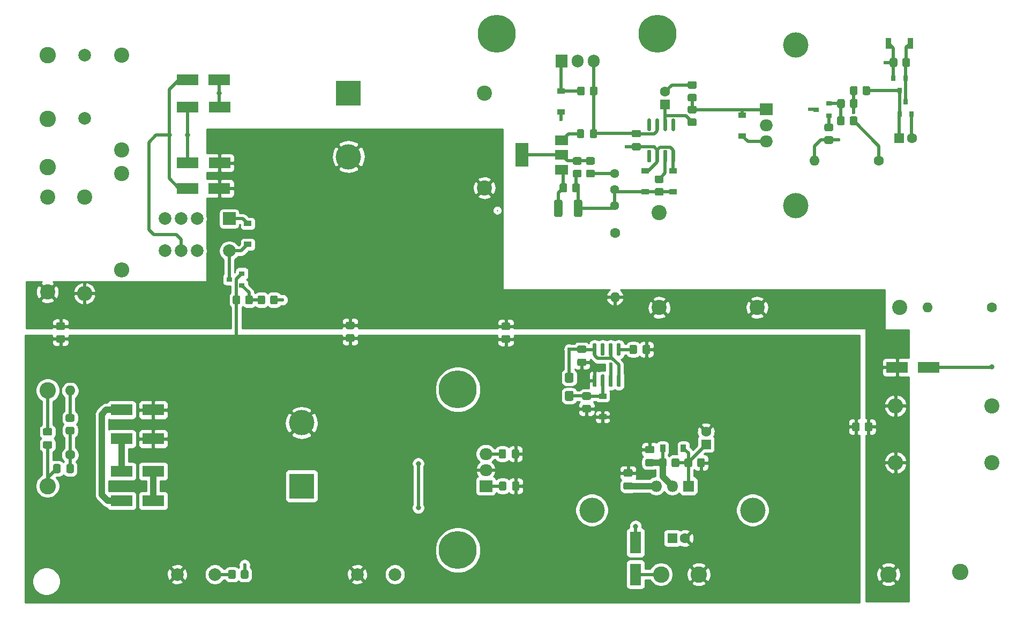
<source format=gbr>
G04 #@! TF.GenerationSoftware,KiCad,Pcbnew,(5.1.10-1-10_14)*
G04 #@! TF.CreationDate,2021-09-02T12:47:46+02:00*
G04 #@! TF.ProjectId,hv-power-supply-t-reg-v2,68762d70-6f77-4657-922d-737570706c79,V2*
G04 #@! TF.SameCoordinates,Original*
G04 #@! TF.FileFunction,Copper,L1,Top*
G04 #@! TF.FilePolarity,Positive*
%FSLAX46Y46*%
G04 Gerber Fmt 4.6, Leading zero omitted, Abs format (unit mm)*
G04 Created by KiCad (PCBNEW (5.1.10-1-10_14)) date 2021-09-02 12:47:46*
%MOMM*%
%LPD*%
G01*
G04 APERTURE LIST*
G04 #@! TA.AperFunction,SMDPad,CuDef*
%ADD10R,3.500000X1.800000*%
G04 #@! TD*
G04 #@! TA.AperFunction,SMDPad,CuDef*
%ADD11R,1.200000X0.900000*%
G04 #@! TD*
G04 #@! TA.AperFunction,ComponentPad*
%ADD12C,2.400000*%
G04 #@! TD*
G04 #@! TA.AperFunction,ComponentPad*
%ADD13C,2.000000*%
G04 #@! TD*
G04 #@! TA.AperFunction,ComponentPad*
%ADD14R,2.000000X2.000000*%
G04 #@! TD*
G04 #@! TA.AperFunction,ComponentPad*
%ADD15O,2.400000X2.400000*%
G04 #@! TD*
G04 #@! TA.AperFunction,SMDPad,CuDef*
%ADD16R,0.900000X1.700000*%
G04 #@! TD*
G04 #@! TA.AperFunction,ComponentPad*
%ADD17O,1.600000X1.600000*%
G04 #@! TD*
G04 #@! TA.AperFunction,ComponentPad*
%ADD18C,1.600000*%
G04 #@! TD*
G04 #@! TA.AperFunction,SMDPad,CuDef*
%ADD19R,2.000000X1.500000*%
G04 #@! TD*
G04 #@! TA.AperFunction,SMDPad,CuDef*
%ADD20R,2.000000X3.800000*%
G04 #@! TD*
G04 #@! TA.AperFunction,ComponentPad*
%ADD21C,1.440000*%
G04 #@! TD*
G04 #@! TA.AperFunction,SMDPad,CuDef*
%ADD22R,0.800000X0.900000*%
G04 #@! TD*
G04 #@! TA.AperFunction,SMDPad,CuDef*
%ADD23R,0.900000X0.800000*%
G04 #@! TD*
G04 #@! TA.AperFunction,ComponentPad*
%ADD24O,2.000000X1.905000*%
G04 #@! TD*
G04 #@! TA.AperFunction,ComponentPad*
%ADD25R,2.000000X1.905000*%
G04 #@! TD*
G04 #@! TA.AperFunction,ComponentPad*
%ADD26C,6.000000*%
G04 #@! TD*
G04 #@! TA.AperFunction,ComponentPad*
%ADD27C,4.000000*%
G04 #@! TD*
G04 #@! TA.AperFunction,ComponentPad*
%ADD28R,1.600000X1.600000*%
G04 #@! TD*
G04 #@! TA.AperFunction,ComponentPad*
%ADD29R,4.000000X4.000000*%
G04 #@! TD*
G04 #@! TA.AperFunction,SMDPad,CuDef*
%ADD30R,1.800000X3.500000*%
G04 #@! TD*
G04 #@! TA.AperFunction,SMDPad,CuDef*
%ADD31R,0.900000X1.200000*%
G04 #@! TD*
G04 #@! TA.AperFunction,ComponentPad*
%ADD32O,1.905000X2.000000*%
G04 #@! TD*
G04 #@! TA.AperFunction,ComponentPad*
%ADD33R,1.905000X2.000000*%
G04 #@! TD*
G04 #@! TA.AperFunction,ComponentPad*
%ADD34C,2.600000*%
G04 #@! TD*
G04 #@! TA.AperFunction,ComponentPad*
%ADD35R,1.800000X1.800000*%
G04 #@! TD*
G04 #@! TA.AperFunction,ComponentPad*
%ADD36O,1.800000X1.800000*%
G04 #@! TD*
G04 #@! TA.AperFunction,ViaPad*
%ADD37C,0.600000*%
G04 #@! TD*
G04 #@! TA.AperFunction,ViaPad*
%ADD38C,0.800000*%
G04 #@! TD*
G04 #@! TA.AperFunction,ViaPad*
%ADD39C,1.000000*%
G04 #@! TD*
G04 #@! TA.AperFunction,Conductor*
%ADD40C,0.500000*%
G04 #@! TD*
G04 #@! TA.AperFunction,Conductor*
%ADD41C,0.250000*%
G04 #@! TD*
G04 #@! TA.AperFunction,Conductor*
%ADD42C,1.000000*%
G04 #@! TD*
G04 #@! TA.AperFunction,Conductor*
%ADD43C,0.254000*%
G04 #@! TD*
G04 #@! TA.AperFunction,Conductor*
%ADD44C,0.100000*%
G04 #@! TD*
G04 APERTURE END LIST*
G04 #@! TA.AperFunction,SMDPad,CuDef*
G36*
G01*
X141370499Y-110718500D02*
X142220501Y-110718500D01*
G75*
G02*
X142470500Y-110968499I0J-249999D01*
G01*
X142470500Y-112043501D01*
G75*
G02*
X142220501Y-112293500I-249999J0D01*
G01*
X141370499Y-112293500D01*
G75*
G02*
X141120500Y-112043501I0J249999D01*
G01*
X141120500Y-110968499D01*
G75*
G02*
X141370499Y-110718500I249999J0D01*
G01*
G37*
G04 #@! TD.AperFunction*
G04 #@! TA.AperFunction,SMDPad,CuDef*
G36*
G01*
X141370499Y-107843500D02*
X142220501Y-107843500D01*
G75*
G02*
X142470500Y-108093499I0J-249999D01*
G01*
X142470500Y-109168501D01*
G75*
G02*
X142220501Y-109418500I-249999J0D01*
G01*
X141370499Y-109418500D01*
G75*
G02*
X141120500Y-109168501I0J249999D01*
G01*
X141120500Y-108093499D01*
G75*
G02*
X141370499Y-107843500I249999J0D01*
G01*
G37*
G04 #@! TD.AperFunction*
D10*
X71073000Y-128079500D03*
X76073000Y-128079500D03*
X71073000Y-123444000D03*
X76073000Y-123444000D03*
X76073000Y-113728500D03*
X71073000Y-113728500D03*
X76073000Y-118300500D03*
X71073000Y-118300500D03*
D11*
X140525500Y-66609500D03*
X140525500Y-63309500D03*
X169164000Y-70457600D03*
X169164000Y-67157600D03*
G04 #@! TA.AperFunction,SMDPad,CuDef*
G36*
G01*
X145068600Y-70503201D02*
X145068600Y-69603199D01*
G75*
G02*
X145318599Y-69353200I249999J0D01*
G01*
X145968601Y-69353200D01*
G75*
G02*
X146218600Y-69603199I0J-249999D01*
G01*
X146218600Y-70503201D01*
G75*
G02*
X145968601Y-70753200I-249999J0D01*
G01*
X145318599Y-70753200D01*
G75*
G02*
X145068600Y-70503201I0J249999D01*
G01*
G37*
G04 #@! TD.AperFunction*
G04 #@! TA.AperFunction,SMDPad,CuDef*
G36*
G01*
X143018600Y-70503201D02*
X143018600Y-69603199D01*
G75*
G02*
X143268599Y-69353200I249999J0D01*
G01*
X143918601Y-69353200D01*
G75*
G02*
X144168600Y-69603199I0J-249999D01*
G01*
X144168600Y-70503201D01*
G75*
G02*
X143918601Y-70753200I-249999J0D01*
G01*
X143268599Y-70753200D01*
G75*
G02*
X143018600Y-70503201I0J249999D01*
G01*
G37*
G04 #@! TD.AperFunction*
D12*
X71056500Y-57644000D03*
X71056500Y-72644000D03*
D13*
X77914500Y-83502500D03*
X77914500Y-88582500D03*
X82994500Y-83502500D03*
D14*
X88074500Y-83502500D03*
D13*
X82994500Y-88582500D03*
X88074500Y-88582500D03*
X80454500Y-83502500D03*
X80454500Y-88582500D03*
D15*
X193357500Y-122047000D03*
D12*
X208597500Y-122047000D03*
X156019500Y-82536000D03*
X156019500Y-97536000D03*
D16*
X195678000Y-55753000D03*
X192278000Y-55753000D03*
D17*
X180594000Y-74358500D03*
D18*
X190754000Y-74358500D03*
G04 #@! TA.AperFunction,SMDPad,CuDef*
G36*
G01*
X154582000Y-69618500D02*
X154282000Y-69618500D01*
G75*
G02*
X154132000Y-69468500I0J150000D01*
G01*
X154132000Y-67818500D01*
G75*
G02*
X154282000Y-67668500I150000J0D01*
G01*
X154582000Y-67668500D01*
G75*
G02*
X154732000Y-67818500I0J-150000D01*
G01*
X154732000Y-69468500D01*
G75*
G02*
X154582000Y-69618500I-150000J0D01*
G01*
G37*
G04 #@! TD.AperFunction*
G04 #@! TA.AperFunction,SMDPad,CuDef*
G36*
G01*
X155852000Y-69618500D02*
X155552000Y-69618500D01*
G75*
G02*
X155402000Y-69468500I0J150000D01*
G01*
X155402000Y-67818500D01*
G75*
G02*
X155552000Y-67668500I150000J0D01*
G01*
X155852000Y-67668500D01*
G75*
G02*
X156002000Y-67818500I0J-150000D01*
G01*
X156002000Y-69468500D01*
G75*
G02*
X155852000Y-69618500I-150000J0D01*
G01*
G37*
G04 #@! TD.AperFunction*
G04 #@! TA.AperFunction,SMDPad,CuDef*
G36*
G01*
X157122000Y-69618500D02*
X156822000Y-69618500D01*
G75*
G02*
X156672000Y-69468500I0J150000D01*
G01*
X156672000Y-67818500D01*
G75*
G02*
X156822000Y-67668500I150000J0D01*
G01*
X157122000Y-67668500D01*
G75*
G02*
X157272000Y-67818500I0J-150000D01*
G01*
X157272000Y-69468500D01*
G75*
G02*
X157122000Y-69618500I-150000J0D01*
G01*
G37*
G04 #@! TD.AperFunction*
G04 #@! TA.AperFunction,SMDPad,CuDef*
G36*
G01*
X158392000Y-69618500D02*
X158092000Y-69618500D01*
G75*
G02*
X157942000Y-69468500I0J150000D01*
G01*
X157942000Y-67818500D01*
G75*
G02*
X158092000Y-67668500I150000J0D01*
G01*
X158392000Y-67668500D01*
G75*
G02*
X158542000Y-67818500I0J-150000D01*
G01*
X158542000Y-69468500D01*
G75*
G02*
X158392000Y-69618500I-150000J0D01*
G01*
G37*
G04 #@! TD.AperFunction*
G04 #@! TA.AperFunction,SMDPad,CuDef*
G36*
G01*
X158392000Y-74568500D02*
X158092000Y-74568500D01*
G75*
G02*
X157942000Y-74418500I0J150000D01*
G01*
X157942000Y-72768500D01*
G75*
G02*
X158092000Y-72618500I150000J0D01*
G01*
X158392000Y-72618500D01*
G75*
G02*
X158542000Y-72768500I0J-150000D01*
G01*
X158542000Y-74418500D01*
G75*
G02*
X158392000Y-74568500I-150000J0D01*
G01*
G37*
G04 #@! TD.AperFunction*
G04 #@! TA.AperFunction,SMDPad,CuDef*
G36*
G01*
X157122000Y-74568500D02*
X156822000Y-74568500D01*
G75*
G02*
X156672000Y-74418500I0J150000D01*
G01*
X156672000Y-72768500D01*
G75*
G02*
X156822000Y-72618500I150000J0D01*
G01*
X157122000Y-72618500D01*
G75*
G02*
X157272000Y-72768500I0J-150000D01*
G01*
X157272000Y-74418500D01*
G75*
G02*
X157122000Y-74568500I-150000J0D01*
G01*
G37*
G04 #@! TD.AperFunction*
G04 #@! TA.AperFunction,SMDPad,CuDef*
G36*
G01*
X155852000Y-74568500D02*
X155552000Y-74568500D01*
G75*
G02*
X155402000Y-74418500I0J150000D01*
G01*
X155402000Y-72768500D01*
G75*
G02*
X155552000Y-72618500I150000J0D01*
G01*
X155852000Y-72618500D01*
G75*
G02*
X156002000Y-72768500I0J-150000D01*
G01*
X156002000Y-74418500D01*
G75*
G02*
X155852000Y-74568500I-150000J0D01*
G01*
G37*
G04 #@! TD.AperFunction*
G04 #@! TA.AperFunction,SMDPad,CuDef*
G36*
G01*
X154582000Y-74568500D02*
X154282000Y-74568500D01*
G75*
G02*
X154132000Y-74418500I0J150000D01*
G01*
X154132000Y-72768500D01*
G75*
G02*
X154282000Y-72618500I150000J0D01*
G01*
X154582000Y-72618500D01*
G75*
G02*
X154732000Y-72768500I0J-150000D01*
G01*
X154732000Y-74418500D01*
G75*
G02*
X154582000Y-74568500I-150000J0D01*
G01*
G37*
G04 #@! TD.AperFunction*
D19*
X140589000Y-75720000D03*
X140589000Y-71120000D03*
X140589000Y-73420000D03*
D20*
X134289000Y-73420000D03*
D21*
X148971000Y-81407000D03*
X148971000Y-78867000D03*
X148971000Y-76327000D03*
G04 #@! TA.AperFunction,SMDPad,CuDef*
G36*
G01*
X194440000Y-59251001D02*
X194440000Y-58350999D01*
G75*
G02*
X194689999Y-58101000I249999J0D01*
G01*
X195390001Y-58101000D01*
G75*
G02*
X195640000Y-58350999I0J-249999D01*
G01*
X195640000Y-59251001D01*
G75*
G02*
X195390001Y-59501000I-249999J0D01*
G01*
X194689999Y-59501000D01*
G75*
G02*
X194440000Y-59251001I0J249999D01*
G01*
G37*
G04 #@! TD.AperFunction*
G04 #@! TA.AperFunction,SMDPad,CuDef*
G36*
G01*
X192440000Y-59251001D02*
X192440000Y-58350999D01*
G75*
G02*
X192689999Y-58101000I249999J0D01*
G01*
X193390001Y-58101000D01*
G75*
G02*
X193640000Y-58350999I0J-249999D01*
G01*
X193640000Y-59251001D01*
G75*
G02*
X193390001Y-59501000I-249999J0D01*
G01*
X192689999Y-59501000D01*
G75*
G02*
X192440000Y-59251001I0J249999D01*
G01*
G37*
G04 #@! TD.AperFunction*
G04 #@! TA.AperFunction,SMDPad,CuDef*
G36*
G01*
X144262400Y-62846799D02*
X144262400Y-63746801D01*
G75*
G02*
X144012401Y-63996800I-249999J0D01*
G01*
X143312399Y-63996800D01*
G75*
G02*
X143062400Y-63746801I0J249999D01*
G01*
X143062400Y-62846799D01*
G75*
G02*
X143312399Y-62596800I249999J0D01*
G01*
X144012401Y-62596800D01*
G75*
G02*
X144262400Y-62846799I0J-249999D01*
G01*
G37*
G04 #@! TD.AperFunction*
G04 #@! TA.AperFunction,SMDPad,CuDef*
G36*
G01*
X146262400Y-62846799D02*
X146262400Y-63746801D01*
G75*
G02*
X146012401Y-63996800I-249999J0D01*
G01*
X145312399Y-63996800D01*
G75*
G02*
X145062400Y-63746801I0J249999D01*
G01*
X145062400Y-62846799D01*
G75*
G02*
X145312399Y-62596800I249999J0D01*
G01*
X146012401Y-62596800D01*
G75*
G02*
X146262400Y-62846799I0J-249999D01*
G01*
G37*
G04 #@! TD.AperFunction*
G04 #@! TA.AperFunction,SMDPad,CuDef*
G36*
G01*
X185321500Y-67558499D02*
X185321500Y-68458501D01*
G75*
G02*
X185071501Y-68708500I-249999J0D01*
G01*
X184371499Y-68708500D01*
G75*
G02*
X184121500Y-68458501I0J249999D01*
G01*
X184121500Y-67558499D01*
G75*
G02*
X184371499Y-67308500I249999J0D01*
G01*
X185071501Y-67308500D01*
G75*
G02*
X185321500Y-67558499I0J-249999D01*
G01*
G37*
G04 #@! TD.AperFunction*
G04 #@! TA.AperFunction,SMDPad,CuDef*
G36*
G01*
X187321500Y-67558499D02*
X187321500Y-68458501D01*
G75*
G02*
X187071501Y-68708500I-249999J0D01*
G01*
X186371499Y-68708500D01*
G75*
G02*
X186121500Y-68458501I0J249999D01*
G01*
X186121500Y-67558499D01*
G75*
G02*
X186371499Y-67308500I249999J0D01*
G01*
X187071501Y-67308500D01*
G75*
G02*
X187321500Y-67558499I0J-249999D01*
G01*
G37*
G04 #@! TD.AperFunction*
G04 #@! TA.AperFunction,SMDPad,CuDef*
G36*
G01*
X187353500Y-62795999D02*
X187353500Y-63696001D01*
G75*
G02*
X187103501Y-63946000I-249999J0D01*
G01*
X186403499Y-63946000D01*
G75*
G02*
X186153500Y-63696001I0J249999D01*
G01*
X186153500Y-62795999D01*
G75*
G02*
X186403499Y-62546000I249999J0D01*
G01*
X187103501Y-62546000D01*
G75*
G02*
X187353500Y-62795999I0J-249999D01*
G01*
G37*
G04 #@! TD.AperFunction*
G04 #@! TA.AperFunction,SMDPad,CuDef*
G36*
G01*
X189353500Y-62795999D02*
X189353500Y-63696001D01*
G75*
G02*
X189103501Y-63946000I-249999J0D01*
G01*
X188403499Y-63946000D01*
G75*
G02*
X188153500Y-63696001I0J249999D01*
G01*
X188153500Y-62795999D01*
G75*
G02*
X188403499Y-62546000I249999J0D01*
G01*
X189103501Y-62546000D01*
G75*
G02*
X189353500Y-62795999I0J-249999D01*
G01*
G37*
G04 #@! TD.AperFunction*
G04 #@! TA.AperFunction,SMDPad,CuDef*
G36*
G01*
X186153500Y-65728001D02*
X186153500Y-64827999D01*
G75*
G02*
X186403499Y-64578000I249999J0D01*
G01*
X187103501Y-64578000D01*
G75*
G02*
X187353500Y-64827999I0J-249999D01*
G01*
X187353500Y-65728001D01*
G75*
G02*
X187103501Y-65978000I-249999J0D01*
G01*
X186403499Y-65978000D01*
G75*
G02*
X186153500Y-65728001I0J249999D01*
G01*
G37*
G04 #@! TD.AperFunction*
G04 #@! TA.AperFunction,SMDPad,CuDef*
G36*
G01*
X184153500Y-65728001D02*
X184153500Y-64827999D01*
G75*
G02*
X184403499Y-64578000I249999J0D01*
G01*
X185103501Y-64578000D01*
G75*
G02*
X185353500Y-64827999I0J-249999D01*
G01*
X185353500Y-65728001D01*
G75*
G02*
X185103501Y-65978000I-249999J0D01*
G01*
X184403499Y-65978000D01*
G75*
G02*
X184153500Y-65728001I0J249999D01*
G01*
G37*
G04 #@! TD.AperFunction*
G04 #@! TA.AperFunction,SMDPad,CuDef*
G36*
G01*
X182366499Y-70456500D02*
X183266501Y-70456500D01*
G75*
G02*
X183516500Y-70706499I0J-249999D01*
G01*
X183516500Y-71406501D01*
G75*
G02*
X183266501Y-71656500I-249999J0D01*
G01*
X182366499Y-71656500D01*
G75*
G02*
X182116500Y-71406501I0J249999D01*
G01*
X182116500Y-70706499D01*
G75*
G02*
X182366499Y-70456500I249999J0D01*
G01*
G37*
G04 #@! TD.AperFunction*
G04 #@! TA.AperFunction,SMDPad,CuDef*
G36*
G01*
X182366499Y-68456500D02*
X183266501Y-68456500D01*
G75*
G02*
X183516500Y-68706499I0J-249999D01*
G01*
X183516500Y-69406501D01*
G75*
G02*
X183266501Y-69656500I-249999J0D01*
G01*
X182366499Y-69656500D01*
G75*
G02*
X182116500Y-69406501I0J249999D01*
G01*
X182116500Y-68706499D01*
G75*
G02*
X182366499Y-68456500I249999J0D01*
G01*
G37*
G04 #@! TD.AperFunction*
G04 #@! TA.AperFunction,SMDPad,CuDef*
G36*
G01*
X160776499Y-63757000D02*
X161676501Y-63757000D01*
G75*
G02*
X161926500Y-64006999I0J-249999D01*
G01*
X161926500Y-64707001D01*
G75*
G02*
X161676501Y-64957000I-249999J0D01*
G01*
X160776499Y-64957000D01*
G75*
G02*
X160526500Y-64707001I0J249999D01*
G01*
X160526500Y-64006999D01*
G75*
G02*
X160776499Y-63757000I249999J0D01*
G01*
G37*
G04 #@! TD.AperFunction*
G04 #@! TA.AperFunction,SMDPad,CuDef*
G36*
G01*
X160776499Y-61757000D02*
X161676501Y-61757000D01*
G75*
G02*
X161926500Y-62006999I0J-249999D01*
G01*
X161926500Y-62707001D01*
G75*
G02*
X161676501Y-62957000I-249999J0D01*
G01*
X160776499Y-62957000D01*
G75*
G02*
X160526500Y-62707001I0J249999D01*
G01*
X160526500Y-62006999D01*
G75*
G02*
X160776499Y-61757000I249999J0D01*
G01*
G37*
G04 #@! TD.AperFunction*
G04 #@! TA.AperFunction,SMDPad,CuDef*
G36*
G01*
X161676501Y-66846500D02*
X160776499Y-66846500D01*
G75*
G02*
X160526500Y-66596501I0J249999D01*
G01*
X160526500Y-65896499D01*
G75*
G02*
X160776499Y-65646500I249999J0D01*
G01*
X161676501Y-65646500D01*
G75*
G02*
X161926500Y-65896499I0J-249999D01*
G01*
X161926500Y-66596501D01*
G75*
G02*
X161676501Y-66846500I-249999J0D01*
G01*
G37*
G04 #@! TD.AperFunction*
G04 #@! TA.AperFunction,SMDPad,CuDef*
G36*
G01*
X161676501Y-68846500D02*
X160776499Y-68846500D01*
G75*
G02*
X160526500Y-68596501I0J249999D01*
G01*
X160526500Y-67896499D01*
G75*
G02*
X160776499Y-67646500I249999J0D01*
G01*
X161676501Y-67646500D01*
G75*
G02*
X161926500Y-67896499I0J-249999D01*
G01*
X161926500Y-68596501D01*
G75*
G02*
X161676501Y-68846500I-249999J0D01*
G01*
G37*
G04 #@! TD.AperFunction*
G04 #@! TA.AperFunction,SMDPad,CuDef*
G36*
G01*
X155569499Y-78648000D02*
X156469501Y-78648000D01*
G75*
G02*
X156719500Y-78897999I0J-249999D01*
G01*
X156719500Y-79598001D01*
G75*
G02*
X156469501Y-79848000I-249999J0D01*
G01*
X155569499Y-79848000D01*
G75*
G02*
X155319500Y-79598001I0J249999D01*
G01*
X155319500Y-78897999D01*
G75*
G02*
X155569499Y-78648000I249999J0D01*
G01*
G37*
G04 #@! TD.AperFunction*
G04 #@! TA.AperFunction,SMDPad,CuDef*
G36*
G01*
X155569499Y-76648000D02*
X156469501Y-76648000D01*
G75*
G02*
X156719500Y-76897999I0J-249999D01*
G01*
X156719500Y-77598001D01*
G75*
G02*
X156469501Y-77848000I-249999J0D01*
G01*
X155569499Y-77848000D01*
G75*
G02*
X155319500Y-77598001I0J249999D01*
G01*
X155319500Y-76897999D01*
G75*
G02*
X155569499Y-76648000I249999J0D01*
G01*
G37*
G04 #@! TD.AperFunction*
G04 #@! TA.AperFunction,SMDPad,CuDef*
G36*
G01*
X142615499Y-75758500D02*
X143515501Y-75758500D01*
G75*
G02*
X143765500Y-76008499I0J-249999D01*
G01*
X143765500Y-76708501D01*
G75*
G02*
X143515501Y-76958500I-249999J0D01*
G01*
X142615499Y-76958500D01*
G75*
G02*
X142365500Y-76708501I0J249999D01*
G01*
X142365500Y-76008499D01*
G75*
G02*
X142615499Y-75758500I249999J0D01*
G01*
G37*
G04 #@! TD.AperFunction*
G04 #@! TA.AperFunction,SMDPad,CuDef*
G36*
G01*
X142615499Y-73758500D02*
X143515501Y-73758500D01*
G75*
G02*
X143765500Y-74008499I0J-249999D01*
G01*
X143765500Y-74708501D01*
G75*
G02*
X143515501Y-74958500I-249999J0D01*
G01*
X142615499Y-74958500D01*
G75*
G02*
X142365500Y-74708501I0J249999D01*
G01*
X142365500Y-74008499D01*
G75*
G02*
X142615499Y-73758500I249999J0D01*
G01*
G37*
G04 #@! TD.AperFunction*
D17*
X149034500Y-95885000D03*
D18*
X149034500Y-85725000D03*
G04 #@! TA.AperFunction,SMDPad,CuDef*
G36*
G01*
X144710999Y-75758500D02*
X145611001Y-75758500D01*
G75*
G02*
X145861000Y-76008499I0J-249999D01*
G01*
X145861000Y-76708501D01*
G75*
G02*
X145611001Y-76958500I-249999J0D01*
G01*
X144710999Y-76958500D01*
G75*
G02*
X144461000Y-76708501I0J249999D01*
G01*
X144461000Y-76008499D01*
G75*
G02*
X144710999Y-75758500I249999J0D01*
G01*
G37*
G04 #@! TD.AperFunction*
G04 #@! TA.AperFunction,SMDPad,CuDef*
G36*
G01*
X144710999Y-73758500D02*
X145611001Y-73758500D01*
G75*
G02*
X145861000Y-74008499I0J-249999D01*
G01*
X145861000Y-74708501D01*
G75*
G02*
X145611001Y-74958500I-249999J0D01*
G01*
X144710999Y-74958500D01*
G75*
G02*
X144461000Y-74708501I0J249999D01*
G01*
X144461000Y-74008499D01*
G75*
G02*
X144710999Y-73758500I249999J0D01*
G01*
G37*
G04 #@! TD.AperFunction*
G04 #@! TA.AperFunction,SMDPad,CuDef*
G36*
G01*
X142275000Y-79063001D02*
X142275000Y-78162999D01*
G75*
G02*
X142524999Y-77913000I249999J0D01*
G01*
X143225001Y-77913000D01*
G75*
G02*
X143475000Y-78162999I0J-249999D01*
G01*
X143475000Y-79063001D01*
G75*
G02*
X143225001Y-79313000I-249999J0D01*
G01*
X142524999Y-79313000D01*
G75*
G02*
X142275000Y-79063001I0J249999D01*
G01*
G37*
G04 #@! TD.AperFunction*
G04 #@! TA.AperFunction,SMDPad,CuDef*
G36*
G01*
X140275000Y-79063001D02*
X140275000Y-78162999D01*
G75*
G02*
X140524999Y-77913000I249999J0D01*
G01*
X141225001Y-77913000D01*
G75*
G02*
X141475000Y-78162999I0J-249999D01*
G01*
X141475000Y-79063001D01*
G75*
G02*
X141225001Y-79313000I-249999J0D01*
G01*
X140524999Y-79313000D01*
G75*
G02*
X140275000Y-79063001I0J249999D01*
G01*
G37*
G04 #@! TD.AperFunction*
D22*
X194947500Y-64992500D03*
X195897500Y-66992500D03*
X193997500Y-66992500D03*
X193990000Y-63246000D03*
X193040000Y-61246000D03*
X194940000Y-61246000D03*
D23*
X180816500Y-66233000D03*
X182816500Y-65283000D03*
X182816500Y-67183000D03*
D24*
X172910500Y-71310500D03*
X172910500Y-68770500D03*
D25*
X172910500Y-66230500D03*
D26*
X130365500Y-54229000D03*
X155765500Y-54229000D03*
D27*
X177609500Y-56007000D03*
X177609500Y-81407000D03*
D10*
X193628000Y-106997500D03*
X198628000Y-106997500D03*
D11*
X153797000Y-75948000D03*
X153797000Y-79248000D03*
X158242000Y-79246000D03*
X158242000Y-75946000D03*
D12*
X171492500Y-97536000D03*
X193992500Y-97536000D03*
D18*
X195961000Y-70739000D03*
D28*
X193961000Y-70739000D03*
D18*
X156972000Y-63405000D03*
D28*
X156972000Y-65405000D03*
G04 #@! TA.AperFunction,SMDPad,CuDef*
G36*
G01*
X151925000Y-71528000D02*
X152875000Y-71528000D01*
G75*
G02*
X153125000Y-71778000I0J-250000D01*
G01*
X153125000Y-72453000D01*
G75*
G02*
X152875000Y-72703000I-250000J0D01*
G01*
X151925000Y-72703000D01*
G75*
G02*
X151675000Y-72453000I0J250000D01*
G01*
X151675000Y-71778000D01*
G75*
G02*
X151925000Y-71528000I250000J0D01*
G01*
G37*
G04 #@! TD.AperFunction*
G04 #@! TA.AperFunction,SMDPad,CuDef*
G36*
G01*
X151925000Y-69453000D02*
X152875000Y-69453000D01*
G75*
G02*
X153125000Y-69703000I0J-250000D01*
G01*
X153125000Y-70378000D01*
G75*
G02*
X152875000Y-70628000I-250000J0D01*
G01*
X151925000Y-70628000D01*
G75*
G02*
X151675000Y-70378000I0J250000D01*
G01*
X151675000Y-69703000D01*
G75*
G02*
X151925000Y-69453000I250000J0D01*
G01*
G37*
G04 #@! TD.AperFunction*
G04 #@! TA.AperFunction,SMDPad,CuDef*
G36*
G01*
X142530000Y-82951501D02*
X142530000Y-80751499D01*
G75*
G02*
X142779999Y-80501500I249999J0D01*
G01*
X143605001Y-80501500D01*
G75*
G02*
X143855000Y-80751499I0J-249999D01*
G01*
X143855000Y-82951501D01*
G75*
G02*
X143605001Y-83201500I-249999J0D01*
G01*
X142779999Y-83201500D01*
G75*
G02*
X142530000Y-82951501I0J249999D01*
G01*
G37*
G04 #@! TD.AperFunction*
G04 #@! TA.AperFunction,SMDPad,CuDef*
G36*
G01*
X139405000Y-82951501D02*
X139405000Y-80751499D01*
G75*
G02*
X139654999Y-80501500I249999J0D01*
G01*
X140480001Y-80501500D01*
G75*
G02*
X140730000Y-80751499I0J-249999D01*
G01*
X140730000Y-82951501D01*
G75*
G02*
X140480001Y-83201500I-249999J0D01*
G01*
X139654999Y-83201500D01*
G75*
G02*
X139405000Y-82951501I0J249999D01*
G01*
G37*
G04 #@! TD.AperFunction*
D17*
X62928500Y-110680500D03*
D18*
X62928500Y-120840500D03*
D15*
X71056500Y-91567000D03*
D12*
X71056500Y-76327000D03*
D13*
X65214500Y-57658000D03*
X65214500Y-67658000D03*
G04 #@! TA.AperFunction,SMDPad,CuDef*
G36*
G01*
X63378501Y-115598500D02*
X62478499Y-115598500D01*
G75*
G02*
X62228500Y-115348501I0J249999D01*
G01*
X62228500Y-114648499D01*
G75*
G02*
X62478499Y-114398500I249999J0D01*
G01*
X63378501Y-114398500D01*
G75*
G02*
X63628500Y-114648499I0J-249999D01*
G01*
X63628500Y-115348501D01*
G75*
G02*
X63378501Y-115598500I-249999J0D01*
G01*
G37*
G04 #@! TD.AperFunction*
G04 #@! TA.AperFunction,SMDPad,CuDef*
G36*
G01*
X63378501Y-117598500D02*
X62478499Y-117598500D01*
G75*
G02*
X62228500Y-117348501I0J249999D01*
G01*
X62228500Y-116648499D01*
G75*
G02*
X62478499Y-116398500I249999J0D01*
G01*
X63378501Y-116398500D01*
G75*
G02*
X63628500Y-116648499I0J-249999D01*
G01*
X63628500Y-117348501D01*
G75*
G02*
X63378501Y-117598500I-249999J0D01*
G01*
G37*
G04 #@! TD.AperFunction*
G04 #@! TA.AperFunction,SMDPad,CuDef*
G36*
G01*
X62341000Y-123474500D02*
X62341000Y-122524500D01*
G75*
G02*
X62591000Y-122274500I250000J0D01*
G01*
X63266000Y-122274500D01*
G75*
G02*
X63516000Y-122524500I0J-250000D01*
G01*
X63516000Y-123474500D01*
G75*
G02*
X63266000Y-123724500I-250000J0D01*
G01*
X62591000Y-123724500D01*
G75*
G02*
X62341000Y-123474500I0J250000D01*
G01*
G37*
G04 #@! TD.AperFunction*
G04 #@! TA.AperFunction,SMDPad,CuDef*
G36*
G01*
X60266000Y-123474500D02*
X60266000Y-122524500D01*
G75*
G02*
X60516000Y-122274500I250000J0D01*
G01*
X61191000Y-122274500D01*
G75*
G02*
X61441000Y-122524500I0J-250000D01*
G01*
X61441000Y-123474500D01*
G75*
G02*
X61191000Y-123724500I-250000J0D01*
G01*
X60516000Y-123724500D01*
G75*
G02*
X60266000Y-123474500I0J250000D01*
G01*
G37*
G04 #@! TD.AperFunction*
G04 #@! TA.AperFunction,SMDPad,CuDef*
G36*
G01*
X59847500Y-117765500D02*
X58897500Y-117765500D01*
G75*
G02*
X58647500Y-117515500I0J250000D01*
G01*
X58647500Y-116840500D01*
G75*
G02*
X58897500Y-116590500I250000J0D01*
G01*
X59847500Y-116590500D01*
G75*
G02*
X60097500Y-116840500I0J-250000D01*
G01*
X60097500Y-117515500D01*
G75*
G02*
X59847500Y-117765500I-250000J0D01*
G01*
G37*
G04 #@! TD.AperFunction*
G04 #@! TA.AperFunction,SMDPad,CuDef*
G36*
G01*
X59847500Y-119840500D02*
X58897500Y-119840500D01*
G75*
G02*
X58647500Y-119590500I0J250000D01*
G01*
X58647500Y-118915500D01*
G75*
G02*
X58897500Y-118665500I250000J0D01*
G01*
X59847500Y-118665500D01*
G75*
G02*
X60097500Y-118915500I0J-250000D01*
G01*
X60097500Y-119590500D01*
G75*
G02*
X59847500Y-119840500I-250000J0D01*
G01*
G37*
G04 #@! TD.AperFunction*
D26*
X124206000Y-135890000D03*
X124206000Y-110490000D03*
D23*
X88074500Y-93091000D03*
X90074500Y-92141000D03*
X90074500Y-94041000D03*
D27*
X99504500Y-115753000D03*
D29*
X99504500Y-125753000D03*
D25*
X128613000Y-125753000D03*
D24*
X128613000Y-123213000D03*
X128613000Y-120673000D03*
D27*
X145377000Y-129563000D03*
X170777000Y-129563000D03*
D30*
X152298500Y-139723000D03*
X152298500Y-134723000D03*
D15*
X193357500Y-113093500D03*
D12*
X208597500Y-113093500D03*
D31*
X159853000Y-119784000D03*
X156553000Y-119784000D03*
D18*
X163411000Y-117149000D03*
D28*
X163411000Y-119149000D03*
G04 #@! TA.AperFunction,SMDPad,CuDef*
G36*
G01*
X61880001Y-101080000D02*
X60979999Y-101080000D01*
G75*
G02*
X60730000Y-100830001I0J249999D01*
G01*
X60730000Y-100129999D01*
G75*
G02*
X60979999Y-99880000I249999J0D01*
G01*
X61880001Y-99880000D01*
G75*
G02*
X62130000Y-100129999I0J-249999D01*
G01*
X62130000Y-100830001D01*
G75*
G02*
X61880001Y-101080000I-249999J0D01*
G01*
G37*
G04 #@! TD.AperFunction*
G04 #@! TA.AperFunction,SMDPad,CuDef*
G36*
G01*
X61880001Y-103080000D02*
X60979999Y-103080000D01*
G75*
G02*
X60730000Y-102830001I0J249999D01*
G01*
X60730000Y-102129999D01*
G75*
G02*
X60979999Y-101880000I249999J0D01*
G01*
X61880001Y-101880000D01*
G75*
G02*
X62130000Y-102129999I0J-249999D01*
G01*
X62130000Y-102830001D01*
G75*
G02*
X61880001Y-103080000I-249999J0D01*
G01*
G37*
G04 #@! TD.AperFunction*
D15*
X65214500Y-95313500D03*
D12*
X65214500Y-80073500D03*
D10*
X86534000Y-74676000D03*
X81534000Y-74676000D03*
X81534000Y-65849500D03*
X86534000Y-65849500D03*
X86521400Y-78712200D03*
X81521400Y-78712200D03*
X81521400Y-61491000D03*
X86521400Y-61491000D03*
G04 #@! TA.AperFunction,SMDPad,CuDef*
G36*
G01*
X145971500Y-105138000D02*
X145671500Y-105138000D01*
G75*
G02*
X145521500Y-104988000I0J150000D01*
G01*
X145521500Y-103338000D01*
G75*
G02*
X145671500Y-103188000I150000J0D01*
G01*
X145971500Y-103188000D01*
G75*
G02*
X146121500Y-103338000I0J-150000D01*
G01*
X146121500Y-104988000D01*
G75*
G02*
X145971500Y-105138000I-150000J0D01*
G01*
G37*
G04 #@! TD.AperFunction*
G04 #@! TA.AperFunction,SMDPad,CuDef*
G36*
G01*
X147241500Y-105138000D02*
X146941500Y-105138000D01*
G75*
G02*
X146791500Y-104988000I0J150000D01*
G01*
X146791500Y-103338000D01*
G75*
G02*
X146941500Y-103188000I150000J0D01*
G01*
X147241500Y-103188000D01*
G75*
G02*
X147391500Y-103338000I0J-150000D01*
G01*
X147391500Y-104988000D01*
G75*
G02*
X147241500Y-105138000I-150000J0D01*
G01*
G37*
G04 #@! TD.AperFunction*
G04 #@! TA.AperFunction,SMDPad,CuDef*
G36*
G01*
X148511500Y-105138000D02*
X148211500Y-105138000D01*
G75*
G02*
X148061500Y-104988000I0J150000D01*
G01*
X148061500Y-103338000D01*
G75*
G02*
X148211500Y-103188000I150000J0D01*
G01*
X148511500Y-103188000D01*
G75*
G02*
X148661500Y-103338000I0J-150000D01*
G01*
X148661500Y-104988000D01*
G75*
G02*
X148511500Y-105138000I-150000J0D01*
G01*
G37*
G04 #@! TD.AperFunction*
G04 #@! TA.AperFunction,SMDPad,CuDef*
G36*
G01*
X149781500Y-105138000D02*
X149481500Y-105138000D01*
G75*
G02*
X149331500Y-104988000I0J150000D01*
G01*
X149331500Y-103338000D01*
G75*
G02*
X149481500Y-103188000I150000J0D01*
G01*
X149781500Y-103188000D01*
G75*
G02*
X149931500Y-103338000I0J-150000D01*
G01*
X149931500Y-104988000D01*
G75*
G02*
X149781500Y-105138000I-150000J0D01*
G01*
G37*
G04 #@! TD.AperFunction*
G04 #@! TA.AperFunction,SMDPad,CuDef*
G36*
G01*
X149781500Y-110088000D02*
X149481500Y-110088000D01*
G75*
G02*
X149331500Y-109938000I0J150000D01*
G01*
X149331500Y-108288000D01*
G75*
G02*
X149481500Y-108138000I150000J0D01*
G01*
X149781500Y-108138000D01*
G75*
G02*
X149931500Y-108288000I0J-150000D01*
G01*
X149931500Y-109938000D01*
G75*
G02*
X149781500Y-110088000I-150000J0D01*
G01*
G37*
G04 #@! TD.AperFunction*
G04 #@! TA.AperFunction,SMDPad,CuDef*
G36*
G01*
X148511500Y-110088000D02*
X148211500Y-110088000D01*
G75*
G02*
X148061500Y-109938000I0J150000D01*
G01*
X148061500Y-108288000D01*
G75*
G02*
X148211500Y-108138000I150000J0D01*
G01*
X148511500Y-108138000D01*
G75*
G02*
X148661500Y-108288000I0J-150000D01*
G01*
X148661500Y-109938000D01*
G75*
G02*
X148511500Y-110088000I-150000J0D01*
G01*
G37*
G04 #@! TD.AperFunction*
G04 #@! TA.AperFunction,SMDPad,CuDef*
G36*
G01*
X147241500Y-110088000D02*
X146941500Y-110088000D01*
G75*
G02*
X146791500Y-109938000I0J150000D01*
G01*
X146791500Y-108288000D01*
G75*
G02*
X146941500Y-108138000I150000J0D01*
G01*
X147241500Y-108138000D01*
G75*
G02*
X147391500Y-108288000I0J-150000D01*
G01*
X147391500Y-109938000D01*
G75*
G02*
X147241500Y-110088000I-150000J0D01*
G01*
G37*
G04 #@! TD.AperFunction*
G04 #@! TA.AperFunction,SMDPad,CuDef*
G36*
G01*
X145971500Y-110088000D02*
X145671500Y-110088000D01*
G75*
G02*
X145521500Y-109938000I0J150000D01*
G01*
X145521500Y-108288000D01*
G75*
G02*
X145671500Y-108138000I150000J0D01*
G01*
X145971500Y-108138000D01*
G75*
G02*
X146121500Y-108288000I0J-150000D01*
G01*
X146121500Y-109938000D01*
G75*
G02*
X145971500Y-110088000I-150000J0D01*
G01*
G37*
G04 #@! TD.AperFunction*
D32*
X145669000Y-58610500D03*
X143129000Y-58610500D03*
D33*
X140589000Y-58610500D03*
G04 #@! TA.AperFunction,SMDPad,CuDef*
G36*
G01*
X188503000Y-116845501D02*
X188503000Y-115945499D01*
G75*
G02*
X188752999Y-115695500I249999J0D01*
G01*
X189453001Y-115695500D01*
G75*
G02*
X189703000Y-115945499I0J-249999D01*
G01*
X189703000Y-116845501D01*
G75*
G02*
X189453001Y-117095500I-249999J0D01*
G01*
X188752999Y-117095500D01*
G75*
G02*
X188503000Y-116845501I0J249999D01*
G01*
G37*
G04 #@! TD.AperFunction*
G04 #@! TA.AperFunction,SMDPad,CuDef*
G36*
G01*
X186503000Y-116845501D02*
X186503000Y-115945499D01*
G75*
G02*
X186752999Y-115695500I249999J0D01*
G01*
X187453001Y-115695500D01*
G75*
G02*
X187703000Y-115945499I0J-249999D01*
G01*
X187703000Y-116845501D01*
G75*
G02*
X187453001Y-117095500I-249999J0D01*
G01*
X186752999Y-117095500D01*
G75*
G02*
X186503000Y-116845501I0J249999D01*
G01*
G37*
G04 #@! TD.AperFunction*
G04 #@! TA.AperFunction,SMDPad,CuDef*
G36*
G01*
X132238001Y-101112000D02*
X131337999Y-101112000D01*
G75*
G02*
X131088000Y-100862001I0J249999D01*
G01*
X131088000Y-100161999D01*
G75*
G02*
X131337999Y-99912000I249999J0D01*
G01*
X132238001Y-99912000D01*
G75*
G02*
X132488000Y-100161999I0J-249999D01*
G01*
X132488000Y-100862001D01*
G75*
G02*
X132238001Y-101112000I-249999J0D01*
G01*
G37*
G04 #@! TD.AperFunction*
G04 #@! TA.AperFunction,SMDPad,CuDef*
G36*
G01*
X132238001Y-103112000D02*
X131337999Y-103112000D01*
G75*
G02*
X131088000Y-102862001I0J249999D01*
G01*
X131088000Y-102161999D01*
G75*
G02*
X131337999Y-101912000I249999J0D01*
G01*
X132238001Y-101912000D01*
G75*
G02*
X132488000Y-102161999I0J-249999D01*
G01*
X132488000Y-102862001D01*
G75*
G02*
X132238001Y-103112000I-249999J0D01*
G01*
G37*
G04 #@! TD.AperFunction*
G04 #@! TA.AperFunction,SMDPad,CuDef*
G36*
G01*
X107638001Y-100962000D02*
X106737999Y-100962000D01*
G75*
G02*
X106488000Y-100712001I0J249999D01*
G01*
X106488000Y-100011999D01*
G75*
G02*
X106737999Y-99762000I249999J0D01*
G01*
X107638001Y-99762000D01*
G75*
G02*
X107888000Y-100011999I0J-249999D01*
G01*
X107888000Y-100712001D01*
G75*
G02*
X107638001Y-100962000I-249999J0D01*
G01*
G37*
G04 #@! TD.AperFunction*
G04 #@! TA.AperFunction,SMDPad,CuDef*
G36*
G01*
X107638001Y-102962000D02*
X106737999Y-102962000D01*
G75*
G02*
X106488000Y-102712001I0J249999D01*
G01*
X106488000Y-102011999D01*
G75*
G02*
X106737999Y-101762000I249999J0D01*
G01*
X107638001Y-101762000D01*
G75*
G02*
X107888000Y-102011999I0J-249999D01*
G01*
X107888000Y-102712001D01*
G75*
G02*
X107638001Y-102962000I-249999J0D01*
G01*
G37*
G04 #@! TD.AperFunction*
G04 #@! TA.AperFunction,SMDPad,CuDef*
G36*
G01*
X157985000Y-122520001D02*
X157985000Y-121619999D01*
G75*
G02*
X158234999Y-121370000I249999J0D01*
G01*
X158935001Y-121370000D01*
G75*
G02*
X159185000Y-121619999I0J-249999D01*
G01*
X159185000Y-122520001D01*
G75*
G02*
X158935001Y-122770000I-249999J0D01*
G01*
X158234999Y-122770000D01*
G75*
G02*
X157985000Y-122520001I0J249999D01*
G01*
G37*
G04 #@! TD.AperFunction*
G04 #@! TA.AperFunction,SMDPad,CuDef*
G36*
G01*
X155985000Y-122520001D02*
X155985000Y-121619999D01*
G75*
G02*
X156234999Y-121370000I249999J0D01*
G01*
X156935001Y-121370000D01*
G75*
G02*
X157185000Y-121619999I0J-249999D01*
G01*
X157185000Y-122520001D01*
G75*
G02*
X156935001Y-122770000I-249999J0D01*
G01*
X156234999Y-122770000D01*
G75*
G02*
X155985000Y-122520001I0J249999D01*
G01*
G37*
G04 #@! TD.AperFunction*
G04 #@! TA.AperFunction,SMDPad,CuDef*
G36*
G01*
X162017000Y-122520001D02*
X162017000Y-121619999D01*
G75*
G02*
X162266999Y-121370000I249999J0D01*
G01*
X162967001Y-121370000D01*
G75*
G02*
X163217000Y-121619999I0J-249999D01*
G01*
X163217000Y-122520001D01*
G75*
G02*
X162967001Y-122770000I-249999J0D01*
G01*
X162266999Y-122770000D01*
G75*
G02*
X162017000Y-122520001I0J249999D01*
G01*
G37*
G04 #@! TD.AperFunction*
G04 #@! TA.AperFunction,SMDPad,CuDef*
G36*
G01*
X160017000Y-122520001D02*
X160017000Y-121619999D01*
G75*
G02*
X160266999Y-121370000I249999J0D01*
G01*
X160967001Y-121370000D01*
G75*
G02*
X161217000Y-121619999I0J-249999D01*
G01*
X161217000Y-122520001D01*
G75*
G02*
X160967001Y-122770000I-249999J0D01*
G01*
X160266999Y-122770000D01*
G75*
G02*
X160017000Y-122520001I0J249999D01*
G01*
G37*
G04 #@! TD.AperFunction*
G04 #@! TA.AperFunction,SMDPad,CuDef*
G36*
G01*
X89113000Y-139272999D02*
X89113000Y-140173001D01*
G75*
G02*
X88863001Y-140423000I-249999J0D01*
G01*
X88162999Y-140423000D01*
G75*
G02*
X87913000Y-140173001I0J249999D01*
G01*
X87913000Y-139272999D01*
G75*
G02*
X88162999Y-139023000I249999J0D01*
G01*
X88863001Y-139023000D01*
G75*
G02*
X89113000Y-139272999I0J-249999D01*
G01*
G37*
G04 #@! TD.AperFunction*
G04 #@! TA.AperFunction,SMDPad,CuDef*
G36*
G01*
X91113000Y-139272999D02*
X91113000Y-140173001D01*
G75*
G02*
X90863001Y-140423000I-249999J0D01*
G01*
X90162999Y-140423000D01*
G75*
G02*
X89913000Y-140173001I0J249999D01*
G01*
X89913000Y-139272999D01*
G75*
G02*
X90162999Y-139023000I249999J0D01*
G01*
X90863001Y-139023000D01*
G75*
G02*
X91113000Y-139272999I0J-249999D01*
G01*
G37*
G04 #@! TD.AperFunction*
G04 #@! TA.AperFunction,SMDPad,CuDef*
G36*
G01*
X90617500Y-96779501D02*
X90617500Y-95879499D01*
G75*
G02*
X90867499Y-95629500I249999J0D01*
G01*
X91567501Y-95629500D01*
G75*
G02*
X91817500Y-95879499I0J-249999D01*
G01*
X91817500Y-96779501D01*
G75*
G02*
X91567501Y-97029500I-249999J0D01*
G01*
X90867499Y-97029500D01*
G75*
G02*
X90617500Y-96779501I0J249999D01*
G01*
G37*
G04 #@! TD.AperFunction*
G04 #@! TA.AperFunction,SMDPad,CuDef*
G36*
G01*
X88617500Y-96779501D02*
X88617500Y-95879499D01*
G75*
G02*
X88867499Y-95629500I249999J0D01*
G01*
X89567501Y-95629500D01*
G75*
G02*
X89817500Y-95879499I0J-249999D01*
G01*
X89817500Y-96779501D01*
G75*
G02*
X89567501Y-97029500I-249999J0D01*
G01*
X88867499Y-97029500D01*
G75*
G02*
X88617500Y-96779501I0J249999D01*
G01*
G37*
G04 #@! TD.AperFunction*
G04 #@! TA.AperFunction,SMDPad,CuDef*
G36*
G01*
X93754500Y-95879499D02*
X93754500Y-96779501D01*
G75*
G02*
X93504501Y-97029500I-249999J0D01*
G01*
X92804499Y-97029500D01*
G75*
G02*
X92554500Y-96779501I0J249999D01*
G01*
X92554500Y-95879499D01*
G75*
G02*
X92804499Y-95629500I249999J0D01*
G01*
X93504501Y-95629500D01*
G75*
G02*
X93754500Y-95879499I0J-249999D01*
G01*
G37*
G04 #@! TD.AperFunction*
G04 #@! TA.AperFunction,SMDPad,CuDef*
G36*
G01*
X95754500Y-95879499D02*
X95754500Y-96779501D01*
G75*
G02*
X95504501Y-97029500I-249999J0D01*
G01*
X94804499Y-97029500D01*
G75*
G02*
X94554500Y-96779501I0J249999D01*
G01*
X94554500Y-95879499D01*
G75*
G02*
X94804499Y-95629500I249999J0D01*
G01*
X95504501Y-95629500D01*
G75*
G02*
X95754500Y-95879499I0J-249999D01*
G01*
G37*
G04 #@! TD.AperFunction*
G04 #@! TA.AperFunction,SMDPad,CuDef*
G36*
G01*
X144101499Y-112929000D02*
X145001501Y-112929000D01*
G75*
G02*
X145251500Y-113178999I0J-249999D01*
G01*
X145251500Y-113879001D01*
G75*
G02*
X145001501Y-114129000I-249999J0D01*
G01*
X144101499Y-114129000D01*
G75*
G02*
X143851500Y-113879001I0J249999D01*
G01*
X143851500Y-113178999D01*
G75*
G02*
X144101499Y-112929000I249999J0D01*
G01*
G37*
G04 #@! TD.AperFunction*
G04 #@! TA.AperFunction,SMDPad,CuDef*
G36*
G01*
X144101499Y-110929000D02*
X145001501Y-110929000D01*
G75*
G02*
X145251500Y-111178999I0J-249999D01*
G01*
X145251500Y-111879001D01*
G75*
G02*
X145001501Y-112129000I-249999J0D01*
G01*
X144101499Y-112129000D01*
G75*
G02*
X143851500Y-111879001I0J249999D01*
G01*
X143851500Y-111178999D01*
G75*
G02*
X144101499Y-110929000I249999J0D01*
G01*
G37*
G04 #@! TD.AperFunction*
G04 #@! TA.AperFunction,SMDPad,CuDef*
G36*
G01*
X154996000Y-120582500D02*
X154046000Y-120582500D01*
G75*
G02*
X153796000Y-120332500I0J250000D01*
G01*
X153796000Y-119657500D01*
G75*
G02*
X154046000Y-119407500I250000J0D01*
G01*
X154996000Y-119407500D01*
G75*
G02*
X155246000Y-119657500I0J-250000D01*
G01*
X155246000Y-120332500D01*
G75*
G02*
X154996000Y-120582500I-250000J0D01*
G01*
G37*
G04 #@! TD.AperFunction*
G04 #@! TA.AperFunction,SMDPad,CuDef*
G36*
G01*
X154996000Y-122657500D02*
X154046000Y-122657500D01*
G75*
G02*
X153796000Y-122407500I0J250000D01*
G01*
X153796000Y-121732500D01*
G75*
G02*
X154046000Y-121482500I250000J0D01*
G01*
X154996000Y-121482500D01*
G75*
G02*
X155246000Y-121732500I0J-250000D01*
G01*
X155246000Y-122407500D01*
G75*
G02*
X154996000Y-122657500I-250000J0D01*
G01*
G37*
G04 #@! TD.AperFunction*
G04 #@! TA.AperFunction,SMDPad,CuDef*
G36*
G01*
X151567000Y-124265500D02*
X150617000Y-124265500D01*
G75*
G02*
X150367000Y-124015500I0J250000D01*
G01*
X150367000Y-123340500D01*
G75*
G02*
X150617000Y-123090500I250000J0D01*
G01*
X151567000Y-123090500D01*
G75*
G02*
X151817000Y-123340500I0J-250000D01*
G01*
X151817000Y-124015500D01*
G75*
G02*
X151567000Y-124265500I-250000J0D01*
G01*
G37*
G04 #@! TD.AperFunction*
G04 #@! TA.AperFunction,SMDPad,CuDef*
G36*
G01*
X151567000Y-126340500D02*
X150617000Y-126340500D01*
G75*
G02*
X150367000Y-126090500I0J250000D01*
G01*
X150367000Y-125415500D01*
G75*
G02*
X150617000Y-125165500I250000J0D01*
G01*
X151567000Y-125165500D01*
G75*
G02*
X151817000Y-125415500I0J-250000D01*
G01*
X151817000Y-126090500D01*
G75*
G02*
X151567000Y-126340500I-250000J0D01*
G01*
G37*
G04 #@! TD.AperFunction*
G04 #@! TA.AperFunction,SMDPad,CuDef*
G36*
G01*
X143314500Y-105607500D02*
X144264500Y-105607500D01*
G75*
G02*
X144514500Y-105857500I0J-250000D01*
G01*
X144514500Y-106532500D01*
G75*
G02*
X144264500Y-106782500I-250000J0D01*
G01*
X143314500Y-106782500D01*
G75*
G02*
X143064500Y-106532500I0J250000D01*
G01*
X143064500Y-105857500D01*
G75*
G02*
X143314500Y-105607500I250000J0D01*
G01*
G37*
G04 #@! TD.AperFunction*
G04 #@! TA.AperFunction,SMDPad,CuDef*
G36*
G01*
X143314500Y-103532500D02*
X144264500Y-103532500D01*
G75*
G02*
X144514500Y-103782500I0J-250000D01*
G01*
X144514500Y-104457500D01*
G75*
G02*
X144264500Y-104707500I-250000J0D01*
G01*
X143314500Y-104707500D01*
G75*
G02*
X143064500Y-104457500I0J250000D01*
G01*
X143064500Y-103782500D01*
G75*
G02*
X143314500Y-103532500I250000J0D01*
G01*
G37*
G04 #@! TD.AperFunction*
G04 #@! TA.AperFunction,SMDPad,CuDef*
G36*
G01*
X153405000Y-104638000D02*
X153405000Y-103688000D01*
G75*
G02*
X153655000Y-103438000I250000J0D01*
G01*
X154330000Y-103438000D01*
G75*
G02*
X154580000Y-103688000I0J-250000D01*
G01*
X154580000Y-104638000D01*
G75*
G02*
X154330000Y-104888000I-250000J0D01*
G01*
X153655000Y-104888000D01*
G75*
G02*
X153405000Y-104638000I0J250000D01*
G01*
G37*
G04 #@! TD.AperFunction*
G04 #@! TA.AperFunction,SMDPad,CuDef*
G36*
G01*
X151330000Y-104638000D02*
X151330000Y-103688000D01*
G75*
G02*
X151580000Y-103438000I250000J0D01*
G01*
X152255000Y-103438000D01*
G75*
G02*
X152505000Y-103688000I0J-250000D01*
G01*
X152505000Y-104638000D01*
G75*
G02*
X152255000Y-104888000I-250000J0D01*
G01*
X151580000Y-104888000D01*
G75*
G02*
X151330000Y-104638000I0J250000D01*
G01*
G37*
G04 #@! TD.AperFunction*
G04 #@! TA.AperFunction,SMDPad,CuDef*
G36*
G01*
X130649500Y-121148000D02*
X130649500Y-120198000D01*
G75*
G02*
X130899500Y-119948000I250000J0D01*
G01*
X131574500Y-119948000D01*
G75*
G02*
X131824500Y-120198000I0J-250000D01*
G01*
X131824500Y-121148000D01*
G75*
G02*
X131574500Y-121398000I-250000J0D01*
G01*
X130899500Y-121398000D01*
G75*
G02*
X130649500Y-121148000I0J250000D01*
G01*
G37*
G04 #@! TD.AperFunction*
G04 #@! TA.AperFunction,SMDPad,CuDef*
G36*
G01*
X132724500Y-121148000D02*
X132724500Y-120198000D01*
G75*
G02*
X132974500Y-119948000I250000J0D01*
G01*
X133649500Y-119948000D01*
G75*
G02*
X133899500Y-120198000I0J-250000D01*
G01*
X133899500Y-121148000D01*
G75*
G02*
X133649500Y-121398000I-250000J0D01*
G01*
X132974500Y-121398000D01*
G75*
G02*
X132724500Y-121148000I0J250000D01*
G01*
G37*
G04 #@! TD.AperFunction*
G04 #@! TA.AperFunction,SMDPad,CuDef*
G36*
G01*
X130692500Y-126228000D02*
X130692500Y-125278000D01*
G75*
G02*
X130942500Y-125028000I250000J0D01*
G01*
X131617500Y-125028000D01*
G75*
G02*
X131867500Y-125278000I0J-250000D01*
G01*
X131867500Y-126228000D01*
G75*
G02*
X131617500Y-126478000I-250000J0D01*
G01*
X130942500Y-126478000D01*
G75*
G02*
X130692500Y-126228000I0J250000D01*
G01*
G37*
G04 #@! TD.AperFunction*
G04 #@! TA.AperFunction,SMDPad,CuDef*
G36*
G01*
X132767500Y-126228000D02*
X132767500Y-125278000D01*
G75*
G02*
X133017500Y-125028000I250000J0D01*
G01*
X133692500Y-125028000D01*
G75*
G02*
X133942500Y-125278000I0J-250000D01*
G01*
X133942500Y-126228000D01*
G75*
G02*
X133692500Y-126478000I-250000J0D01*
G01*
X133017500Y-126478000D01*
G75*
G02*
X132767500Y-126228000I0J250000D01*
G01*
G37*
G04 #@! TD.AperFunction*
D34*
X162268000Y-139723000D03*
X156299000Y-139723000D03*
X59398000Y-110640000D03*
X59372500Y-125753000D03*
X59398000Y-75334000D03*
X59372500Y-67691000D03*
X59372500Y-57658000D03*
D18*
X160077000Y-134008000D03*
D28*
X158077000Y-134008000D03*
D17*
X198437500Y-97536000D03*
D18*
X208597500Y-97536000D03*
D13*
X108293000Y-139723000D03*
X114262000Y-139723000D03*
X79845000Y-139723000D03*
X85814000Y-139723000D03*
D34*
X192240000Y-139723000D03*
X203543000Y-139342000D03*
D11*
X90995500Y-87564500D03*
X90995500Y-84264500D03*
X147091500Y-114829000D03*
X147091500Y-111529000D03*
D12*
X128397000Y-63627000D03*
X128397000Y-78627000D03*
D27*
X106934000Y-73690500D03*
D29*
X106934000Y-63690500D03*
D12*
X59372500Y-95073500D03*
X59372500Y-80073500D03*
D35*
X160617000Y-125753000D03*
D36*
X158077000Y-125753000D03*
X155537000Y-125753000D03*
D37*
X141800500Y-104120000D03*
D38*
X117945000Y-122197000D03*
X117945000Y-129182000D03*
D37*
X90513000Y-138199000D03*
D38*
X86521400Y-63656100D03*
D37*
X148361500Y-106449000D03*
X96520000Y-96329500D03*
D38*
X152298500Y-132103000D03*
D39*
X76073000Y-125793500D03*
X67945000Y-120967500D03*
X71073000Y-120887500D03*
D37*
X158242000Y-75057000D03*
X150825200Y-72085200D03*
X140512800Y-67818000D03*
D38*
X208597500Y-106934000D03*
D37*
X184340500Y-71056500D03*
X186753500Y-66675000D03*
X179832000Y-66230500D03*
X191706500Y-58801000D03*
D38*
X78613000Y-70294500D03*
X81534000Y-70294500D03*
D40*
X89217500Y-96329500D02*
X89217500Y-103505000D01*
X89174499Y-96286499D02*
X89174499Y-93041001D01*
X89174499Y-93041001D02*
X90074500Y-92141000D01*
X89217500Y-96329500D02*
X89174499Y-96286499D01*
X143832500Y-104163000D02*
X143789500Y-104120000D01*
X145821500Y-104163000D02*
X143832500Y-104163000D01*
X143789500Y-104120000D02*
X141800500Y-104120000D01*
X145821500Y-103786232D02*
X145821500Y-104163000D01*
X117945000Y-122197000D02*
X117945000Y-129182000D01*
X128613000Y-120673000D02*
X131237000Y-120673000D01*
X90513000Y-139723000D02*
X90513000Y-138199000D01*
X90233500Y-83502500D02*
X90995500Y-84264500D01*
X88074500Y-83502500D02*
X90233500Y-83502500D01*
X145821500Y-103609456D02*
X145821500Y-104163000D01*
X148361500Y-105338998D02*
X148361500Y-104163000D01*
X149631500Y-109113000D02*
X149631500Y-106608998D01*
X145821500Y-105138000D02*
X146271510Y-105588010D01*
X145821500Y-104163000D02*
X145821500Y-105138000D01*
X148475490Y-105588010D02*
X148543001Y-105520499D01*
X146271510Y-105588010D02*
X148475490Y-105588010D01*
X148543001Y-105520499D02*
X148361500Y-105338998D01*
X149631500Y-106608998D02*
X148543001Y-105520499D01*
X141795500Y-104125000D02*
X141800500Y-104120000D01*
X141795500Y-108631000D02*
X141795500Y-104125000D01*
X182816500Y-67183000D02*
X182816500Y-69056500D01*
X91217500Y-95184000D02*
X90074500Y-94041000D01*
X91217500Y-96329500D02*
X91217500Y-95184000D01*
X91217500Y-96329500D02*
X93154500Y-96329500D01*
X151917500Y-104163000D02*
X149631500Y-104163000D01*
X86521400Y-65836900D02*
X86534000Y-65849500D01*
X86521400Y-61491000D02*
X86521400Y-63656100D01*
X86521400Y-63656100D02*
X86521400Y-65836900D01*
D41*
X130442500Y-82169000D02*
X130426500Y-82185000D01*
D40*
X147091500Y-109113000D02*
X147091500Y-111529000D01*
X147091500Y-111529000D02*
X144551500Y-111529000D01*
X144528500Y-111506000D02*
X144551500Y-111529000D01*
X141795500Y-111506000D02*
X144528500Y-111506000D01*
X160617000Y-125753000D02*
X160617000Y-122070000D01*
X160617000Y-122070000D02*
X158585000Y-122070000D01*
X160617000Y-120548000D02*
X159853000Y-119784000D01*
X160617000Y-122070000D02*
X160617000Y-120548000D01*
X160617000Y-121943000D02*
X163411000Y-119149000D01*
X160617000Y-122070000D02*
X160617000Y-121943000D01*
D41*
X156585000Y-119816000D02*
X156553000Y-119784000D01*
D40*
X156585000Y-122070000D02*
X156585000Y-119816000D01*
D42*
X156585000Y-124261000D02*
X156585000Y-122070000D01*
X158077000Y-125753000D02*
X156585000Y-124261000D01*
X156585000Y-122070000D02*
X154521000Y-122070000D01*
D40*
X156299000Y-139723000D02*
X152298500Y-139723000D01*
X85814000Y-139723000D02*
X88513000Y-139723000D01*
X145192500Y-76327000D02*
X145161000Y-76358500D01*
X148971000Y-76327000D02*
X145192500Y-76327000D01*
X148361500Y-109113000D02*
X148361500Y-106449000D01*
X96520000Y-96329500D02*
X95154500Y-96329500D01*
X62928500Y-116998500D02*
X62928500Y-120840500D01*
X62928500Y-120840500D02*
X62928500Y-122999500D01*
D42*
X155537000Y-125753000D02*
X151092000Y-125753000D01*
D40*
X152298500Y-134723000D02*
X152298500Y-132103000D01*
X128613000Y-125753000D02*
X131280000Y-125753000D01*
D42*
X76073000Y-125793500D02*
X76073000Y-123444000D01*
X76073000Y-128079500D02*
X76073000Y-125793500D01*
D40*
X59372500Y-110665500D02*
X59398000Y-110640000D01*
X59372500Y-117178000D02*
X59372500Y-110665500D01*
X62928500Y-114998500D02*
X62928500Y-110680500D01*
D42*
X71073000Y-128079500D02*
X68897500Y-128079500D01*
X68897500Y-128079500D02*
X67945000Y-127127000D01*
X67945000Y-127127000D02*
X67945000Y-120967500D01*
X68643500Y-113728500D02*
X71073000Y-113728500D01*
X67945000Y-114427000D02*
X68643500Y-113728500D01*
X67945000Y-120967500D02*
X67945000Y-114427000D01*
D40*
X59372500Y-119253000D02*
X59372500Y-125753000D01*
X59372500Y-124480500D02*
X60853500Y-122999500D01*
X59372500Y-125753000D02*
X59372500Y-124480500D01*
D42*
X71073000Y-123444000D02*
X71073000Y-120887500D01*
X71073000Y-120887500D02*
X71073000Y-118300500D01*
D41*
X149034500Y-81470500D02*
X148971000Y-81407000D01*
D40*
X148971000Y-81407000D02*
X148971000Y-78867000D01*
X148526500Y-81851500D02*
X148971000Y-81407000D01*
X143192500Y-81851500D02*
X148526500Y-81851500D01*
X143192500Y-78930500D02*
X142875000Y-78613000D01*
X143192500Y-81851500D02*
X143192500Y-78930500D01*
X142875000Y-76549000D02*
X143065500Y-76358500D01*
X142875000Y-78613000D02*
X142875000Y-76549000D01*
X149352000Y-79248000D02*
X148971000Y-78867000D01*
X153797000Y-79248000D02*
X149352000Y-79248000D01*
X153797000Y-79248000D02*
X156019500Y-79248000D01*
X158240000Y-79248000D02*
X158242000Y-79246000D01*
X156019500Y-79248000D02*
X158240000Y-79248000D01*
X140875000Y-76006000D02*
X140589000Y-75720000D01*
X140875000Y-78613000D02*
X140875000Y-76006000D01*
X140067500Y-79420500D02*
X140875000Y-78613000D01*
X140067500Y-81851500D02*
X140067500Y-79420500D01*
X158242000Y-75946000D02*
X158242000Y-75057000D01*
X158242000Y-75057000D02*
X158242000Y-73593500D01*
X190754000Y-72041000D02*
X186721500Y-68008500D01*
X190754000Y-74358500D02*
X190754000Y-72041000D01*
X195897500Y-70675500D02*
X195961000Y-70739000D01*
X195897500Y-66992500D02*
X195897500Y-70675500D01*
X155199000Y-72115500D02*
X152400000Y-72115500D01*
X155702000Y-72618500D02*
X155199000Y-72115500D01*
X152369700Y-72085200D02*
X152400000Y-72115500D01*
X150825200Y-72085200D02*
X152369700Y-72085200D01*
X140525500Y-67805300D02*
X140512800Y-67818000D01*
X140525500Y-66609500D02*
X140525500Y-67805300D01*
X198628000Y-106997500D02*
X208534000Y-106997500D01*
X208534000Y-106997500D02*
X208597500Y-106934000D01*
X155702000Y-72618500D02*
X155702000Y-73593500D01*
X156152010Y-72168490D02*
X155702000Y-72618500D01*
X157791990Y-72168490D02*
X156152010Y-72168490D01*
X158242000Y-72618500D02*
X157791990Y-72168490D01*
X158242000Y-73593500D02*
X158242000Y-72618500D01*
X154322500Y-75948000D02*
X153797000Y-75948000D01*
X155702000Y-74568500D02*
X154322500Y-75948000D01*
X155702000Y-73593500D02*
X155702000Y-74568500D01*
D41*
X145669000Y-63290200D02*
X145662400Y-63296800D01*
X145662400Y-70034400D02*
X145643600Y-70053200D01*
D40*
X145662400Y-58617100D02*
X145669000Y-58610500D01*
X145662400Y-63296800D02*
X145662400Y-58617100D01*
X145643600Y-63315600D02*
X145662400Y-63296800D01*
X145643600Y-70053200D02*
X145643600Y-63315600D01*
X152428010Y-70068510D02*
X152400000Y-70040500D01*
X155251990Y-70068510D02*
X152428010Y-70068510D01*
X155702000Y-69618500D02*
X155251990Y-70068510D01*
X155702000Y-68643500D02*
X155702000Y-69618500D01*
X145656300Y-70040500D02*
X145643600Y-70053200D01*
X152400000Y-70040500D02*
X145656300Y-70040500D01*
X158020000Y-62357000D02*
X156972000Y-63405000D01*
X161226500Y-62357000D02*
X158020000Y-62357000D01*
D41*
X161226500Y-68246500D02*
X161210500Y-68246500D01*
D40*
X160198490Y-67218490D02*
X157000010Y-67218490D01*
X157000010Y-67218490D02*
X156972000Y-67246500D01*
X161226500Y-68246500D02*
X160198490Y-67218490D01*
X156972000Y-68643500D02*
X156972000Y-67246500D01*
X156972000Y-67246500D02*
X156972000Y-65405000D01*
D41*
X193990000Y-66985000D02*
X193997500Y-66992500D01*
X193997500Y-70702500D02*
X193961000Y-70739000D01*
D40*
X193961000Y-67029000D02*
X193997500Y-66992500D01*
X193961000Y-70739000D02*
X193961000Y-67029000D01*
X193997500Y-63253500D02*
X193990000Y-63246000D01*
X193997500Y-66992500D02*
X193997500Y-63253500D01*
X193990000Y-63246000D02*
X188753500Y-63246000D01*
X141655800Y-70053200D02*
X140589000Y-71120000D01*
X143593600Y-70053200D02*
X141655800Y-70053200D01*
X180594000Y-74358500D02*
X180594000Y-72072500D01*
X181610000Y-71056500D02*
X182816500Y-71056500D01*
X180594000Y-72072500D02*
X181610000Y-71056500D01*
X186753500Y-65278000D02*
X186753500Y-63246000D01*
X182816500Y-71056500D02*
X184340500Y-71056500D01*
X186753500Y-66675000D02*
X186753500Y-65278000D01*
X170016900Y-71310500D02*
X169164000Y-70457600D01*
X172910500Y-71310500D02*
X170016900Y-71310500D01*
X172910500Y-66230500D02*
X172783500Y-66230500D01*
X161242500Y-66230500D02*
X161226500Y-66246500D01*
X180814000Y-66230500D02*
X180816500Y-66233000D01*
X179832000Y-66230500D02*
X180814000Y-66230500D01*
X172894500Y-66246500D02*
X172910500Y-66230500D01*
X169164000Y-66300600D02*
X169109900Y-66246500D01*
X169164000Y-67157600D02*
X169164000Y-66300600D01*
X169109900Y-66246500D02*
X172894500Y-66246500D01*
X161226500Y-66246500D02*
X169109900Y-66246500D01*
X161226500Y-66246500D02*
X161226500Y-64357000D01*
X193040000Y-58801000D02*
X191706500Y-58801000D01*
X193040000Y-61246000D02*
X193040000Y-58801000D01*
X193040000Y-56515000D02*
X192278000Y-55753000D01*
X193040000Y-58801000D02*
X193040000Y-56515000D01*
X140525500Y-58674000D02*
X140589000Y-58610500D01*
X140525500Y-63309500D02*
X140525500Y-58674000D01*
X140538200Y-63296800D02*
X140525500Y-63309500D01*
X143662400Y-63296800D02*
X140538200Y-63296800D01*
D41*
X184748500Y-65283000D02*
X184753500Y-65278000D01*
D40*
X184721500Y-65310000D02*
X184753500Y-65278000D01*
X184721500Y-68008500D02*
X184721500Y-65310000D01*
X182821500Y-65278000D02*
X182816500Y-65283000D01*
X184753500Y-65278000D02*
X182821500Y-65278000D01*
X195040000Y-56391000D02*
X195678000Y-55753000D01*
X195040000Y-58801000D02*
X195040000Y-56391000D01*
X194947500Y-61253500D02*
X194940000Y-61246000D01*
X194947500Y-64992500D02*
X194947500Y-61253500D01*
X194940000Y-58901000D02*
X195040000Y-58801000D01*
X194940000Y-61246000D02*
X194940000Y-58901000D01*
X145161000Y-74358500D02*
X143065500Y-74358500D01*
X141527500Y-74358500D02*
X140589000Y-73420000D01*
X143065500Y-74358500D02*
X141527500Y-74358500D01*
X140589000Y-73420000D02*
X134289000Y-73420000D01*
X156972000Y-76295500D02*
X156019500Y-77248000D01*
X156972000Y-73593500D02*
X156972000Y-76295500D01*
D41*
X81521400Y-61491000D02*
X79923500Y-61491000D01*
D40*
X80177500Y-61491000D02*
X81521400Y-61491000D01*
X78613000Y-63055500D02*
X80177500Y-61491000D01*
X78613000Y-70294500D02*
X78613000Y-63055500D01*
X81521400Y-78712200D02*
X80172700Y-78712200D01*
X78613000Y-77152500D02*
X78613000Y-70294500D01*
X80172700Y-78712200D02*
X78613000Y-77152500D01*
X79756000Y-86042500D02*
X80454500Y-86741000D01*
X75374500Y-85217000D02*
X76200000Y-86042500D01*
X76200000Y-86042500D02*
X79756000Y-86042500D01*
X76517500Y-70294500D02*
X75374500Y-71437500D01*
X75374500Y-71437500D02*
X75374500Y-85217000D01*
X80454500Y-86741000D02*
X80454500Y-88582500D01*
X78613000Y-70294500D02*
X76517500Y-70294500D01*
X81534000Y-70358000D02*
X81534000Y-65849500D01*
X81534000Y-74676000D02*
X81534000Y-70358000D01*
X88074500Y-93091000D02*
X88074500Y-88582500D01*
X89977500Y-88582500D02*
X90995500Y-87564500D01*
X88074500Y-88582500D02*
X89977500Y-88582500D01*
D43*
X60091928Y-101880000D02*
X60095000Y-102194250D01*
X60253750Y-102353000D01*
X61303000Y-102353000D01*
X61303000Y-102333000D01*
X61557000Y-102333000D01*
X61557000Y-102353000D01*
X62606250Y-102353000D01*
X62765000Y-102194250D01*
X62768072Y-101880000D01*
X62767777Y-101877000D01*
X105851052Y-101877000D01*
X105853000Y-102076250D01*
X106011750Y-102235000D01*
X107061000Y-102235000D01*
X107061000Y-102215000D01*
X107315000Y-102215000D01*
X107315000Y-102235000D01*
X108364250Y-102235000D01*
X108523000Y-102076250D01*
X108524948Y-101877000D01*
X130453375Y-101877000D01*
X130449928Y-101912000D01*
X130453000Y-102226250D01*
X130611750Y-102385000D01*
X131661000Y-102385000D01*
X131661000Y-102365000D01*
X131915000Y-102365000D01*
X131915000Y-102385000D01*
X132964250Y-102385000D01*
X133123000Y-102226250D01*
X133126072Y-101912000D01*
X133122625Y-101877000D01*
X187668000Y-101877000D01*
X187668000Y-115057770D01*
X187388750Y-115060500D01*
X187230000Y-115219250D01*
X187230000Y-116268500D01*
X187250000Y-116268500D01*
X187250000Y-116522500D01*
X187230000Y-116522500D01*
X187230000Y-117571750D01*
X187388750Y-117730500D01*
X187668000Y-117733230D01*
X187668000Y-144168000D01*
X55842000Y-144168000D01*
X55842000Y-140622872D01*
X56947000Y-140622872D01*
X56947000Y-141063128D01*
X57032890Y-141494925D01*
X57201369Y-141901669D01*
X57445962Y-142267729D01*
X57757271Y-142579038D01*
X58123331Y-142823631D01*
X58530075Y-142992110D01*
X58961872Y-143078000D01*
X59402128Y-143078000D01*
X59833925Y-142992110D01*
X60240669Y-142823631D01*
X60606729Y-142579038D01*
X60918038Y-142267729D01*
X61162631Y-141901669D01*
X61331110Y-141494925D01*
X61417000Y-141063128D01*
X61417000Y-140858413D01*
X78889192Y-140858413D01*
X78984956Y-141122814D01*
X79274571Y-141263704D01*
X79586108Y-141345384D01*
X79907595Y-141364718D01*
X80226675Y-141320961D01*
X80531088Y-141215795D01*
X80705044Y-141122814D01*
X80800808Y-140858413D01*
X79845000Y-139902605D01*
X78889192Y-140858413D01*
X61417000Y-140858413D01*
X61417000Y-140622872D01*
X61331110Y-140191075D01*
X61163155Y-139785595D01*
X78203282Y-139785595D01*
X78247039Y-140104675D01*
X78352205Y-140409088D01*
X78445186Y-140583044D01*
X78709587Y-140678808D01*
X79665395Y-139723000D01*
X80024605Y-139723000D01*
X80980413Y-140678808D01*
X81244814Y-140583044D01*
X81385704Y-140293429D01*
X81467384Y-139981892D01*
X81486718Y-139660405D01*
X81473219Y-139561967D01*
X84179000Y-139561967D01*
X84179000Y-139884033D01*
X84241832Y-140199912D01*
X84365082Y-140497463D01*
X84544013Y-140765252D01*
X84771748Y-140992987D01*
X85039537Y-141171918D01*
X85337088Y-141295168D01*
X85652967Y-141358000D01*
X85975033Y-141358000D01*
X86290912Y-141295168D01*
X86588463Y-141171918D01*
X86856252Y-140992987D01*
X87083987Y-140765252D01*
X87189059Y-140608000D01*
X87393386Y-140608000D01*
X87424595Y-140666387D01*
X87535038Y-140800962D01*
X87669613Y-140911405D01*
X87823149Y-140993472D01*
X87989745Y-141044008D01*
X88162999Y-141061072D01*
X88863001Y-141061072D01*
X89036255Y-141044008D01*
X89202851Y-140993472D01*
X89356387Y-140911405D01*
X89490962Y-140800962D01*
X89513000Y-140774109D01*
X89535038Y-140800962D01*
X89669613Y-140911405D01*
X89823149Y-140993472D01*
X89989745Y-141044008D01*
X90162999Y-141061072D01*
X90863001Y-141061072D01*
X91036255Y-141044008D01*
X91202851Y-140993472D01*
X91356387Y-140911405D01*
X91420957Y-140858413D01*
X107337192Y-140858413D01*
X107432956Y-141122814D01*
X107722571Y-141263704D01*
X108034108Y-141345384D01*
X108355595Y-141364718D01*
X108674675Y-141320961D01*
X108979088Y-141215795D01*
X109153044Y-141122814D01*
X109248808Y-140858413D01*
X108293000Y-139902605D01*
X107337192Y-140858413D01*
X91420957Y-140858413D01*
X91490962Y-140800962D01*
X91601405Y-140666387D01*
X91683472Y-140512851D01*
X91734008Y-140346255D01*
X91751072Y-140173001D01*
X91751072Y-139785595D01*
X106651282Y-139785595D01*
X106695039Y-140104675D01*
X106800205Y-140409088D01*
X106893186Y-140583044D01*
X107157587Y-140678808D01*
X108113395Y-139723000D01*
X108472605Y-139723000D01*
X109428413Y-140678808D01*
X109692814Y-140583044D01*
X109833704Y-140293429D01*
X109915384Y-139981892D01*
X109934718Y-139660405D01*
X109921219Y-139561967D01*
X112627000Y-139561967D01*
X112627000Y-139884033D01*
X112689832Y-140199912D01*
X112813082Y-140497463D01*
X112992013Y-140765252D01*
X113219748Y-140992987D01*
X113487537Y-141171918D01*
X113785088Y-141295168D01*
X114100967Y-141358000D01*
X114423033Y-141358000D01*
X114738912Y-141295168D01*
X115036463Y-141171918D01*
X115304252Y-140992987D01*
X115531987Y-140765252D01*
X115710918Y-140497463D01*
X115834168Y-140199912D01*
X115897000Y-139884033D01*
X115897000Y-139561967D01*
X115834168Y-139246088D01*
X115710918Y-138948537D01*
X115531987Y-138680748D01*
X115304252Y-138453013D01*
X115036463Y-138274082D01*
X114738912Y-138150832D01*
X114423033Y-138088000D01*
X114100967Y-138088000D01*
X113785088Y-138150832D01*
X113487537Y-138274082D01*
X113219748Y-138453013D01*
X112992013Y-138680748D01*
X112813082Y-138948537D01*
X112689832Y-139246088D01*
X112627000Y-139561967D01*
X109921219Y-139561967D01*
X109890961Y-139341325D01*
X109785795Y-139036912D01*
X109692814Y-138862956D01*
X109428413Y-138767192D01*
X108472605Y-139723000D01*
X108113395Y-139723000D01*
X107157587Y-138767192D01*
X106893186Y-138862956D01*
X106752296Y-139152571D01*
X106670616Y-139464108D01*
X106651282Y-139785595D01*
X91751072Y-139785595D01*
X91751072Y-139272999D01*
X91734008Y-139099745D01*
X91683472Y-138933149D01*
X91601405Y-138779613D01*
X91490962Y-138645038D01*
X91420958Y-138587587D01*
X107337192Y-138587587D01*
X108293000Y-139543395D01*
X109248808Y-138587587D01*
X109153044Y-138323186D01*
X108863429Y-138182296D01*
X108551892Y-138100616D01*
X108230405Y-138081282D01*
X107911325Y-138125039D01*
X107606912Y-138230205D01*
X107432956Y-138323186D01*
X107337192Y-138587587D01*
X91420958Y-138587587D01*
X91398000Y-138568746D01*
X91398000Y-138505692D01*
X91412068Y-138471729D01*
X91448000Y-138291089D01*
X91448000Y-138106911D01*
X91412068Y-137926271D01*
X91341586Y-137756111D01*
X91239262Y-137602972D01*
X91109028Y-137472738D01*
X90955889Y-137370414D01*
X90785729Y-137299932D01*
X90605089Y-137264000D01*
X90420911Y-137264000D01*
X90240271Y-137299932D01*
X90070111Y-137370414D01*
X89916972Y-137472738D01*
X89786738Y-137602972D01*
X89684414Y-137756111D01*
X89613932Y-137926271D01*
X89578000Y-138106911D01*
X89578000Y-138291089D01*
X89613932Y-138471729D01*
X89628001Y-138505694D01*
X89628001Y-138568745D01*
X89535038Y-138645038D01*
X89513000Y-138671891D01*
X89490962Y-138645038D01*
X89356387Y-138534595D01*
X89202851Y-138452528D01*
X89036255Y-138401992D01*
X88863001Y-138384928D01*
X88162999Y-138384928D01*
X87989745Y-138401992D01*
X87823149Y-138452528D01*
X87669613Y-138534595D01*
X87535038Y-138645038D01*
X87424595Y-138779613D01*
X87393386Y-138838000D01*
X87189059Y-138838000D01*
X87083987Y-138680748D01*
X86856252Y-138453013D01*
X86588463Y-138274082D01*
X86290912Y-138150832D01*
X85975033Y-138088000D01*
X85652967Y-138088000D01*
X85337088Y-138150832D01*
X85039537Y-138274082D01*
X84771748Y-138453013D01*
X84544013Y-138680748D01*
X84365082Y-138948537D01*
X84241832Y-139246088D01*
X84179000Y-139561967D01*
X81473219Y-139561967D01*
X81442961Y-139341325D01*
X81337795Y-139036912D01*
X81244814Y-138862956D01*
X80980413Y-138767192D01*
X80024605Y-139723000D01*
X79665395Y-139723000D01*
X78709587Y-138767192D01*
X78445186Y-138862956D01*
X78304296Y-139152571D01*
X78222616Y-139464108D01*
X78203282Y-139785595D01*
X61163155Y-139785595D01*
X61162631Y-139784331D01*
X60918038Y-139418271D01*
X60606729Y-139106962D01*
X60240669Y-138862369D01*
X59833925Y-138693890D01*
X59402128Y-138608000D01*
X58961872Y-138608000D01*
X58530075Y-138693890D01*
X58123331Y-138862369D01*
X57757271Y-139106962D01*
X57445962Y-139418271D01*
X57201369Y-139784331D01*
X57032890Y-140191075D01*
X56947000Y-140622872D01*
X55842000Y-140622872D01*
X55842000Y-138587587D01*
X78889192Y-138587587D01*
X79845000Y-139543395D01*
X80800808Y-138587587D01*
X80705044Y-138323186D01*
X80415429Y-138182296D01*
X80103892Y-138100616D01*
X79782405Y-138081282D01*
X79463325Y-138125039D01*
X79158912Y-138230205D01*
X78984956Y-138323186D01*
X78889192Y-138587587D01*
X55842000Y-138587587D01*
X55842000Y-135531984D01*
X120571000Y-135531984D01*
X120571000Y-136248016D01*
X120710691Y-136950290D01*
X120984705Y-137611818D01*
X121382511Y-138207177D01*
X121888823Y-138713489D01*
X122484182Y-139111295D01*
X123145710Y-139385309D01*
X123847984Y-139525000D01*
X124564016Y-139525000D01*
X125266290Y-139385309D01*
X125927818Y-139111295D01*
X126523177Y-138713489D01*
X127029489Y-138207177D01*
X127185961Y-137973000D01*
X150760428Y-137973000D01*
X150760428Y-141473000D01*
X150772688Y-141597482D01*
X150808998Y-141717180D01*
X150867963Y-141827494D01*
X150947315Y-141924185D01*
X151044006Y-142003537D01*
X151154320Y-142062502D01*
X151274018Y-142098812D01*
X151398500Y-142111072D01*
X153198500Y-142111072D01*
X153322982Y-142098812D01*
X153442680Y-142062502D01*
X153552994Y-142003537D01*
X153649685Y-141924185D01*
X153729037Y-141827494D01*
X153788002Y-141717180D01*
X153824312Y-141597482D01*
X153836572Y-141473000D01*
X153836572Y-140608000D01*
X154571150Y-140608000D01*
X154584225Y-140639566D01*
X154795987Y-140956491D01*
X155065509Y-141226013D01*
X155382434Y-141437775D01*
X155734581Y-141583639D01*
X156108419Y-141658000D01*
X156489581Y-141658000D01*
X156863419Y-141583639D01*
X157215566Y-141437775D01*
X157532491Y-141226013D01*
X157686280Y-141072224D01*
X161098381Y-141072224D01*
X161230317Y-141367312D01*
X161571045Y-141538159D01*
X161938557Y-141639250D01*
X162318729Y-141666701D01*
X162696951Y-141619457D01*
X163058690Y-141499333D01*
X163305683Y-141367312D01*
X163437619Y-141072224D01*
X162268000Y-139902605D01*
X161098381Y-141072224D01*
X157686280Y-141072224D01*
X157802013Y-140956491D01*
X158013775Y-140639566D01*
X158159639Y-140287419D01*
X158234000Y-139913581D01*
X158234000Y-139773729D01*
X160324299Y-139773729D01*
X160371543Y-140151951D01*
X160491667Y-140513690D01*
X160623688Y-140760683D01*
X160918776Y-140892619D01*
X162088395Y-139723000D01*
X162447605Y-139723000D01*
X163617224Y-140892619D01*
X163912312Y-140760683D01*
X164083159Y-140419955D01*
X164184250Y-140052443D01*
X164211701Y-139672271D01*
X164164457Y-139294049D01*
X164044333Y-138932310D01*
X163912312Y-138685317D01*
X163617224Y-138553381D01*
X162447605Y-139723000D01*
X162088395Y-139723000D01*
X160918776Y-138553381D01*
X160623688Y-138685317D01*
X160452841Y-139026045D01*
X160351750Y-139393557D01*
X160324299Y-139773729D01*
X158234000Y-139773729D01*
X158234000Y-139532419D01*
X158159639Y-139158581D01*
X158013775Y-138806434D01*
X157802013Y-138489509D01*
X157686280Y-138373776D01*
X161098381Y-138373776D01*
X162268000Y-139543395D01*
X163437619Y-138373776D01*
X163305683Y-138078688D01*
X162964955Y-137907841D01*
X162597443Y-137806750D01*
X162217271Y-137779299D01*
X161839049Y-137826543D01*
X161477310Y-137946667D01*
X161230317Y-138078688D01*
X161098381Y-138373776D01*
X157686280Y-138373776D01*
X157532491Y-138219987D01*
X157215566Y-138008225D01*
X156863419Y-137862361D01*
X156489581Y-137788000D01*
X156108419Y-137788000D01*
X155734581Y-137862361D01*
X155382434Y-138008225D01*
X155065509Y-138219987D01*
X154795987Y-138489509D01*
X154584225Y-138806434D01*
X154571150Y-138838000D01*
X153836572Y-138838000D01*
X153836572Y-137973000D01*
X153824312Y-137848518D01*
X153788002Y-137728820D01*
X153729037Y-137618506D01*
X153649685Y-137521815D01*
X153552994Y-137442463D01*
X153442680Y-137383498D01*
X153322982Y-137347188D01*
X153198500Y-137334928D01*
X151398500Y-137334928D01*
X151274018Y-137347188D01*
X151154320Y-137383498D01*
X151044006Y-137442463D01*
X150947315Y-137521815D01*
X150867963Y-137618506D01*
X150808998Y-137728820D01*
X150772688Y-137848518D01*
X150760428Y-137973000D01*
X127185961Y-137973000D01*
X127427295Y-137611818D01*
X127701309Y-136950290D01*
X127841000Y-136248016D01*
X127841000Y-135531984D01*
X127701309Y-134829710D01*
X127427295Y-134168182D01*
X127029489Y-133572823D01*
X126523177Y-133066511D01*
X126383228Y-132973000D01*
X150760428Y-132973000D01*
X150760428Y-136473000D01*
X150772688Y-136597482D01*
X150808998Y-136717180D01*
X150867963Y-136827494D01*
X150947315Y-136924185D01*
X151044006Y-137003537D01*
X151154320Y-137062502D01*
X151274018Y-137098812D01*
X151398500Y-137111072D01*
X153198500Y-137111072D01*
X153322982Y-137098812D01*
X153442680Y-137062502D01*
X153552994Y-137003537D01*
X153649685Y-136924185D01*
X153729037Y-136827494D01*
X153788002Y-136717180D01*
X153824312Y-136597482D01*
X153836572Y-136473000D01*
X153836572Y-133208000D01*
X156638928Y-133208000D01*
X156638928Y-134808000D01*
X156651188Y-134932482D01*
X156687498Y-135052180D01*
X156746463Y-135162494D01*
X156825815Y-135259185D01*
X156922506Y-135338537D01*
X157032820Y-135397502D01*
X157152518Y-135433812D01*
X157277000Y-135446072D01*
X158877000Y-135446072D01*
X159001482Y-135433812D01*
X159121180Y-135397502D01*
X159231494Y-135338537D01*
X159328185Y-135259185D01*
X159338807Y-135246242D01*
X159590996Y-135365571D01*
X159865184Y-135434300D01*
X160147512Y-135448217D01*
X160427130Y-135406787D01*
X160693292Y-135311603D01*
X160818514Y-135244671D01*
X160890097Y-135000702D01*
X160077000Y-134187605D01*
X160062858Y-134201748D01*
X159883253Y-134022143D01*
X159897395Y-134008000D01*
X160256605Y-134008000D01*
X161069702Y-134821097D01*
X161313671Y-134749514D01*
X161434571Y-134494004D01*
X161503300Y-134219816D01*
X161517217Y-133937488D01*
X161475787Y-133657870D01*
X161380603Y-133391708D01*
X161313671Y-133266486D01*
X161069702Y-133194903D01*
X160256605Y-134008000D01*
X159897395Y-134008000D01*
X159883253Y-133993858D01*
X160062858Y-133814253D01*
X160077000Y-133828395D01*
X160890097Y-133015298D01*
X160818514Y-132771329D01*
X160563004Y-132650429D01*
X160288816Y-132581700D01*
X160006488Y-132567783D01*
X159726870Y-132609213D01*
X159460708Y-132704397D01*
X159338691Y-132769616D01*
X159328185Y-132756815D01*
X159231494Y-132677463D01*
X159121180Y-132618498D01*
X159001482Y-132582188D01*
X158877000Y-132569928D01*
X157277000Y-132569928D01*
X157152518Y-132582188D01*
X157032820Y-132618498D01*
X156922506Y-132677463D01*
X156825815Y-132756815D01*
X156746463Y-132853506D01*
X156687498Y-132963820D01*
X156651188Y-133083518D01*
X156638928Y-133208000D01*
X153836572Y-133208000D01*
X153836572Y-132973000D01*
X153824312Y-132848518D01*
X153788002Y-132728820D01*
X153729037Y-132618506D01*
X153649685Y-132521815D01*
X153552994Y-132442463D01*
X153442680Y-132383498D01*
X153322982Y-132347188D01*
X153305547Y-132345471D01*
X153333500Y-132204939D01*
X153333500Y-132001061D01*
X153293726Y-131801102D01*
X153215705Y-131612744D01*
X153102437Y-131443226D01*
X152958274Y-131299063D01*
X152788756Y-131185795D01*
X152600398Y-131107774D01*
X152400439Y-131068000D01*
X152196561Y-131068000D01*
X151996602Y-131107774D01*
X151808244Y-131185795D01*
X151638726Y-131299063D01*
X151494563Y-131443226D01*
X151381295Y-131612744D01*
X151303274Y-131801102D01*
X151263500Y-132001061D01*
X151263500Y-132204939D01*
X151291453Y-132345471D01*
X151274018Y-132347188D01*
X151154320Y-132383498D01*
X151044006Y-132442463D01*
X150947315Y-132521815D01*
X150867963Y-132618506D01*
X150808998Y-132728820D01*
X150772688Y-132848518D01*
X150760428Y-132973000D01*
X126383228Y-132973000D01*
X125927818Y-132668705D01*
X125266290Y-132394691D01*
X124564016Y-132255000D01*
X123847984Y-132255000D01*
X123145710Y-132394691D01*
X122484182Y-132668705D01*
X121888823Y-133066511D01*
X121382511Y-133572823D01*
X120984705Y-134168182D01*
X120710691Y-134829710D01*
X120571000Y-135531984D01*
X55842000Y-135531984D01*
X55842000Y-125562419D01*
X57437500Y-125562419D01*
X57437500Y-125943581D01*
X57511861Y-126317419D01*
X57657725Y-126669566D01*
X57869487Y-126986491D01*
X58139009Y-127256013D01*
X58455934Y-127467775D01*
X58808081Y-127613639D01*
X59181919Y-127688000D01*
X59563081Y-127688000D01*
X59936919Y-127613639D01*
X60289066Y-127467775D01*
X60605991Y-127256013D01*
X60875513Y-126986491D01*
X61087275Y-126669566D01*
X61233139Y-126317419D01*
X61307500Y-125943581D01*
X61307500Y-125562419D01*
X61233139Y-125188581D01*
X61087275Y-124836434D01*
X60875513Y-124519509D01*
X60730291Y-124374287D01*
X60742007Y-124362572D01*
X61191000Y-124362572D01*
X61364254Y-124345508D01*
X61530850Y-124294972D01*
X61684386Y-124212905D01*
X61818962Y-124102462D01*
X61891000Y-124014683D01*
X61963038Y-124102462D01*
X62097614Y-124212905D01*
X62251150Y-124294972D01*
X62417746Y-124345508D01*
X62591000Y-124362572D01*
X63266000Y-124362572D01*
X63439254Y-124345508D01*
X63605850Y-124294972D01*
X63759386Y-124212905D01*
X63893962Y-124102462D01*
X64004405Y-123967886D01*
X64086472Y-123814350D01*
X64137008Y-123647754D01*
X64154072Y-123474500D01*
X64154072Y-122524500D01*
X64137008Y-122351246D01*
X64086472Y-122184650D01*
X64004405Y-122031114D01*
X63897521Y-121900875D01*
X64043137Y-121755259D01*
X64200180Y-121520227D01*
X64308353Y-121259074D01*
X64363500Y-120981835D01*
X64363500Y-120699165D01*
X64308353Y-120421926D01*
X64200180Y-120160773D01*
X64043137Y-119925741D01*
X63843259Y-119725863D01*
X63813500Y-119705979D01*
X63813500Y-118118114D01*
X63871887Y-118086905D01*
X64006462Y-117976462D01*
X64116905Y-117841887D01*
X64198972Y-117688351D01*
X64249508Y-117521755D01*
X64266572Y-117348501D01*
X64266572Y-116648499D01*
X64249508Y-116475245D01*
X64198972Y-116308649D01*
X64116905Y-116155113D01*
X64006462Y-116020538D01*
X63979609Y-115998500D01*
X64006462Y-115976462D01*
X64116905Y-115841887D01*
X64198972Y-115688351D01*
X64249508Y-115521755D01*
X64266572Y-115348501D01*
X64266572Y-114648499D01*
X64249508Y-114475245D01*
X64234874Y-114427000D01*
X66804509Y-114427000D01*
X66810001Y-114482761D01*
X66810000Y-120855712D01*
X66810000Y-121079288D01*
X66810001Y-121079293D01*
X66810000Y-127071248D01*
X66804509Y-127127000D01*
X66810000Y-127182751D01*
X66826423Y-127349498D01*
X66891324Y-127563446D01*
X66996716Y-127760623D01*
X67138551Y-127933449D01*
X67181864Y-127968996D01*
X68055508Y-128842640D01*
X68091051Y-128885949D01*
X68263877Y-129027784D01*
X68461053Y-129133176D01*
X68675001Y-129198077D01*
X68727294Y-129203227D01*
X68733498Y-129223680D01*
X68792463Y-129333994D01*
X68871815Y-129430685D01*
X68968506Y-129510037D01*
X69078820Y-129569002D01*
X69198518Y-129605312D01*
X69323000Y-129617572D01*
X72823000Y-129617572D01*
X72947482Y-129605312D01*
X73067180Y-129569002D01*
X73177494Y-129510037D01*
X73274185Y-129430685D01*
X73353537Y-129333994D01*
X73412502Y-129223680D01*
X73448812Y-129103982D01*
X73461072Y-128979500D01*
X73461072Y-127179500D01*
X73448812Y-127055018D01*
X73412502Y-126935320D01*
X73353537Y-126825006D01*
X73274185Y-126728315D01*
X73177494Y-126648963D01*
X73067180Y-126589998D01*
X72947482Y-126553688D01*
X72823000Y-126541428D01*
X69323000Y-126541428D01*
X69198518Y-126553688D01*
X69080000Y-126589640D01*
X69080000Y-124933860D01*
X69198518Y-124969812D01*
X69323000Y-124982072D01*
X72823000Y-124982072D01*
X72947482Y-124969812D01*
X73067180Y-124933502D01*
X73177494Y-124874537D01*
X73274185Y-124795185D01*
X73353537Y-124698494D01*
X73412502Y-124588180D01*
X73448812Y-124468482D01*
X73461072Y-124344000D01*
X73461072Y-122544000D01*
X73684928Y-122544000D01*
X73684928Y-124344000D01*
X73697188Y-124468482D01*
X73733498Y-124588180D01*
X73792463Y-124698494D01*
X73871815Y-124795185D01*
X73968506Y-124874537D01*
X74078820Y-124933502D01*
X74198518Y-124969812D01*
X74323000Y-124982072D01*
X74938000Y-124982072D01*
X74938000Y-125905288D01*
X74938001Y-125905293D01*
X74938001Y-126541428D01*
X74323000Y-126541428D01*
X74198518Y-126553688D01*
X74078820Y-126589998D01*
X73968506Y-126648963D01*
X73871815Y-126728315D01*
X73792463Y-126825006D01*
X73733498Y-126935320D01*
X73697188Y-127055018D01*
X73684928Y-127179500D01*
X73684928Y-128979500D01*
X73697188Y-129103982D01*
X73733498Y-129223680D01*
X73792463Y-129333994D01*
X73871815Y-129430685D01*
X73968506Y-129510037D01*
X74078820Y-129569002D01*
X74198518Y-129605312D01*
X74323000Y-129617572D01*
X77823000Y-129617572D01*
X77947482Y-129605312D01*
X78067180Y-129569002D01*
X78177494Y-129510037D01*
X78274185Y-129430685D01*
X78353537Y-129333994D01*
X78412502Y-129223680D01*
X78448812Y-129103982D01*
X78461072Y-128979500D01*
X78461072Y-127179500D01*
X78448812Y-127055018D01*
X78412502Y-126935320D01*
X78353537Y-126825006D01*
X78274185Y-126728315D01*
X78177494Y-126648963D01*
X78067180Y-126589998D01*
X77947482Y-126553688D01*
X77823000Y-126541428D01*
X77208000Y-126541428D01*
X77208000Y-124982072D01*
X77823000Y-124982072D01*
X77947482Y-124969812D01*
X78067180Y-124933502D01*
X78177494Y-124874537D01*
X78274185Y-124795185D01*
X78353537Y-124698494D01*
X78412502Y-124588180D01*
X78448812Y-124468482D01*
X78461072Y-124344000D01*
X78461072Y-123753000D01*
X96866428Y-123753000D01*
X96866428Y-127753000D01*
X96878688Y-127877482D01*
X96914998Y-127997180D01*
X96973963Y-128107494D01*
X97053315Y-128204185D01*
X97150006Y-128283537D01*
X97260320Y-128342502D01*
X97380018Y-128378812D01*
X97504500Y-128391072D01*
X101504500Y-128391072D01*
X101628982Y-128378812D01*
X101748680Y-128342502D01*
X101858994Y-128283537D01*
X101955685Y-128204185D01*
X102035037Y-128107494D01*
X102094002Y-127997180D01*
X102130312Y-127877482D01*
X102142572Y-127753000D01*
X102142572Y-123753000D01*
X102130312Y-123628518D01*
X102094002Y-123508820D01*
X102035037Y-123398506D01*
X101955685Y-123301815D01*
X101858994Y-123222463D01*
X101748680Y-123163498D01*
X101628982Y-123127188D01*
X101504500Y-123114928D01*
X97504500Y-123114928D01*
X97380018Y-123127188D01*
X97260320Y-123163498D01*
X97150006Y-123222463D01*
X97053315Y-123301815D01*
X96973963Y-123398506D01*
X96914998Y-123508820D01*
X96878688Y-123628518D01*
X96866428Y-123753000D01*
X78461072Y-123753000D01*
X78461072Y-122544000D01*
X78448812Y-122419518D01*
X78412502Y-122299820D01*
X78353537Y-122189506D01*
X78276029Y-122095061D01*
X116910000Y-122095061D01*
X116910000Y-122298939D01*
X116949774Y-122498898D01*
X117027795Y-122687256D01*
X117060000Y-122735454D01*
X117060001Y-128643544D01*
X117027795Y-128691744D01*
X116949774Y-128880102D01*
X116910000Y-129080061D01*
X116910000Y-129283939D01*
X116949774Y-129483898D01*
X117027795Y-129672256D01*
X117141063Y-129841774D01*
X117285226Y-129985937D01*
X117454744Y-130099205D01*
X117643102Y-130177226D01*
X117843061Y-130217000D01*
X118046939Y-130217000D01*
X118246898Y-130177226D01*
X118435256Y-130099205D01*
X118604774Y-129985937D01*
X118748937Y-129841774D01*
X118862205Y-129672256D01*
X118940226Y-129483898D01*
X118976114Y-129303475D01*
X142742000Y-129303475D01*
X142742000Y-129822525D01*
X142843261Y-130331601D01*
X143041893Y-130811141D01*
X143330262Y-131242715D01*
X143697285Y-131609738D01*
X144128859Y-131898107D01*
X144608399Y-132096739D01*
X145117475Y-132198000D01*
X145636525Y-132198000D01*
X146145601Y-132096739D01*
X146625141Y-131898107D01*
X147056715Y-131609738D01*
X147423738Y-131242715D01*
X147712107Y-130811141D01*
X147910739Y-130331601D01*
X148012000Y-129822525D01*
X148012000Y-129303475D01*
X168142000Y-129303475D01*
X168142000Y-129822525D01*
X168243261Y-130331601D01*
X168441893Y-130811141D01*
X168730262Y-131242715D01*
X169097285Y-131609738D01*
X169528859Y-131898107D01*
X170008399Y-132096739D01*
X170517475Y-132198000D01*
X171036525Y-132198000D01*
X171545601Y-132096739D01*
X172025141Y-131898107D01*
X172456715Y-131609738D01*
X172823738Y-131242715D01*
X173112107Y-130811141D01*
X173310739Y-130331601D01*
X173412000Y-129822525D01*
X173412000Y-129303475D01*
X173310739Y-128794399D01*
X173112107Y-128314859D01*
X172823738Y-127883285D01*
X172456715Y-127516262D01*
X172025141Y-127227893D01*
X171545601Y-127029261D01*
X171036525Y-126928000D01*
X170517475Y-126928000D01*
X170008399Y-127029261D01*
X169528859Y-127227893D01*
X169097285Y-127516262D01*
X168730262Y-127883285D01*
X168441893Y-128314859D01*
X168243261Y-128794399D01*
X168142000Y-129303475D01*
X148012000Y-129303475D01*
X147910739Y-128794399D01*
X147712107Y-128314859D01*
X147423738Y-127883285D01*
X147056715Y-127516262D01*
X146625141Y-127227893D01*
X146145601Y-127029261D01*
X145636525Y-126928000D01*
X145117475Y-126928000D01*
X144608399Y-127029261D01*
X144128859Y-127227893D01*
X143697285Y-127516262D01*
X143330262Y-127883285D01*
X143041893Y-128314859D01*
X142843261Y-128794399D01*
X142742000Y-129303475D01*
X118976114Y-129303475D01*
X118980000Y-129283939D01*
X118980000Y-129080061D01*
X118940226Y-128880102D01*
X118862205Y-128691744D01*
X118830000Y-128643546D01*
X118830000Y-124800500D01*
X126974928Y-124800500D01*
X126974928Y-126705500D01*
X126987188Y-126829982D01*
X127023498Y-126949680D01*
X127082463Y-127059994D01*
X127161815Y-127156685D01*
X127258506Y-127236037D01*
X127368820Y-127295002D01*
X127488518Y-127331312D01*
X127613000Y-127343572D01*
X129613000Y-127343572D01*
X129737482Y-127331312D01*
X129857180Y-127295002D01*
X129967494Y-127236037D01*
X130064185Y-127156685D01*
X130143537Y-127059994D01*
X130202502Y-126949680D01*
X130238812Y-126829982D01*
X130244641Y-126770792D01*
X130314538Y-126855962D01*
X130449114Y-126966405D01*
X130602650Y-127048472D01*
X130769246Y-127099008D01*
X130942500Y-127116072D01*
X131617500Y-127116072D01*
X131790754Y-127099008D01*
X131957350Y-127048472D01*
X132110886Y-126966405D01*
X132245462Y-126855962D01*
X132250842Y-126849406D01*
X132316315Y-126929185D01*
X132413006Y-127008537D01*
X132523320Y-127067502D01*
X132643018Y-127103812D01*
X132767500Y-127116072D01*
X133069250Y-127113000D01*
X133228000Y-126954250D01*
X133228000Y-125880000D01*
X133482000Y-125880000D01*
X133482000Y-126954250D01*
X133640750Y-127113000D01*
X133942500Y-127116072D01*
X134066982Y-127103812D01*
X134186680Y-127067502D01*
X134296994Y-127008537D01*
X134393685Y-126929185D01*
X134473037Y-126832494D01*
X134532002Y-126722180D01*
X134568312Y-126602482D01*
X134580572Y-126478000D01*
X134577500Y-126038750D01*
X134418750Y-125880000D01*
X133482000Y-125880000D01*
X133228000Y-125880000D01*
X133208000Y-125880000D01*
X133208000Y-125626000D01*
X133228000Y-125626000D01*
X133228000Y-124551750D01*
X133482000Y-124551750D01*
X133482000Y-125626000D01*
X134418750Y-125626000D01*
X134577500Y-125467250D01*
X134580572Y-125028000D01*
X134568312Y-124903518D01*
X134532002Y-124783820D01*
X134473037Y-124673506D01*
X134393685Y-124576815D01*
X134296994Y-124497463D01*
X134186680Y-124438498D01*
X134066982Y-124402188D01*
X133942500Y-124389928D01*
X133640750Y-124393000D01*
X133482000Y-124551750D01*
X133228000Y-124551750D01*
X133069250Y-124393000D01*
X132767500Y-124389928D01*
X132643018Y-124402188D01*
X132523320Y-124438498D01*
X132413006Y-124497463D01*
X132316315Y-124576815D01*
X132250842Y-124656594D01*
X132245462Y-124650038D01*
X132110886Y-124539595D01*
X131957350Y-124457528D01*
X131790754Y-124406992D01*
X131617500Y-124389928D01*
X130942500Y-124389928D01*
X130769246Y-124406992D01*
X130602650Y-124457528D01*
X130449114Y-124539595D01*
X130314538Y-124650038D01*
X130244641Y-124735208D01*
X130238812Y-124676018D01*
X130202502Y-124556320D01*
X130143537Y-124446006D01*
X130064185Y-124349315D01*
X129967494Y-124269963D01*
X129959145Y-124265500D01*
X149728928Y-124265500D01*
X149741188Y-124389982D01*
X149777498Y-124509680D01*
X149836463Y-124619994D01*
X149915815Y-124716685D01*
X149995594Y-124782158D01*
X149989038Y-124787538D01*
X149878595Y-124922114D01*
X149796528Y-125075650D01*
X149745992Y-125242246D01*
X149728928Y-125415500D01*
X149728928Y-126090500D01*
X149745992Y-126263754D01*
X149796528Y-126430350D01*
X149878595Y-126583886D01*
X149989038Y-126718462D01*
X150123614Y-126828905D01*
X150277150Y-126910972D01*
X150443746Y-126961508D01*
X150617000Y-126978572D01*
X151567000Y-126978572D01*
X151740254Y-126961508D01*
X151906850Y-126910972D01*
X151949827Y-126888000D01*
X154501183Y-126888000D01*
X154558495Y-126945312D01*
X154809905Y-127113299D01*
X155089257Y-127229011D01*
X155385816Y-127288000D01*
X155688184Y-127288000D01*
X155984743Y-127229011D01*
X156264095Y-127113299D01*
X156515505Y-126945312D01*
X156729312Y-126731505D01*
X156807000Y-126615237D01*
X156884688Y-126731505D01*
X157098495Y-126945312D01*
X157349905Y-127113299D01*
X157629257Y-127229011D01*
X157925816Y-127288000D01*
X158228184Y-127288000D01*
X158524743Y-127229011D01*
X158804095Y-127113299D01*
X159055505Y-126945312D01*
X159121944Y-126878873D01*
X159127498Y-126897180D01*
X159186463Y-127007494D01*
X159265815Y-127104185D01*
X159362506Y-127183537D01*
X159472820Y-127242502D01*
X159592518Y-127278812D01*
X159717000Y-127291072D01*
X161517000Y-127291072D01*
X161641482Y-127278812D01*
X161761180Y-127242502D01*
X161871494Y-127183537D01*
X161968185Y-127104185D01*
X162047537Y-127007494D01*
X162106502Y-126897180D01*
X162142812Y-126777482D01*
X162155072Y-126653000D01*
X162155072Y-124853000D01*
X162142812Y-124728518D01*
X162106502Y-124608820D01*
X162047537Y-124498506D01*
X161968185Y-124401815D01*
X161871494Y-124322463D01*
X161761180Y-124263498D01*
X161641482Y-124227188D01*
X161517000Y-124214928D01*
X161502000Y-124214928D01*
X161502000Y-123224254D01*
X161541637Y-123191724D01*
X161565815Y-123221185D01*
X161662506Y-123300537D01*
X161772820Y-123359502D01*
X161892518Y-123395812D01*
X162017000Y-123408072D01*
X162331250Y-123405000D01*
X162490000Y-123246250D01*
X162490000Y-122197000D01*
X162744000Y-122197000D01*
X162744000Y-123246250D01*
X162902750Y-123405000D01*
X163217000Y-123408072D01*
X163341482Y-123395812D01*
X163461180Y-123359502D01*
X163571494Y-123300537D01*
X163668185Y-123221185D01*
X163747537Y-123124494D01*
X163806502Y-123014180D01*
X163842812Y-122894482D01*
X163855072Y-122770000D01*
X163852000Y-122355750D01*
X163693250Y-122197000D01*
X162744000Y-122197000D01*
X162490000Y-122197000D01*
X162470000Y-122197000D01*
X162470000Y-121943000D01*
X162490000Y-121943000D01*
X162490000Y-121923000D01*
X162744000Y-121923000D01*
X162744000Y-121943000D01*
X163693250Y-121943000D01*
X163852000Y-121784250D01*
X163855072Y-121370000D01*
X163842812Y-121245518D01*
X163806502Y-121125820D01*
X163747537Y-121015506D01*
X163668185Y-120918815D01*
X163571494Y-120839463D01*
X163461180Y-120780498D01*
X163341482Y-120744188D01*
X163217000Y-120731928D01*
X163078295Y-120733284D01*
X163224507Y-120587072D01*
X164211000Y-120587072D01*
X164335482Y-120574812D01*
X164455180Y-120538502D01*
X164565494Y-120479537D01*
X164662185Y-120400185D01*
X164741537Y-120303494D01*
X164800502Y-120193180D01*
X164836812Y-120073482D01*
X164849072Y-119949000D01*
X164849072Y-118349000D01*
X164836812Y-118224518D01*
X164800502Y-118104820D01*
X164741537Y-117994506D01*
X164662185Y-117897815D01*
X164649242Y-117887193D01*
X164768571Y-117635004D01*
X164837300Y-117360816D01*
X164850378Y-117095500D01*
X185864928Y-117095500D01*
X185877188Y-117219982D01*
X185913498Y-117339680D01*
X185972463Y-117449994D01*
X186051815Y-117546685D01*
X186148506Y-117626037D01*
X186258820Y-117685002D01*
X186378518Y-117721312D01*
X186503000Y-117733572D01*
X186817250Y-117730500D01*
X186976000Y-117571750D01*
X186976000Y-116522500D01*
X186026750Y-116522500D01*
X185868000Y-116681250D01*
X185864928Y-117095500D01*
X164850378Y-117095500D01*
X164851217Y-117078488D01*
X164809787Y-116798870D01*
X164714603Y-116532708D01*
X164647671Y-116407486D01*
X164403702Y-116335903D01*
X163590605Y-117149000D01*
X163604748Y-117163143D01*
X163425143Y-117342748D01*
X163411000Y-117328605D01*
X163396858Y-117342748D01*
X163217253Y-117163143D01*
X163231395Y-117149000D01*
X162418298Y-116335903D01*
X162174329Y-116407486D01*
X162053429Y-116662996D01*
X161984700Y-116937184D01*
X161970783Y-117219512D01*
X162012213Y-117499130D01*
X162107397Y-117765292D01*
X162172616Y-117887309D01*
X162159815Y-117897815D01*
X162080463Y-117994506D01*
X162021498Y-118104820D01*
X161985188Y-118224518D01*
X161972928Y-118349000D01*
X161972928Y-119335493D01*
X161310465Y-119997956D01*
X161283407Y-119964986D01*
X161273532Y-119952953D01*
X161273530Y-119952951D01*
X161245817Y-119919183D01*
X161212049Y-119891470D01*
X160941072Y-119620493D01*
X160941072Y-119184000D01*
X160928812Y-119059518D01*
X160892502Y-118939820D01*
X160833537Y-118829506D01*
X160754185Y-118732815D01*
X160657494Y-118653463D01*
X160547180Y-118594498D01*
X160427482Y-118558188D01*
X160303000Y-118545928D01*
X159403000Y-118545928D01*
X159278518Y-118558188D01*
X159158820Y-118594498D01*
X159048506Y-118653463D01*
X158951815Y-118732815D01*
X158872463Y-118829506D01*
X158813498Y-118939820D01*
X158777188Y-119059518D01*
X158764928Y-119184000D01*
X158764928Y-120384000D01*
X158777188Y-120508482D01*
X158813498Y-120628180D01*
X158868953Y-120731928D01*
X158234999Y-120731928D01*
X158061745Y-120748992D01*
X157895149Y-120799528D01*
X157741613Y-120881595D01*
X157607038Y-120992038D01*
X157585000Y-121018891D01*
X157562962Y-120992038D01*
X157470000Y-120915746D01*
X157470000Y-120815914D01*
X157533537Y-120738494D01*
X157592502Y-120628180D01*
X157628812Y-120508482D01*
X157641072Y-120384000D01*
X157641072Y-119184000D01*
X157628812Y-119059518D01*
X157592502Y-118939820D01*
X157533537Y-118829506D01*
X157454185Y-118732815D01*
X157357494Y-118653463D01*
X157247180Y-118594498D01*
X157127482Y-118558188D01*
X157003000Y-118545928D01*
X156103000Y-118545928D01*
X155978518Y-118558188D01*
X155858820Y-118594498D01*
X155748506Y-118653463D01*
X155651815Y-118732815D01*
X155572463Y-118829506D01*
X155558962Y-118854764D01*
X155490180Y-118817998D01*
X155370482Y-118781688D01*
X155246000Y-118769428D01*
X154806750Y-118772500D01*
X154648000Y-118931250D01*
X154648000Y-119868000D01*
X154668000Y-119868000D01*
X154668000Y-120122000D01*
X154648000Y-120122000D01*
X154648000Y-120142000D01*
X154394000Y-120142000D01*
X154394000Y-120122000D01*
X153319750Y-120122000D01*
X153161000Y-120280750D01*
X153157928Y-120582500D01*
X153170188Y-120706982D01*
X153206498Y-120826680D01*
X153265463Y-120936994D01*
X153344815Y-121033685D01*
X153424594Y-121099158D01*
X153418038Y-121104538D01*
X153307595Y-121239114D01*
X153225528Y-121392650D01*
X153174992Y-121559246D01*
X153157928Y-121732500D01*
X153157928Y-122407500D01*
X153174992Y-122580754D01*
X153225528Y-122747350D01*
X153307595Y-122900886D01*
X153418038Y-123035462D01*
X153552614Y-123145905D01*
X153706150Y-123227972D01*
X153872746Y-123278508D01*
X154046000Y-123295572D01*
X154996000Y-123295572D01*
X155169254Y-123278508D01*
X155335850Y-123227972D01*
X155378827Y-123205000D01*
X155450000Y-123205000D01*
X155450000Y-124205248D01*
X155448744Y-124218000D01*
X155385816Y-124218000D01*
X155089257Y-124276989D01*
X154809905Y-124392701D01*
X154558495Y-124560688D01*
X154501183Y-124618000D01*
X152348603Y-124618000D01*
X152406502Y-124509680D01*
X152442812Y-124389982D01*
X152455072Y-124265500D01*
X152452000Y-123963750D01*
X152293250Y-123805000D01*
X151219000Y-123805000D01*
X151219000Y-123825000D01*
X150965000Y-123825000D01*
X150965000Y-123805000D01*
X149890750Y-123805000D01*
X149732000Y-123963750D01*
X149728928Y-124265500D01*
X129959145Y-124265500D01*
X129875781Y-124220941D01*
X129988969Y-124079923D01*
X130132571Y-123804094D01*
X130203563Y-123585980D01*
X130083594Y-123340000D01*
X128740000Y-123340000D01*
X128740000Y-123360000D01*
X128486000Y-123360000D01*
X128486000Y-123340000D01*
X127142406Y-123340000D01*
X127022437Y-123585980D01*
X127093429Y-123804094D01*
X127237031Y-124079923D01*
X127350219Y-124220941D01*
X127258506Y-124269963D01*
X127161815Y-124349315D01*
X127082463Y-124446006D01*
X127023498Y-124556320D01*
X126987188Y-124676018D01*
X126974928Y-124800500D01*
X118830000Y-124800500D01*
X118830000Y-123090500D01*
X149728928Y-123090500D01*
X149732000Y-123392250D01*
X149890750Y-123551000D01*
X150965000Y-123551000D01*
X150965000Y-122614250D01*
X151219000Y-122614250D01*
X151219000Y-123551000D01*
X152293250Y-123551000D01*
X152452000Y-123392250D01*
X152455072Y-123090500D01*
X152442812Y-122966018D01*
X152406502Y-122846320D01*
X152347537Y-122736006D01*
X152268185Y-122639315D01*
X152171494Y-122559963D01*
X152061180Y-122500998D01*
X151941482Y-122464688D01*
X151817000Y-122452428D01*
X151377750Y-122455500D01*
X151219000Y-122614250D01*
X150965000Y-122614250D01*
X150806250Y-122455500D01*
X150367000Y-122452428D01*
X150242518Y-122464688D01*
X150122820Y-122500998D01*
X150012506Y-122559963D01*
X149915815Y-122639315D01*
X149836463Y-122736006D01*
X149777498Y-122846320D01*
X149741188Y-122966018D01*
X149728928Y-123090500D01*
X118830000Y-123090500D01*
X118830000Y-122735454D01*
X118862205Y-122687256D01*
X118940226Y-122498898D01*
X118980000Y-122298939D01*
X118980000Y-122095061D01*
X118940226Y-121895102D01*
X118862205Y-121706744D01*
X118748937Y-121537226D01*
X118604774Y-121393063D01*
X118435256Y-121279795D01*
X118246898Y-121201774D01*
X118046939Y-121162000D01*
X117843061Y-121162000D01*
X117643102Y-121201774D01*
X117454744Y-121279795D01*
X117285226Y-121393063D01*
X117141063Y-121537226D01*
X117027795Y-121706744D01*
X116949774Y-121895102D01*
X116910000Y-122095061D01*
X78276029Y-122095061D01*
X78274185Y-122092815D01*
X78177494Y-122013463D01*
X78067180Y-121954498D01*
X77947482Y-121918188D01*
X77823000Y-121905928D01*
X74323000Y-121905928D01*
X74198518Y-121918188D01*
X74078820Y-121954498D01*
X73968506Y-122013463D01*
X73871815Y-122092815D01*
X73792463Y-122189506D01*
X73733498Y-122299820D01*
X73697188Y-122419518D01*
X73684928Y-122544000D01*
X73461072Y-122544000D01*
X73448812Y-122419518D01*
X73412502Y-122299820D01*
X73353537Y-122189506D01*
X73274185Y-122092815D01*
X73177494Y-122013463D01*
X73067180Y-121954498D01*
X72947482Y-121918188D01*
X72823000Y-121905928D01*
X72208000Y-121905928D01*
X72208000Y-120673000D01*
X126970319Y-120673000D01*
X127000970Y-120984204D01*
X127091745Y-121283449D01*
X127239155Y-121559235D01*
X127437537Y-121800963D01*
X127616899Y-121948163D01*
X127431685Y-122103563D01*
X127237031Y-122346077D01*
X127093429Y-122621906D01*
X127022437Y-122840020D01*
X127142406Y-123086000D01*
X128486000Y-123086000D01*
X128486000Y-123066000D01*
X128740000Y-123066000D01*
X128740000Y-123086000D01*
X130083594Y-123086000D01*
X130203563Y-122840020D01*
X130132571Y-122621906D01*
X129988969Y-122346077D01*
X129794315Y-122103563D01*
X129609101Y-121948163D01*
X129788463Y-121800963D01*
X129986845Y-121559235D01*
X129987505Y-121558000D01*
X130116524Y-121558000D01*
X130161095Y-121641386D01*
X130271538Y-121775962D01*
X130406114Y-121886405D01*
X130559650Y-121968472D01*
X130726246Y-122019008D01*
X130899500Y-122036072D01*
X131574500Y-122036072D01*
X131747754Y-122019008D01*
X131914350Y-121968472D01*
X132067886Y-121886405D01*
X132202462Y-121775962D01*
X132207842Y-121769406D01*
X132273315Y-121849185D01*
X132370006Y-121928537D01*
X132480320Y-121987502D01*
X132600018Y-122023812D01*
X132724500Y-122036072D01*
X133026250Y-122033000D01*
X133185000Y-121874250D01*
X133185000Y-120800000D01*
X133439000Y-120800000D01*
X133439000Y-121874250D01*
X133597750Y-122033000D01*
X133899500Y-122036072D01*
X134023982Y-122023812D01*
X134143680Y-121987502D01*
X134253994Y-121928537D01*
X134350685Y-121849185D01*
X134430037Y-121752494D01*
X134489002Y-121642180D01*
X134525312Y-121522482D01*
X134537572Y-121398000D01*
X134534500Y-120958750D01*
X134375750Y-120800000D01*
X133439000Y-120800000D01*
X133185000Y-120800000D01*
X133165000Y-120800000D01*
X133165000Y-120546000D01*
X133185000Y-120546000D01*
X133185000Y-119471750D01*
X133439000Y-119471750D01*
X133439000Y-120546000D01*
X134375750Y-120546000D01*
X134534500Y-120387250D01*
X134537572Y-119948000D01*
X134525312Y-119823518D01*
X134489002Y-119703820D01*
X134430037Y-119593506D01*
X134350685Y-119496815D01*
X134253994Y-119417463D01*
X134235355Y-119407500D01*
X153157928Y-119407500D01*
X153161000Y-119709250D01*
X153319750Y-119868000D01*
X154394000Y-119868000D01*
X154394000Y-118931250D01*
X154235250Y-118772500D01*
X153796000Y-118769428D01*
X153671518Y-118781688D01*
X153551820Y-118817998D01*
X153441506Y-118876963D01*
X153344815Y-118956315D01*
X153265463Y-119053006D01*
X153206498Y-119163320D01*
X153170188Y-119283018D01*
X153157928Y-119407500D01*
X134235355Y-119407500D01*
X134143680Y-119358498D01*
X134023982Y-119322188D01*
X133899500Y-119309928D01*
X133597750Y-119313000D01*
X133439000Y-119471750D01*
X133185000Y-119471750D01*
X133026250Y-119313000D01*
X132724500Y-119309928D01*
X132600018Y-119322188D01*
X132480320Y-119358498D01*
X132370006Y-119417463D01*
X132273315Y-119496815D01*
X132207842Y-119576594D01*
X132202462Y-119570038D01*
X132067886Y-119459595D01*
X131914350Y-119377528D01*
X131747754Y-119326992D01*
X131574500Y-119309928D01*
X130899500Y-119309928D01*
X130726246Y-119326992D01*
X130559650Y-119377528D01*
X130406114Y-119459595D01*
X130271538Y-119570038D01*
X130161095Y-119704614D01*
X130116524Y-119788000D01*
X129987505Y-119788000D01*
X129986845Y-119786765D01*
X129788463Y-119545037D01*
X129546735Y-119346655D01*
X129270949Y-119199245D01*
X128971704Y-119108470D01*
X128738486Y-119085500D01*
X128487514Y-119085500D01*
X128254296Y-119108470D01*
X127955051Y-119199245D01*
X127679265Y-119346655D01*
X127437537Y-119545037D01*
X127239155Y-119786765D01*
X127091745Y-120062551D01*
X127000970Y-120361796D01*
X126970319Y-120673000D01*
X72208000Y-120673000D01*
X72208000Y-119838572D01*
X72823000Y-119838572D01*
X72947482Y-119826312D01*
X73067180Y-119790002D01*
X73177494Y-119731037D01*
X73274185Y-119651685D01*
X73353537Y-119554994D01*
X73412502Y-119444680D01*
X73448812Y-119324982D01*
X73461072Y-119200500D01*
X73684928Y-119200500D01*
X73697188Y-119324982D01*
X73733498Y-119444680D01*
X73792463Y-119554994D01*
X73871815Y-119651685D01*
X73968506Y-119731037D01*
X74078820Y-119790002D01*
X74198518Y-119826312D01*
X74323000Y-119838572D01*
X75787250Y-119835500D01*
X75946000Y-119676750D01*
X75946000Y-118427500D01*
X76200000Y-118427500D01*
X76200000Y-119676750D01*
X76358750Y-119835500D01*
X77823000Y-119838572D01*
X77947482Y-119826312D01*
X78067180Y-119790002D01*
X78177494Y-119731037D01*
X78274185Y-119651685D01*
X78353537Y-119554994D01*
X78412502Y-119444680D01*
X78448812Y-119324982D01*
X78461072Y-119200500D01*
X78458000Y-118586250D01*
X78299250Y-118427500D01*
X76200000Y-118427500D01*
X75946000Y-118427500D01*
X73846750Y-118427500D01*
X73688000Y-118586250D01*
X73684928Y-119200500D01*
X73461072Y-119200500D01*
X73461072Y-117400500D01*
X73684928Y-117400500D01*
X73688000Y-118014750D01*
X73846750Y-118173500D01*
X75946000Y-118173500D01*
X75946000Y-116924250D01*
X76200000Y-116924250D01*
X76200000Y-118173500D01*
X78299250Y-118173500D01*
X78458000Y-118014750D01*
X78460071Y-117600499D01*
X97836606Y-117600499D01*
X98052728Y-117967258D01*
X98512605Y-118207938D01*
X99010598Y-118354275D01*
X99527571Y-118400648D01*
X100043659Y-118345273D01*
X100539026Y-118190279D01*
X100956272Y-117967258D01*
X101172394Y-117600499D01*
X99504500Y-115932605D01*
X97836606Y-117600499D01*
X78460071Y-117600499D01*
X78461072Y-117400500D01*
X78448812Y-117276018D01*
X78412502Y-117156320D01*
X78353537Y-117046006D01*
X78274185Y-116949315D01*
X78177494Y-116869963D01*
X78067180Y-116810998D01*
X77947482Y-116774688D01*
X77823000Y-116762428D01*
X76358750Y-116765500D01*
X76200000Y-116924250D01*
X75946000Y-116924250D01*
X75787250Y-116765500D01*
X74323000Y-116762428D01*
X74198518Y-116774688D01*
X74078820Y-116810998D01*
X73968506Y-116869963D01*
X73871815Y-116949315D01*
X73792463Y-117046006D01*
X73733498Y-117156320D01*
X73697188Y-117276018D01*
X73684928Y-117400500D01*
X73461072Y-117400500D01*
X73448812Y-117276018D01*
X73412502Y-117156320D01*
X73353537Y-117046006D01*
X73274185Y-116949315D01*
X73177494Y-116869963D01*
X73067180Y-116810998D01*
X72947482Y-116774688D01*
X72823000Y-116762428D01*
X69323000Y-116762428D01*
X69198518Y-116774688D01*
X69080000Y-116810640D01*
X69080000Y-115776071D01*
X96856852Y-115776071D01*
X96912227Y-116292159D01*
X97067221Y-116787526D01*
X97290242Y-117204772D01*
X97657001Y-117420894D01*
X99324895Y-115753000D01*
X99684105Y-115753000D01*
X101351999Y-117420894D01*
X101718758Y-117204772D01*
X101959438Y-116744895D01*
X102105775Y-116246902D01*
X102113902Y-116156298D01*
X162597903Y-116156298D01*
X163411000Y-116969395D01*
X164224097Y-116156298D01*
X164152514Y-115912329D01*
X163897004Y-115791429D01*
X163622816Y-115722700D01*
X163340488Y-115708783D01*
X163060870Y-115750213D01*
X162794708Y-115845397D01*
X162669486Y-115912329D01*
X162597903Y-116156298D01*
X102113902Y-116156298D01*
X102152148Y-115729929D01*
X102103765Y-115279000D01*
X145853428Y-115279000D01*
X145865688Y-115403482D01*
X145901998Y-115523180D01*
X145960963Y-115633494D01*
X146040315Y-115730185D01*
X146137006Y-115809537D01*
X146247320Y-115868502D01*
X146367018Y-115904812D01*
X146491500Y-115917072D01*
X146805750Y-115914000D01*
X146964500Y-115755250D01*
X146964500Y-114956000D01*
X147218500Y-114956000D01*
X147218500Y-115755250D01*
X147377250Y-115914000D01*
X147691500Y-115917072D01*
X147815982Y-115904812D01*
X147935680Y-115868502D01*
X148045994Y-115809537D01*
X148142685Y-115730185D01*
X148171150Y-115695500D01*
X185864928Y-115695500D01*
X185868000Y-116109750D01*
X186026750Y-116268500D01*
X186976000Y-116268500D01*
X186976000Y-115219250D01*
X186817250Y-115060500D01*
X186503000Y-115057428D01*
X186378518Y-115069688D01*
X186258820Y-115105998D01*
X186148506Y-115164963D01*
X186051815Y-115244315D01*
X185972463Y-115341006D01*
X185913498Y-115451320D01*
X185877188Y-115571018D01*
X185864928Y-115695500D01*
X148171150Y-115695500D01*
X148222037Y-115633494D01*
X148281002Y-115523180D01*
X148317312Y-115403482D01*
X148329572Y-115279000D01*
X148326500Y-115114750D01*
X148167750Y-114956000D01*
X147218500Y-114956000D01*
X146964500Y-114956000D01*
X146015250Y-114956000D01*
X145856500Y-115114750D01*
X145853428Y-115279000D01*
X102103765Y-115279000D01*
X102096773Y-115213841D01*
X101941779Y-114718474D01*
X101718758Y-114301228D01*
X101426488Y-114129000D01*
X143213428Y-114129000D01*
X143225688Y-114253482D01*
X143261998Y-114373180D01*
X143320963Y-114483494D01*
X143400315Y-114580185D01*
X143497006Y-114659537D01*
X143607320Y-114718502D01*
X143727018Y-114754812D01*
X143851500Y-114767072D01*
X144265750Y-114764000D01*
X144424500Y-114605250D01*
X144424500Y-113656000D01*
X144678500Y-113656000D01*
X144678500Y-114605250D01*
X144837250Y-114764000D01*
X145251500Y-114767072D01*
X145375982Y-114754812D01*
X145495680Y-114718502D01*
X145605994Y-114659537D01*
X145702685Y-114580185D01*
X145782037Y-114483494D01*
X145841002Y-114373180D01*
X145860251Y-114309726D01*
X145853428Y-114379000D01*
X145856500Y-114543250D01*
X146015250Y-114702000D01*
X146964500Y-114702000D01*
X146964500Y-113902750D01*
X147218500Y-113902750D01*
X147218500Y-114702000D01*
X148167750Y-114702000D01*
X148326500Y-114543250D01*
X148329572Y-114379000D01*
X148317312Y-114254518D01*
X148281002Y-114134820D01*
X148222037Y-114024506D01*
X148142685Y-113927815D01*
X148045994Y-113848463D01*
X147935680Y-113789498D01*
X147815982Y-113753188D01*
X147691500Y-113740928D01*
X147377250Y-113744000D01*
X147218500Y-113902750D01*
X146964500Y-113902750D01*
X146805750Y-113744000D01*
X146491500Y-113740928D01*
X146367018Y-113753188D01*
X146247320Y-113789498D01*
X146137006Y-113848463D01*
X146040315Y-113927815D01*
X145960963Y-114024506D01*
X145901998Y-114134820D01*
X145882749Y-114198274D01*
X145889572Y-114129000D01*
X145886500Y-113814750D01*
X145727750Y-113656000D01*
X144678500Y-113656000D01*
X144424500Y-113656000D01*
X143375250Y-113656000D01*
X143216500Y-113814750D01*
X143213428Y-114129000D01*
X101426488Y-114129000D01*
X101351999Y-114085106D01*
X99684105Y-115753000D01*
X99324895Y-115753000D01*
X97657001Y-114085106D01*
X97290242Y-114301228D01*
X97049562Y-114761105D01*
X96903225Y-115259098D01*
X96856852Y-115776071D01*
X69080000Y-115776071D01*
X69080000Y-115218360D01*
X69198518Y-115254312D01*
X69323000Y-115266572D01*
X72823000Y-115266572D01*
X72947482Y-115254312D01*
X73067180Y-115218002D01*
X73177494Y-115159037D01*
X73274185Y-115079685D01*
X73353537Y-114982994D01*
X73412502Y-114872680D01*
X73448812Y-114752982D01*
X73461072Y-114628500D01*
X73684928Y-114628500D01*
X73697188Y-114752982D01*
X73733498Y-114872680D01*
X73792463Y-114982994D01*
X73871815Y-115079685D01*
X73968506Y-115159037D01*
X74078820Y-115218002D01*
X74198518Y-115254312D01*
X74323000Y-115266572D01*
X75787250Y-115263500D01*
X75946000Y-115104750D01*
X75946000Y-113855500D01*
X76200000Y-113855500D01*
X76200000Y-115104750D01*
X76358750Y-115263500D01*
X77823000Y-115266572D01*
X77947482Y-115254312D01*
X78067180Y-115218002D01*
X78177494Y-115159037D01*
X78274185Y-115079685D01*
X78353537Y-114982994D01*
X78412502Y-114872680D01*
X78448812Y-114752982D01*
X78461072Y-114628500D01*
X78458000Y-114014250D01*
X78349251Y-113905501D01*
X97836606Y-113905501D01*
X99504500Y-115573395D01*
X101172394Y-113905501D01*
X100956272Y-113538742D01*
X100496395Y-113298062D01*
X99998402Y-113151725D01*
X99481429Y-113105352D01*
X98965341Y-113160727D01*
X98469974Y-113315721D01*
X98052728Y-113538742D01*
X97836606Y-113905501D01*
X78349251Y-113905501D01*
X78299250Y-113855500D01*
X76200000Y-113855500D01*
X75946000Y-113855500D01*
X73846750Y-113855500D01*
X73688000Y-114014250D01*
X73684928Y-114628500D01*
X73461072Y-114628500D01*
X73461072Y-112828500D01*
X73684928Y-112828500D01*
X73688000Y-113442750D01*
X73846750Y-113601500D01*
X75946000Y-113601500D01*
X75946000Y-112352250D01*
X76200000Y-112352250D01*
X76200000Y-113601500D01*
X78299250Y-113601500D01*
X78458000Y-113442750D01*
X78461072Y-112828500D01*
X78448812Y-112704018D01*
X78412502Y-112584320D01*
X78353537Y-112474006D01*
X78274185Y-112377315D01*
X78177494Y-112297963D01*
X78067180Y-112238998D01*
X77947482Y-112202688D01*
X77823000Y-112190428D01*
X76358750Y-112193500D01*
X76200000Y-112352250D01*
X75946000Y-112352250D01*
X75787250Y-112193500D01*
X74323000Y-112190428D01*
X74198518Y-112202688D01*
X74078820Y-112238998D01*
X73968506Y-112297963D01*
X73871815Y-112377315D01*
X73792463Y-112474006D01*
X73733498Y-112584320D01*
X73697188Y-112704018D01*
X73684928Y-112828500D01*
X73461072Y-112828500D01*
X73448812Y-112704018D01*
X73412502Y-112584320D01*
X73353537Y-112474006D01*
X73274185Y-112377315D01*
X73177494Y-112297963D01*
X73067180Y-112238998D01*
X72947482Y-112202688D01*
X72823000Y-112190428D01*
X69323000Y-112190428D01*
X69198518Y-112202688D01*
X69078820Y-112238998D01*
X68968506Y-112297963D01*
X68871815Y-112377315D01*
X68792463Y-112474006D01*
X68733498Y-112584320D01*
X68730713Y-112593500D01*
X68699243Y-112593500D01*
X68643499Y-112588010D01*
X68587755Y-112593500D01*
X68587748Y-112593500D01*
X68441993Y-112607856D01*
X68421000Y-112609923D01*
X68397434Y-112617072D01*
X68207053Y-112674824D01*
X68009877Y-112780216D01*
X67837051Y-112922051D01*
X67801504Y-112965365D01*
X67181860Y-113585009D01*
X67138552Y-113620551D01*
X66996717Y-113793377D01*
X66985293Y-113814750D01*
X66891324Y-113990554D01*
X66826423Y-114204502D01*
X66804509Y-114427000D01*
X64234874Y-114427000D01*
X64198972Y-114308649D01*
X64116905Y-114155113D01*
X64006462Y-114020538D01*
X63871887Y-113910095D01*
X63813500Y-113878886D01*
X63813500Y-111815021D01*
X63843259Y-111795137D01*
X64043137Y-111595259D01*
X64200180Y-111360227D01*
X64308353Y-111099074D01*
X64363500Y-110821835D01*
X64363500Y-110539165D01*
X64308353Y-110261926D01*
X64254530Y-110131984D01*
X120571000Y-110131984D01*
X120571000Y-110848016D01*
X120710691Y-111550290D01*
X120984705Y-112211818D01*
X121382511Y-112807177D01*
X121888823Y-113313489D01*
X122484182Y-113711295D01*
X123145710Y-113985309D01*
X123847984Y-114125000D01*
X124564016Y-114125000D01*
X125266290Y-113985309D01*
X125927818Y-113711295D01*
X126523177Y-113313489D01*
X127029489Y-112807177D01*
X127427295Y-112211818D01*
X127701309Y-111550290D01*
X127841000Y-110848016D01*
X127841000Y-110131984D01*
X127701309Y-109429710D01*
X127427295Y-108768182D01*
X127029489Y-108172823D01*
X126950165Y-108093499D01*
X140482428Y-108093499D01*
X140482428Y-109168501D01*
X140499492Y-109341755D01*
X140550028Y-109508351D01*
X140632095Y-109661887D01*
X140742538Y-109796462D01*
X140877113Y-109906905D01*
X141030649Y-109988972D01*
X141197245Y-110039508D01*
X141370499Y-110056572D01*
X142220501Y-110056572D01*
X142393755Y-110039508D01*
X142560351Y-109988972D01*
X142713887Y-109906905D01*
X142848462Y-109796462D01*
X142958905Y-109661887D01*
X143040972Y-109508351D01*
X143091508Y-109341755D01*
X143108572Y-109168501D01*
X143108572Y-108138000D01*
X144883428Y-108138000D01*
X144886500Y-108827250D01*
X145045250Y-108986000D01*
X145694500Y-108986000D01*
X145694500Y-107661750D01*
X145535750Y-107503000D01*
X145521500Y-107499928D01*
X145397018Y-107512188D01*
X145277320Y-107548498D01*
X145167006Y-107607463D01*
X145070315Y-107686815D01*
X144990963Y-107783506D01*
X144931998Y-107893820D01*
X144895688Y-108013518D01*
X144883428Y-108138000D01*
X143108572Y-108138000D01*
X143108572Y-108093499D01*
X143091508Y-107920245D01*
X143040972Y-107753649D01*
X142958905Y-107600113D01*
X142848462Y-107465538D01*
X142713887Y-107355095D01*
X142680500Y-107337249D01*
X142680500Y-107288822D01*
X142710006Y-107313037D01*
X142820320Y-107372002D01*
X142940018Y-107408312D01*
X143064500Y-107420572D01*
X143503750Y-107417500D01*
X143662500Y-107258750D01*
X143662500Y-106322000D01*
X143916500Y-106322000D01*
X143916500Y-107258750D01*
X144075250Y-107417500D01*
X144514500Y-107420572D01*
X144638982Y-107408312D01*
X144758680Y-107372002D01*
X144868994Y-107313037D01*
X144965685Y-107233685D01*
X145045037Y-107136994D01*
X145104002Y-107026680D01*
X145140312Y-106906982D01*
X145152572Y-106782500D01*
X145149500Y-106480750D01*
X144990750Y-106322000D01*
X143916500Y-106322000D01*
X143662500Y-106322000D01*
X143642500Y-106322000D01*
X143642500Y-106068000D01*
X143662500Y-106068000D01*
X143662500Y-106048000D01*
X143916500Y-106048000D01*
X143916500Y-106068000D01*
X144990750Y-106068000D01*
X145149500Y-105909250D01*
X145151461Y-105716588D01*
X145164968Y-105733046D01*
X145164971Y-105733049D01*
X145192684Y-105766817D01*
X145226452Y-105794530D01*
X145614976Y-106183054D01*
X145642693Y-106216827D01*
X145777451Y-106327421D01*
X145931197Y-106409599D01*
X146098020Y-106460205D01*
X146228033Y-106473010D01*
X146228043Y-106473010D01*
X146271509Y-106477291D01*
X146314975Y-106473010D01*
X147426500Y-106473010D01*
X147426500Y-106541089D01*
X147462432Y-106721729D01*
X147476501Y-106755695D01*
X147476501Y-107539719D01*
X147395245Y-107515071D01*
X147241500Y-107499928D01*
X146941500Y-107499928D01*
X146787755Y-107515071D01*
X146639918Y-107559916D01*
X146505564Y-107631730D01*
X146475994Y-107607463D01*
X146365680Y-107548498D01*
X146245982Y-107512188D01*
X146121500Y-107499928D01*
X146107250Y-107503000D01*
X145948500Y-107661750D01*
X145948500Y-108986000D01*
X145968500Y-108986000D01*
X145968500Y-109240000D01*
X145948500Y-109240000D01*
X145948500Y-109260000D01*
X145694500Y-109260000D01*
X145694500Y-109240000D01*
X145045250Y-109240000D01*
X144886500Y-109398750D01*
X144883428Y-110088000D01*
X144895688Y-110212482D01*
X144919484Y-110290928D01*
X144101499Y-110290928D01*
X143928245Y-110307992D01*
X143761649Y-110358528D01*
X143608113Y-110440595D01*
X143473538Y-110551038D01*
X143416122Y-110621000D01*
X143036884Y-110621000D01*
X142958905Y-110475113D01*
X142848462Y-110340538D01*
X142713887Y-110230095D01*
X142560351Y-110148028D01*
X142393755Y-110097492D01*
X142220501Y-110080428D01*
X141370499Y-110080428D01*
X141197245Y-110097492D01*
X141030649Y-110148028D01*
X140877113Y-110230095D01*
X140742538Y-110340538D01*
X140632095Y-110475113D01*
X140550028Y-110628649D01*
X140499492Y-110795245D01*
X140482428Y-110968499D01*
X140482428Y-112043501D01*
X140499492Y-112216755D01*
X140550028Y-112383351D01*
X140632095Y-112536887D01*
X140742538Y-112671462D01*
X140877113Y-112781905D01*
X141030649Y-112863972D01*
X141197245Y-112914508D01*
X141370499Y-112931572D01*
X142220501Y-112931572D01*
X142393755Y-112914508D01*
X142560351Y-112863972D01*
X142713887Y-112781905D01*
X142848462Y-112671462D01*
X142958905Y-112536887D01*
X143036884Y-112391000D01*
X143378370Y-112391000D01*
X143429776Y-112453637D01*
X143400315Y-112477815D01*
X143320963Y-112574506D01*
X143261998Y-112684820D01*
X143225688Y-112804518D01*
X143213428Y-112929000D01*
X143216500Y-113243250D01*
X143375250Y-113402000D01*
X144424500Y-113402000D01*
X144424500Y-113382000D01*
X144678500Y-113382000D01*
X144678500Y-113402000D01*
X145727750Y-113402000D01*
X145886500Y-113243250D01*
X145889572Y-112929000D01*
X145877312Y-112804518D01*
X145841002Y-112684820D01*
X145782037Y-112574506D01*
X145702685Y-112477815D01*
X145673224Y-112453637D01*
X145705754Y-112414000D01*
X146027032Y-112414000D01*
X146040315Y-112430185D01*
X146137006Y-112509537D01*
X146247320Y-112568502D01*
X146367018Y-112604812D01*
X146491500Y-112617072D01*
X147691500Y-112617072D01*
X147815982Y-112604812D01*
X147935680Y-112568502D01*
X148045994Y-112509537D01*
X148142685Y-112430185D01*
X148222037Y-112333494D01*
X148281002Y-112223180D01*
X148317312Y-112103482D01*
X148329572Y-111979000D01*
X148329572Y-111079000D01*
X148317312Y-110954518D01*
X148281002Y-110834820D01*
X148222874Y-110726072D01*
X148511500Y-110726072D01*
X148665245Y-110710929D01*
X148813082Y-110666084D01*
X148949329Y-110593258D01*
X148996500Y-110554546D01*
X149043671Y-110593258D01*
X149179918Y-110666084D01*
X149327755Y-110710929D01*
X149481500Y-110726072D01*
X149781500Y-110726072D01*
X149935245Y-110710929D01*
X150083082Y-110666084D01*
X150219329Y-110593258D01*
X150338751Y-110495251D01*
X150436758Y-110375829D01*
X150509584Y-110239582D01*
X150554429Y-110091745D01*
X150569572Y-109938000D01*
X150569572Y-108288000D01*
X150554429Y-108134255D01*
X150516500Y-108009217D01*
X150516500Y-106652464D01*
X150520781Y-106608997D01*
X150516500Y-106565531D01*
X150516500Y-106565521D01*
X150503695Y-106435508D01*
X150453089Y-106268685D01*
X150370911Y-106114939D01*
X150260317Y-105980181D01*
X150226549Y-105952468D01*
X150011790Y-105737710D01*
X150083082Y-105716084D01*
X150219329Y-105643258D01*
X150338751Y-105545251D01*
X150436758Y-105425829D01*
X150509584Y-105289582D01*
X150554429Y-105141745D01*
X150563662Y-105048000D01*
X150797024Y-105048000D01*
X150841595Y-105131386D01*
X150952038Y-105265962D01*
X151086614Y-105376405D01*
X151240150Y-105458472D01*
X151406746Y-105509008D01*
X151580000Y-105526072D01*
X152255000Y-105526072D01*
X152428254Y-105509008D01*
X152594850Y-105458472D01*
X152748386Y-105376405D01*
X152882962Y-105265962D01*
X152888342Y-105259406D01*
X152953815Y-105339185D01*
X153050506Y-105418537D01*
X153160820Y-105477502D01*
X153280518Y-105513812D01*
X153405000Y-105526072D01*
X153706750Y-105523000D01*
X153865500Y-105364250D01*
X153865500Y-104290000D01*
X154119500Y-104290000D01*
X154119500Y-105364250D01*
X154278250Y-105523000D01*
X154580000Y-105526072D01*
X154704482Y-105513812D01*
X154824180Y-105477502D01*
X154934494Y-105418537D01*
X155031185Y-105339185D01*
X155110537Y-105242494D01*
X155169502Y-105132180D01*
X155205812Y-105012482D01*
X155218072Y-104888000D01*
X155215000Y-104448750D01*
X155056250Y-104290000D01*
X154119500Y-104290000D01*
X153865500Y-104290000D01*
X153845500Y-104290000D01*
X153845500Y-104036000D01*
X153865500Y-104036000D01*
X153865500Y-102961750D01*
X154119500Y-102961750D01*
X154119500Y-104036000D01*
X155056250Y-104036000D01*
X155215000Y-103877250D01*
X155218072Y-103438000D01*
X155205812Y-103313518D01*
X155169502Y-103193820D01*
X155110537Y-103083506D01*
X155031185Y-102986815D01*
X154934494Y-102907463D01*
X154824180Y-102848498D01*
X154704482Y-102812188D01*
X154580000Y-102799928D01*
X154278250Y-102803000D01*
X154119500Y-102961750D01*
X153865500Y-102961750D01*
X153706750Y-102803000D01*
X153405000Y-102799928D01*
X153280518Y-102812188D01*
X153160820Y-102848498D01*
X153050506Y-102907463D01*
X152953815Y-102986815D01*
X152888342Y-103066594D01*
X152882962Y-103060038D01*
X152748386Y-102949595D01*
X152594850Y-102867528D01*
X152428254Y-102816992D01*
X152255000Y-102799928D01*
X151580000Y-102799928D01*
X151406746Y-102816992D01*
X151240150Y-102867528D01*
X151086614Y-102949595D01*
X150952038Y-103060038D01*
X150841595Y-103194614D01*
X150797024Y-103278000D01*
X150563662Y-103278000D01*
X150554429Y-103184255D01*
X150509584Y-103036418D01*
X150436758Y-102900171D01*
X150338751Y-102780749D01*
X150219329Y-102682742D01*
X150083082Y-102609916D01*
X149935245Y-102565071D01*
X149781500Y-102549928D01*
X149481500Y-102549928D01*
X149327755Y-102565071D01*
X149179918Y-102609916D01*
X149043671Y-102682742D01*
X148996500Y-102721454D01*
X148949329Y-102682742D01*
X148813082Y-102609916D01*
X148665245Y-102565071D01*
X148511500Y-102549928D01*
X148211500Y-102549928D01*
X148057755Y-102565071D01*
X147909918Y-102609916D01*
X147773671Y-102682742D01*
X147726500Y-102721454D01*
X147679329Y-102682742D01*
X147543082Y-102609916D01*
X147395245Y-102565071D01*
X147241500Y-102549928D01*
X146941500Y-102549928D01*
X146787755Y-102565071D01*
X146639918Y-102609916D01*
X146503671Y-102682742D01*
X146456500Y-102721454D01*
X146409329Y-102682742D01*
X146273082Y-102609916D01*
X146125245Y-102565071D01*
X145971500Y-102549928D01*
X145671500Y-102549928D01*
X145517755Y-102565071D01*
X145369918Y-102609916D01*
X145233671Y-102682742D01*
X145114249Y-102780749D01*
X145016242Y-102900171D01*
X144943416Y-103036418D01*
X144903504Y-103167993D01*
X144892462Y-103154538D01*
X144757886Y-103044095D01*
X144604350Y-102962028D01*
X144437754Y-102911492D01*
X144264500Y-102894428D01*
X143314500Y-102894428D01*
X143141246Y-102911492D01*
X142974650Y-102962028D01*
X142821114Y-103044095D01*
X142686538Y-103154538D01*
X142620505Y-103235000D01*
X142107192Y-103235000D01*
X142073229Y-103220932D01*
X141892589Y-103185000D01*
X141708411Y-103185000D01*
X141527771Y-103220932D01*
X141357611Y-103291414D01*
X141204472Y-103393738D01*
X141074238Y-103523972D01*
X140971914Y-103677111D01*
X140901432Y-103847271D01*
X140865500Y-104027911D01*
X140865500Y-104212089D01*
X140901432Y-104392729D01*
X140910501Y-104414624D01*
X140910500Y-107337249D01*
X140877113Y-107355095D01*
X140742538Y-107465538D01*
X140632095Y-107600113D01*
X140550028Y-107753649D01*
X140499492Y-107920245D01*
X140482428Y-108093499D01*
X126950165Y-108093499D01*
X126523177Y-107666511D01*
X125927818Y-107268705D01*
X125266290Y-106994691D01*
X124564016Y-106855000D01*
X123847984Y-106855000D01*
X123145710Y-106994691D01*
X122484182Y-107268705D01*
X121888823Y-107666511D01*
X121382511Y-108172823D01*
X120984705Y-108768182D01*
X120710691Y-109429710D01*
X120571000Y-110131984D01*
X64254530Y-110131984D01*
X64200180Y-110000773D01*
X64043137Y-109765741D01*
X63843259Y-109565863D01*
X63608227Y-109408820D01*
X63347074Y-109300647D01*
X63069835Y-109245500D01*
X62787165Y-109245500D01*
X62509926Y-109300647D01*
X62248773Y-109408820D01*
X62013741Y-109565863D01*
X61813863Y-109765741D01*
X61656820Y-110000773D01*
X61548647Y-110261926D01*
X61493500Y-110539165D01*
X61493500Y-110821835D01*
X61548647Y-111099074D01*
X61656820Y-111360227D01*
X61813863Y-111595259D01*
X62013741Y-111795137D01*
X62043501Y-111815022D01*
X62043500Y-113878886D01*
X61985113Y-113910095D01*
X61850538Y-114020538D01*
X61740095Y-114155113D01*
X61658028Y-114308649D01*
X61607492Y-114475245D01*
X61590428Y-114648499D01*
X61590428Y-115348501D01*
X61607492Y-115521755D01*
X61658028Y-115688351D01*
X61740095Y-115841887D01*
X61850538Y-115976462D01*
X61877391Y-115998500D01*
X61850538Y-116020538D01*
X61740095Y-116155113D01*
X61658028Y-116308649D01*
X61607492Y-116475245D01*
X61590428Y-116648499D01*
X61590428Y-117348501D01*
X61607492Y-117521755D01*
X61658028Y-117688351D01*
X61740095Y-117841887D01*
X61850538Y-117976462D01*
X61985113Y-118086905D01*
X62043500Y-118118114D01*
X62043501Y-119705978D01*
X62013741Y-119725863D01*
X61813863Y-119925741D01*
X61656820Y-120160773D01*
X61548647Y-120421926D01*
X61493500Y-120699165D01*
X61493500Y-120981835D01*
X61548647Y-121259074D01*
X61656820Y-121520227D01*
X61813863Y-121755259D01*
X61959479Y-121900875D01*
X61891000Y-121984317D01*
X61818962Y-121896538D01*
X61684386Y-121786095D01*
X61530850Y-121704028D01*
X61364254Y-121653492D01*
X61191000Y-121636428D01*
X60516000Y-121636428D01*
X60342746Y-121653492D01*
X60257500Y-121679351D01*
X60257500Y-120373476D01*
X60340886Y-120328905D01*
X60475462Y-120218462D01*
X60585905Y-120083886D01*
X60667972Y-119930350D01*
X60718508Y-119763754D01*
X60735572Y-119590500D01*
X60735572Y-118915500D01*
X60718508Y-118742246D01*
X60667972Y-118575650D01*
X60585905Y-118422114D01*
X60475462Y-118287538D01*
X60387683Y-118215500D01*
X60475462Y-118143462D01*
X60585905Y-118008886D01*
X60667972Y-117855350D01*
X60718508Y-117688754D01*
X60735572Y-117515500D01*
X60735572Y-116840500D01*
X60718508Y-116667246D01*
X60667972Y-116500650D01*
X60585905Y-116347114D01*
X60475462Y-116212538D01*
X60340886Y-116102095D01*
X60257500Y-116057524D01*
X60257500Y-112378413D01*
X60314566Y-112354775D01*
X60631491Y-112143013D01*
X60901013Y-111873491D01*
X61112775Y-111556566D01*
X61258639Y-111204419D01*
X61333000Y-110830581D01*
X61333000Y-110449419D01*
X61258639Y-110075581D01*
X61112775Y-109723434D01*
X60901013Y-109406509D01*
X60631491Y-109136987D01*
X60314566Y-108925225D01*
X59962419Y-108779361D01*
X59588581Y-108705000D01*
X59207419Y-108705000D01*
X58833581Y-108779361D01*
X58481434Y-108925225D01*
X58164509Y-109136987D01*
X57894987Y-109406509D01*
X57683225Y-109723434D01*
X57537361Y-110075581D01*
X57463000Y-110449419D01*
X57463000Y-110830581D01*
X57537361Y-111204419D01*
X57683225Y-111556566D01*
X57894987Y-111873491D01*
X58164509Y-112143013D01*
X58481434Y-112354775D01*
X58487501Y-112357288D01*
X58487500Y-116057524D01*
X58404114Y-116102095D01*
X58269538Y-116212538D01*
X58159095Y-116347114D01*
X58077028Y-116500650D01*
X58026492Y-116667246D01*
X58009428Y-116840500D01*
X58009428Y-117515500D01*
X58026492Y-117688754D01*
X58077028Y-117855350D01*
X58159095Y-118008886D01*
X58269538Y-118143462D01*
X58357317Y-118215500D01*
X58269538Y-118287538D01*
X58159095Y-118422114D01*
X58077028Y-118575650D01*
X58026492Y-118742246D01*
X58009428Y-118915500D01*
X58009428Y-119590500D01*
X58026492Y-119763754D01*
X58077028Y-119930350D01*
X58159095Y-120083886D01*
X58269538Y-120218462D01*
X58404114Y-120328905D01*
X58487500Y-120373476D01*
X58487501Y-124025150D01*
X58455934Y-124038225D01*
X58139009Y-124249987D01*
X57869487Y-124519509D01*
X57657725Y-124836434D01*
X57511861Y-125188581D01*
X57437500Y-125562419D01*
X55842000Y-125562419D01*
X55842000Y-103080000D01*
X60091928Y-103080000D01*
X60104188Y-103204482D01*
X60140498Y-103324180D01*
X60199463Y-103434494D01*
X60278815Y-103531185D01*
X60375506Y-103610537D01*
X60485820Y-103669502D01*
X60605518Y-103705812D01*
X60730000Y-103718072D01*
X61144250Y-103715000D01*
X61303000Y-103556250D01*
X61303000Y-102607000D01*
X61557000Y-102607000D01*
X61557000Y-103556250D01*
X61715750Y-103715000D01*
X62130000Y-103718072D01*
X62254482Y-103705812D01*
X62374180Y-103669502D01*
X62484494Y-103610537D01*
X62581185Y-103531185D01*
X62660537Y-103434494D01*
X62719502Y-103324180D01*
X62755812Y-103204482D01*
X62768072Y-103080000D01*
X62766919Y-102962000D01*
X105849928Y-102962000D01*
X105862188Y-103086482D01*
X105898498Y-103206180D01*
X105957463Y-103316494D01*
X106036815Y-103413185D01*
X106133506Y-103492537D01*
X106243820Y-103551502D01*
X106363518Y-103587812D01*
X106488000Y-103600072D01*
X106902250Y-103597000D01*
X107061000Y-103438250D01*
X107061000Y-102489000D01*
X107315000Y-102489000D01*
X107315000Y-103438250D01*
X107473750Y-103597000D01*
X107888000Y-103600072D01*
X108012482Y-103587812D01*
X108132180Y-103551502D01*
X108242494Y-103492537D01*
X108339185Y-103413185D01*
X108418537Y-103316494D01*
X108477502Y-103206180D01*
X108506071Y-103112000D01*
X130449928Y-103112000D01*
X130462188Y-103236482D01*
X130498498Y-103356180D01*
X130557463Y-103466494D01*
X130636815Y-103563185D01*
X130733506Y-103642537D01*
X130843820Y-103701502D01*
X130963518Y-103737812D01*
X131088000Y-103750072D01*
X131502250Y-103747000D01*
X131661000Y-103588250D01*
X131661000Y-102639000D01*
X131915000Y-102639000D01*
X131915000Y-103588250D01*
X132073750Y-103747000D01*
X132488000Y-103750072D01*
X132612482Y-103737812D01*
X132732180Y-103701502D01*
X132842494Y-103642537D01*
X132939185Y-103563185D01*
X133018537Y-103466494D01*
X133077502Y-103356180D01*
X133113812Y-103236482D01*
X133126072Y-103112000D01*
X133123000Y-102797750D01*
X132964250Y-102639000D01*
X131915000Y-102639000D01*
X131661000Y-102639000D01*
X130611750Y-102639000D01*
X130453000Y-102797750D01*
X130449928Y-103112000D01*
X108506071Y-103112000D01*
X108513812Y-103086482D01*
X108526072Y-102962000D01*
X108523000Y-102647750D01*
X108364250Y-102489000D01*
X107315000Y-102489000D01*
X107061000Y-102489000D01*
X106011750Y-102489000D01*
X105853000Y-102647750D01*
X105849928Y-102962000D01*
X62766919Y-102962000D01*
X62765000Y-102765750D01*
X62606250Y-102607000D01*
X61557000Y-102607000D01*
X61303000Y-102607000D01*
X60253750Y-102607000D01*
X60095000Y-102765750D01*
X60091928Y-103080000D01*
X55842000Y-103080000D01*
X55842000Y-101877000D01*
X60092223Y-101877000D01*
X60091928Y-101880000D01*
G04 #@! TA.AperFunction,Conductor*
D44*
G36*
X60091928Y-101880000D02*
G01*
X60095000Y-102194250D01*
X60253750Y-102353000D01*
X61303000Y-102353000D01*
X61303000Y-102333000D01*
X61557000Y-102333000D01*
X61557000Y-102353000D01*
X62606250Y-102353000D01*
X62765000Y-102194250D01*
X62768072Y-101880000D01*
X62767777Y-101877000D01*
X105851052Y-101877000D01*
X105853000Y-102076250D01*
X106011750Y-102235000D01*
X107061000Y-102235000D01*
X107061000Y-102215000D01*
X107315000Y-102215000D01*
X107315000Y-102235000D01*
X108364250Y-102235000D01*
X108523000Y-102076250D01*
X108524948Y-101877000D01*
X130453375Y-101877000D01*
X130449928Y-101912000D01*
X130453000Y-102226250D01*
X130611750Y-102385000D01*
X131661000Y-102385000D01*
X131661000Y-102365000D01*
X131915000Y-102365000D01*
X131915000Y-102385000D01*
X132964250Y-102385000D01*
X133123000Y-102226250D01*
X133126072Y-101912000D01*
X133122625Y-101877000D01*
X187668000Y-101877000D01*
X187668000Y-115057770D01*
X187388750Y-115060500D01*
X187230000Y-115219250D01*
X187230000Y-116268500D01*
X187250000Y-116268500D01*
X187250000Y-116522500D01*
X187230000Y-116522500D01*
X187230000Y-117571750D01*
X187388750Y-117730500D01*
X187668000Y-117733230D01*
X187668000Y-144168000D01*
X55842000Y-144168000D01*
X55842000Y-140622872D01*
X56947000Y-140622872D01*
X56947000Y-141063128D01*
X57032890Y-141494925D01*
X57201369Y-141901669D01*
X57445962Y-142267729D01*
X57757271Y-142579038D01*
X58123331Y-142823631D01*
X58530075Y-142992110D01*
X58961872Y-143078000D01*
X59402128Y-143078000D01*
X59833925Y-142992110D01*
X60240669Y-142823631D01*
X60606729Y-142579038D01*
X60918038Y-142267729D01*
X61162631Y-141901669D01*
X61331110Y-141494925D01*
X61417000Y-141063128D01*
X61417000Y-140858413D01*
X78889192Y-140858413D01*
X78984956Y-141122814D01*
X79274571Y-141263704D01*
X79586108Y-141345384D01*
X79907595Y-141364718D01*
X80226675Y-141320961D01*
X80531088Y-141215795D01*
X80705044Y-141122814D01*
X80800808Y-140858413D01*
X79845000Y-139902605D01*
X78889192Y-140858413D01*
X61417000Y-140858413D01*
X61417000Y-140622872D01*
X61331110Y-140191075D01*
X61163155Y-139785595D01*
X78203282Y-139785595D01*
X78247039Y-140104675D01*
X78352205Y-140409088D01*
X78445186Y-140583044D01*
X78709587Y-140678808D01*
X79665395Y-139723000D01*
X80024605Y-139723000D01*
X80980413Y-140678808D01*
X81244814Y-140583044D01*
X81385704Y-140293429D01*
X81467384Y-139981892D01*
X81486718Y-139660405D01*
X81473219Y-139561967D01*
X84179000Y-139561967D01*
X84179000Y-139884033D01*
X84241832Y-140199912D01*
X84365082Y-140497463D01*
X84544013Y-140765252D01*
X84771748Y-140992987D01*
X85039537Y-141171918D01*
X85337088Y-141295168D01*
X85652967Y-141358000D01*
X85975033Y-141358000D01*
X86290912Y-141295168D01*
X86588463Y-141171918D01*
X86856252Y-140992987D01*
X87083987Y-140765252D01*
X87189059Y-140608000D01*
X87393386Y-140608000D01*
X87424595Y-140666387D01*
X87535038Y-140800962D01*
X87669613Y-140911405D01*
X87823149Y-140993472D01*
X87989745Y-141044008D01*
X88162999Y-141061072D01*
X88863001Y-141061072D01*
X89036255Y-141044008D01*
X89202851Y-140993472D01*
X89356387Y-140911405D01*
X89490962Y-140800962D01*
X89513000Y-140774109D01*
X89535038Y-140800962D01*
X89669613Y-140911405D01*
X89823149Y-140993472D01*
X89989745Y-141044008D01*
X90162999Y-141061072D01*
X90863001Y-141061072D01*
X91036255Y-141044008D01*
X91202851Y-140993472D01*
X91356387Y-140911405D01*
X91420957Y-140858413D01*
X107337192Y-140858413D01*
X107432956Y-141122814D01*
X107722571Y-141263704D01*
X108034108Y-141345384D01*
X108355595Y-141364718D01*
X108674675Y-141320961D01*
X108979088Y-141215795D01*
X109153044Y-141122814D01*
X109248808Y-140858413D01*
X108293000Y-139902605D01*
X107337192Y-140858413D01*
X91420957Y-140858413D01*
X91490962Y-140800962D01*
X91601405Y-140666387D01*
X91683472Y-140512851D01*
X91734008Y-140346255D01*
X91751072Y-140173001D01*
X91751072Y-139785595D01*
X106651282Y-139785595D01*
X106695039Y-140104675D01*
X106800205Y-140409088D01*
X106893186Y-140583044D01*
X107157587Y-140678808D01*
X108113395Y-139723000D01*
X108472605Y-139723000D01*
X109428413Y-140678808D01*
X109692814Y-140583044D01*
X109833704Y-140293429D01*
X109915384Y-139981892D01*
X109934718Y-139660405D01*
X109921219Y-139561967D01*
X112627000Y-139561967D01*
X112627000Y-139884033D01*
X112689832Y-140199912D01*
X112813082Y-140497463D01*
X112992013Y-140765252D01*
X113219748Y-140992987D01*
X113487537Y-141171918D01*
X113785088Y-141295168D01*
X114100967Y-141358000D01*
X114423033Y-141358000D01*
X114738912Y-141295168D01*
X115036463Y-141171918D01*
X115304252Y-140992987D01*
X115531987Y-140765252D01*
X115710918Y-140497463D01*
X115834168Y-140199912D01*
X115897000Y-139884033D01*
X115897000Y-139561967D01*
X115834168Y-139246088D01*
X115710918Y-138948537D01*
X115531987Y-138680748D01*
X115304252Y-138453013D01*
X115036463Y-138274082D01*
X114738912Y-138150832D01*
X114423033Y-138088000D01*
X114100967Y-138088000D01*
X113785088Y-138150832D01*
X113487537Y-138274082D01*
X113219748Y-138453013D01*
X112992013Y-138680748D01*
X112813082Y-138948537D01*
X112689832Y-139246088D01*
X112627000Y-139561967D01*
X109921219Y-139561967D01*
X109890961Y-139341325D01*
X109785795Y-139036912D01*
X109692814Y-138862956D01*
X109428413Y-138767192D01*
X108472605Y-139723000D01*
X108113395Y-139723000D01*
X107157587Y-138767192D01*
X106893186Y-138862956D01*
X106752296Y-139152571D01*
X106670616Y-139464108D01*
X106651282Y-139785595D01*
X91751072Y-139785595D01*
X91751072Y-139272999D01*
X91734008Y-139099745D01*
X91683472Y-138933149D01*
X91601405Y-138779613D01*
X91490962Y-138645038D01*
X91420958Y-138587587D01*
X107337192Y-138587587D01*
X108293000Y-139543395D01*
X109248808Y-138587587D01*
X109153044Y-138323186D01*
X108863429Y-138182296D01*
X108551892Y-138100616D01*
X108230405Y-138081282D01*
X107911325Y-138125039D01*
X107606912Y-138230205D01*
X107432956Y-138323186D01*
X107337192Y-138587587D01*
X91420958Y-138587587D01*
X91398000Y-138568746D01*
X91398000Y-138505692D01*
X91412068Y-138471729D01*
X91448000Y-138291089D01*
X91448000Y-138106911D01*
X91412068Y-137926271D01*
X91341586Y-137756111D01*
X91239262Y-137602972D01*
X91109028Y-137472738D01*
X90955889Y-137370414D01*
X90785729Y-137299932D01*
X90605089Y-137264000D01*
X90420911Y-137264000D01*
X90240271Y-137299932D01*
X90070111Y-137370414D01*
X89916972Y-137472738D01*
X89786738Y-137602972D01*
X89684414Y-137756111D01*
X89613932Y-137926271D01*
X89578000Y-138106911D01*
X89578000Y-138291089D01*
X89613932Y-138471729D01*
X89628001Y-138505694D01*
X89628001Y-138568745D01*
X89535038Y-138645038D01*
X89513000Y-138671891D01*
X89490962Y-138645038D01*
X89356387Y-138534595D01*
X89202851Y-138452528D01*
X89036255Y-138401992D01*
X88863001Y-138384928D01*
X88162999Y-138384928D01*
X87989745Y-138401992D01*
X87823149Y-138452528D01*
X87669613Y-138534595D01*
X87535038Y-138645038D01*
X87424595Y-138779613D01*
X87393386Y-138838000D01*
X87189059Y-138838000D01*
X87083987Y-138680748D01*
X86856252Y-138453013D01*
X86588463Y-138274082D01*
X86290912Y-138150832D01*
X85975033Y-138088000D01*
X85652967Y-138088000D01*
X85337088Y-138150832D01*
X85039537Y-138274082D01*
X84771748Y-138453013D01*
X84544013Y-138680748D01*
X84365082Y-138948537D01*
X84241832Y-139246088D01*
X84179000Y-139561967D01*
X81473219Y-139561967D01*
X81442961Y-139341325D01*
X81337795Y-139036912D01*
X81244814Y-138862956D01*
X80980413Y-138767192D01*
X80024605Y-139723000D01*
X79665395Y-139723000D01*
X78709587Y-138767192D01*
X78445186Y-138862956D01*
X78304296Y-139152571D01*
X78222616Y-139464108D01*
X78203282Y-139785595D01*
X61163155Y-139785595D01*
X61162631Y-139784331D01*
X60918038Y-139418271D01*
X60606729Y-139106962D01*
X60240669Y-138862369D01*
X59833925Y-138693890D01*
X59402128Y-138608000D01*
X58961872Y-138608000D01*
X58530075Y-138693890D01*
X58123331Y-138862369D01*
X57757271Y-139106962D01*
X57445962Y-139418271D01*
X57201369Y-139784331D01*
X57032890Y-140191075D01*
X56947000Y-140622872D01*
X55842000Y-140622872D01*
X55842000Y-138587587D01*
X78889192Y-138587587D01*
X79845000Y-139543395D01*
X80800808Y-138587587D01*
X80705044Y-138323186D01*
X80415429Y-138182296D01*
X80103892Y-138100616D01*
X79782405Y-138081282D01*
X79463325Y-138125039D01*
X79158912Y-138230205D01*
X78984956Y-138323186D01*
X78889192Y-138587587D01*
X55842000Y-138587587D01*
X55842000Y-135531984D01*
X120571000Y-135531984D01*
X120571000Y-136248016D01*
X120710691Y-136950290D01*
X120984705Y-137611818D01*
X121382511Y-138207177D01*
X121888823Y-138713489D01*
X122484182Y-139111295D01*
X123145710Y-139385309D01*
X123847984Y-139525000D01*
X124564016Y-139525000D01*
X125266290Y-139385309D01*
X125927818Y-139111295D01*
X126523177Y-138713489D01*
X127029489Y-138207177D01*
X127185961Y-137973000D01*
X150760428Y-137973000D01*
X150760428Y-141473000D01*
X150772688Y-141597482D01*
X150808998Y-141717180D01*
X150867963Y-141827494D01*
X150947315Y-141924185D01*
X151044006Y-142003537D01*
X151154320Y-142062502D01*
X151274018Y-142098812D01*
X151398500Y-142111072D01*
X153198500Y-142111072D01*
X153322982Y-142098812D01*
X153442680Y-142062502D01*
X153552994Y-142003537D01*
X153649685Y-141924185D01*
X153729037Y-141827494D01*
X153788002Y-141717180D01*
X153824312Y-141597482D01*
X153836572Y-141473000D01*
X153836572Y-140608000D01*
X154571150Y-140608000D01*
X154584225Y-140639566D01*
X154795987Y-140956491D01*
X155065509Y-141226013D01*
X155382434Y-141437775D01*
X155734581Y-141583639D01*
X156108419Y-141658000D01*
X156489581Y-141658000D01*
X156863419Y-141583639D01*
X157215566Y-141437775D01*
X157532491Y-141226013D01*
X157686280Y-141072224D01*
X161098381Y-141072224D01*
X161230317Y-141367312D01*
X161571045Y-141538159D01*
X161938557Y-141639250D01*
X162318729Y-141666701D01*
X162696951Y-141619457D01*
X163058690Y-141499333D01*
X163305683Y-141367312D01*
X163437619Y-141072224D01*
X162268000Y-139902605D01*
X161098381Y-141072224D01*
X157686280Y-141072224D01*
X157802013Y-140956491D01*
X158013775Y-140639566D01*
X158159639Y-140287419D01*
X158234000Y-139913581D01*
X158234000Y-139773729D01*
X160324299Y-139773729D01*
X160371543Y-140151951D01*
X160491667Y-140513690D01*
X160623688Y-140760683D01*
X160918776Y-140892619D01*
X162088395Y-139723000D01*
X162447605Y-139723000D01*
X163617224Y-140892619D01*
X163912312Y-140760683D01*
X164083159Y-140419955D01*
X164184250Y-140052443D01*
X164211701Y-139672271D01*
X164164457Y-139294049D01*
X164044333Y-138932310D01*
X163912312Y-138685317D01*
X163617224Y-138553381D01*
X162447605Y-139723000D01*
X162088395Y-139723000D01*
X160918776Y-138553381D01*
X160623688Y-138685317D01*
X160452841Y-139026045D01*
X160351750Y-139393557D01*
X160324299Y-139773729D01*
X158234000Y-139773729D01*
X158234000Y-139532419D01*
X158159639Y-139158581D01*
X158013775Y-138806434D01*
X157802013Y-138489509D01*
X157686280Y-138373776D01*
X161098381Y-138373776D01*
X162268000Y-139543395D01*
X163437619Y-138373776D01*
X163305683Y-138078688D01*
X162964955Y-137907841D01*
X162597443Y-137806750D01*
X162217271Y-137779299D01*
X161839049Y-137826543D01*
X161477310Y-137946667D01*
X161230317Y-138078688D01*
X161098381Y-138373776D01*
X157686280Y-138373776D01*
X157532491Y-138219987D01*
X157215566Y-138008225D01*
X156863419Y-137862361D01*
X156489581Y-137788000D01*
X156108419Y-137788000D01*
X155734581Y-137862361D01*
X155382434Y-138008225D01*
X155065509Y-138219987D01*
X154795987Y-138489509D01*
X154584225Y-138806434D01*
X154571150Y-138838000D01*
X153836572Y-138838000D01*
X153836572Y-137973000D01*
X153824312Y-137848518D01*
X153788002Y-137728820D01*
X153729037Y-137618506D01*
X153649685Y-137521815D01*
X153552994Y-137442463D01*
X153442680Y-137383498D01*
X153322982Y-137347188D01*
X153198500Y-137334928D01*
X151398500Y-137334928D01*
X151274018Y-137347188D01*
X151154320Y-137383498D01*
X151044006Y-137442463D01*
X150947315Y-137521815D01*
X150867963Y-137618506D01*
X150808998Y-137728820D01*
X150772688Y-137848518D01*
X150760428Y-137973000D01*
X127185961Y-137973000D01*
X127427295Y-137611818D01*
X127701309Y-136950290D01*
X127841000Y-136248016D01*
X127841000Y-135531984D01*
X127701309Y-134829710D01*
X127427295Y-134168182D01*
X127029489Y-133572823D01*
X126523177Y-133066511D01*
X126383228Y-132973000D01*
X150760428Y-132973000D01*
X150760428Y-136473000D01*
X150772688Y-136597482D01*
X150808998Y-136717180D01*
X150867963Y-136827494D01*
X150947315Y-136924185D01*
X151044006Y-137003537D01*
X151154320Y-137062502D01*
X151274018Y-137098812D01*
X151398500Y-137111072D01*
X153198500Y-137111072D01*
X153322982Y-137098812D01*
X153442680Y-137062502D01*
X153552994Y-137003537D01*
X153649685Y-136924185D01*
X153729037Y-136827494D01*
X153788002Y-136717180D01*
X153824312Y-136597482D01*
X153836572Y-136473000D01*
X153836572Y-133208000D01*
X156638928Y-133208000D01*
X156638928Y-134808000D01*
X156651188Y-134932482D01*
X156687498Y-135052180D01*
X156746463Y-135162494D01*
X156825815Y-135259185D01*
X156922506Y-135338537D01*
X157032820Y-135397502D01*
X157152518Y-135433812D01*
X157277000Y-135446072D01*
X158877000Y-135446072D01*
X159001482Y-135433812D01*
X159121180Y-135397502D01*
X159231494Y-135338537D01*
X159328185Y-135259185D01*
X159338807Y-135246242D01*
X159590996Y-135365571D01*
X159865184Y-135434300D01*
X160147512Y-135448217D01*
X160427130Y-135406787D01*
X160693292Y-135311603D01*
X160818514Y-135244671D01*
X160890097Y-135000702D01*
X160077000Y-134187605D01*
X160062858Y-134201748D01*
X159883253Y-134022143D01*
X159897395Y-134008000D01*
X160256605Y-134008000D01*
X161069702Y-134821097D01*
X161313671Y-134749514D01*
X161434571Y-134494004D01*
X161503300Y-134219816D01*
X161517217Y-133937488D01*
X161475787Y-133657870D01*
X161380603Y-133391708D01*
X161313671Y-133266486D01*
X161069702Y-133194903D01*
X160256605Y-134008000D01*
X159897395Y-134008000D01*
X159883253Y-133993858D01*
X160062858Y-133814253D01*
X160077000Y-133828395D01*
X160890097Y-133015298D01*
X160818514Y-132771329D01*
X160563004Y-132650429D01*
X160288816Y-132581700D01*
X160006488Y-132567783D01*
X159726870Y-132609213D01*
X159460708Y-132704397D01*
X159338691Y-132769616D01*
X159328185Y-132756815D01*
X159231494Y-132677463D01*
X159121180Y-132618498D01*
X159001482Y-132582188D01*
X158877000Y-132569928D01*
X157277000Y-132569928D01*
X157152518Y-132582188D01*
X157032820Y-132618498D01*
X156922506Y-132677463D01*
X156825815Y-132756815D01*
X156746463Y-132853506D01*
X156687498Y-132963820D01*
X156651188Y-133083518D01*
X156638928Y-133208000D01*
X153836572Y-133208000D01*
X153836572Y-132973000D01*
X153824312Y-132848518D01*
X153788002Y-132728820D01*
X153729037Y-132618506D01*
X153649685Y-132521815D01*
X153552994Y-132442463D01*
X153442680Y-132383498D01*
X153322982Y-132347188D01*
X153305547Y-132345471D01*
X153333500Y-132204939D01*
X153333500Y-132001061D01*
X153293726Y-131801102D01*
X153215705Y-131612744D01*
X153102437Y-131443226D01*
X152958274Y-131299063D01*
X152788756Y-131185795D01*
X152600398Y-131107774D01*
X152400439Y-131068000D01*
X152196561Y-131068000D01*
X151996602Y-131107774D01*
X151808244Y-131185795D01*
X151638726Y-131299063D01*
X151494563Y-131443226D01*
X151381295Y-131612744D01*
X151303274Y-131801102D01*
X151263500Y-132001061D01*
X151263500Y-132204939D01*
X151291453Y-132345471D01*
X151274018Y-132347188D01*
X151154320Y-132383498D01*
X151044006Y-132442463D01*
X150947315Y-132521815D01*
X150867963Y-132618506D01*
X150808998Y-132728820D01*
X150772688Y-132848518D01*
X150760428Y-132973000D01*
X126383228Y-132973000D01*
X125927818Y-132668705D01*
X125266290Y-132394691D01*
X124564016Y-132255000D01*
X123847984Y-132255000D01*
X123145710Y-132394691D01*
X122484182Y-132668705D01*
X121888823Y-133066511D01*
X121382511Y-133572823D01*
X120984705Y-134168182D01*
X120710691Y-134829710D01*
X120571000Y-135531984D01*
X55842000Y-135531984D01*
X55842000Y-125562419D01*
X57437500Y-125562419D01*
X57437500Y-125943581D01*
X57511861Y-126317419D01*
X57657725Y-126669566D01*
X57869487Y-126986491D01*
X58139009Y-127256013D01*
X58455934Y-127467775D01*
X58808081Y-127613639D01*
X59181919Y-127688000D01*
X59563081Y-127688000D01*
X59936919Y-127613639D01*
X60289066Y-127467775D01*
X60605991Y-127256013D01*
X60875513Y-126986491D01*
X61087275Y-126669566D01*
X61233139Y-126317419D01*
X61307500Y-125943581D01*
X61307500Y-125562419D01*
X61233139Y-125188581D01*
X61087275Y-124836434D01*
X60875513Y-124519509D01*
X60730291Y-124374287D01*
X60742007Y-124362572D01*
X61191000Y-124362572D01*
X61364254Y-124345508D01*
X61530850Y-124294972D01*
X61684386Y-124212905D01*
X61818962Y-124102462D01*
X61891000Y-124014683D01*
X61963038Y-124102462D01*
X62097614Y-124212905D01*
X62251150Y-124294972D01*
X62417746Y-124345508D01*
X62591000Y-124362572D01*
X63266000Y-124362572D01*
X63439254Y-124345508D01*
X63605850Y-124294972D01*
X63759386Y-124212905D01*
X63893962Y-124102462D01*
X64004405Y-123967886D01*
X64086472Y-123814350D01*
X64137008Y-123647754D01*
X64154072Y-123474500D01*
X64154072Y-122524500D01*
X64137008Y-122351246D01*
X64086472Y-122184650D01*
X64004405Y-122031114D01*
X63897521Y-121900875D01*
X64043137Y-121755259D01*
X64200180Y-121520227D01*
X64308353Y-121259074D01*
X64363500Y-120981835D01*
X64363500Y-120699165D01*
X64308353Y-120421926D01*
X64200180Y-120160773D01*
X64043137Y-119925741D01*
X63843259Y-119725863D01*
X63813500Y-119705979D01*
X63813500Y-118118114D01*
X63871887Y-118086905D01*
X64006462Y-117976462D01*
X64116905Y-117841887D01*
X64198972Y-117688351D01*
X64249508Y-117521755D01*
X64266572Y-117348501D01*
X64266572Y-116648499D01*
X64249508Y-116475245D01*
X64198972Y-116308649D01*
X64116905Y-116155113D01*
X64006462Y-116020538D01*
X63979609Y-115998500D01*
X64006462Y-115976462D01*
X64116905Y-115841887D01*
X64198972Y-115688351D01*
X64249508Y-115521755D01*
X64266572Y-115348501D01*
X64266572Y-114648499D01*
X64249508Y-114475245D01*
X64234874Y-114427000D01*
X66804509Y-114427000D01*
X66810001Y-114482761D01*
X66810000Y-120855712D01*
X66810000Y-121079288D01*
X66810001Y-121079293D01*
X66810000Y-127071248D01*
X66804509Y-127127000D01*
X66810000Y-127182751D01*
X66826423Y-127349498D01*
X66891324Y-127563446D01*
X66996716Y-127760623D01*
X67138551Y-127933449D01*
X67181864Y-127968996D01*
X68055508Y-128842640D01*
X68091051Y-128885949D01*
X68263877Y-129027784D01*
X68461053Y-129133176D01*
X68675001Y-129198077D01*
X68727294Y-129203227D01*
X68733498Y-129223680D01*
X68792463Y-129333994D01*
X68871815Y-129430685D01*
X68968506Y-129510037D01*
X69078820Y-129569002D01*
X69198518Y-129605312D01*
X69323000Y-129617572D01*
X72823000Y-129617572D01*
X72947482Y-129605312D01*
X73067180Y-129569002D01*
X73177494Y-129510037D01*
X73274185Y-129430685D01*
X73353537Y-129333994D01*
X73412502Y-129223680D01*
X73448812Y-129103982D01*
X73461072Y-128979500D01*
X73461072Y-127179500D01*
X73448812Y-127055018D01*
X73412502Y-126935320D01*
X73353537Y-126825006D01*
X73274185Y-126728315D01*
X73177494Y-126648963D01*
X73067180Y-126589998D01*
X72947482Y-126553688D01*
X72823000Y-126541428D01*
X69323000Y-126541428D01*
X69198518Y-126553688D01*
X69080000Y-126589640D01*
X69080000Y-124933860D01*
X69198518Y-124969812D01*
X69323000Y-124982072D01*
X72823000Y-124982072D01*
X72947482Y-124969812D01*
X73067180Y-124933502D01*
X73177494Y-124874537D01*
X73274185Y-124795185D01*
X73353537Y-124698494D01*
X73412502Y-124588180D01*
X73448812Y-124468482D01*
X73461072Y-124344000D01*
X73461072Y-122544000D01*
X73684928Y-122544000D01*
X73684928Y-124344000D01*
X73697188Y-124468482D01*
X73733498Y-124588180D01*
X73792463Y-124698494D01*
X73871815Y-124795185D01*
X73968506Y-124874537D01*
X74078820Y-124933502D01*
X74198518Y-124969812D01*
X74323000Y-124982072D01*
X74938000Y-124982072D01*
X74938000Y-125905288D01*
X74938001Y-125905293D01*
X74938001Y-126541428D01*
X74323000Y-126541428D01*
X74198518Y-126553688D01*
X74078820Y-126589998D01*
X73968506Y-126648963D01*
X73871815Y-126728315D01*
X73792463Y-126825006D01*
X73733498Y-126935320D01*
X73697188Y-127055018D01*
X73684928Y-127179500D01*
X73684928Y-128979500D01*
X73697188Y-129103982D01*
X73733498Y-129223680D01*
X73792463Y-129333994D01*
X73871815Y-129430685D01*
X73968506Y-129510037D01*
X74078820Y-129569002D01*
X74198518Y-129605312D01*
X74323000Y-129617572D01*
X77823000Y-129617572D01*
X77947482Y-129605312D01*
X78067180Y-129569002D01*
X78177494Y-129510037D01*
X78274185Y-129430685D01*
X78353537Y-129333994D01*
X78412502Y-129223680D01*
X78448812Y-129103982D01*
X78461072Y-128979500D01*
X78461072Y-127179500D01*
X78448812Y-127055018D01*
X78412502Y-126935320D01*
X78353537Y-126825006D01*
X78274185Y-126728315D01*
X78177494Y-126648963D01*
X78067180Y-126589998D01*
X77947482Y-126553688D01*
X77823000Y-126541428D01*
X77208000Y-126541428D01*
X77208000Y-124982072D01*
X77823000Y-124982072D01*
X77947482Y-124969812D01*
X78067180Y-124933502D01*
X78177494Y-124874537D01*
X78274185Y-124795185D01*
X78353537Y-124698494D01*
X78412502Y-124588180D01*
X78448812Y-124468482D01*
X78461072Y-124344000D01*
X78461072Y-123753000D01*
X96866428Y-123753000D01*
X96866428Y-127753000D01*
X96878688Y-127877482D01*
X96914998Y-127997180D01*
X96973963Y-128107494D01*
X97053315Y-128204185D01*
X97150006Y-128283537D01*
X97260320Y-128342502D01*
X97380018Y-128378812D01*
X97504500Y-128391072D01*
X101504500Y-128391072D01*
X101628982Y-128378812D01*
X101748680Y-128342502D01*
X101858994Y-128283537D01*
X101955685Y-128204185D01*
X102035037Y-128107494D01*
X102094002Y-127997180D01*
X102130312Y-127877482D01*
X102142572Y-127753000D01*
X102142572Y-123753000D01*
X102130312Y-123628518D01*
X102094002Y-123508820D01*
X102035037Y-123398506D01*
X101955685Y-123301815D01*
X101858994Y-123222463D01*
X101748680Y-123163498D01*
X101628982Y-123127188D01*
X101504500Y-123114928D01*
X97504500Y-123114928D01*
X97380018Y-123127188D01*
X97260320Y-123163498D01*
X97150006Y-123222463D01*
X97053315Y-123301815D01*
X96973963Y-123398506D01*
X96914998Y-123508820D01*
X96878688Y-123628518D01*
X96866428Y-123753000D01*
X78461072Y-123753000D01*
X78461072Y-122544000D01*
X78448812Y-122419518D01*
X78412502Y-122299820D01*
X78353537Y-122189506D01*
X78276029Y-122095061D01*
X116910000Y-122095061D01*
X116910000Y-122298939D01*
X116949774Y-122498898D01*
X117027795Y-122687256D01*
X117060000Y-122735454D01*
X117060001Y-128643544D01*
X117027795Y-128691744D01*
X116949774Y-128880102D01*
X116910000Y-129080061D01*
X116910000Y-129283939D01*
X116949774Y-129483898D01*
X117027795Y-129672256D01*
X117141063Y-129841774D01*
X117285226Y-129985937D01*
X117454744Y-130099205D01*
X117643102Y-130177226D01*
X117843061Y-130217000D01*
X118046939Y-130217000D01*
X118246898Y-130177226D01*
X118435256Y-130099205D01*
X118604774Y-129985937D01*
X118748937Y-129841774D01*
X118862205Y-129672256D01*
X118940226Y-129483898D01*
X118976114Y-129303475D01*
X142742000Y-129303475D01*
X142742000Y-129822525D01*
X142843261Y-130331601D01*
X143041893Y-130811141D01*
X143330262Y-131242715D01*
X143697285Y-131609738D01*
X144128859Y-131898107D01*
X144608399Y-132096739D01*
X145117475Y-132198000D01*
X145636525Y-132198000D01*
X146145601Y-132096739D01*
X146625141Y-131898107D01*
X147056715Y-131609738D01*
X147423738Y-131242715D01*
X147712107Y-130811141D01*
X147910739Y-130331601D01*
X148012000Y-129822525D01*
X148012000Y-129303475D01*
X168142000Y-129303475D01*
X168142000Y-129822525D01*
X168243261Y-130331601D01*
X168441893Y-130811141D01*
X168730262Y-131242715D01*
X169097285Y-131609738D01*
X169528859Y-131898107D01*
X170008399Y-132096739D01*
X170517475Y-132198000D01*
X171036525Y-132198000D01*
X171545601Y-132096739D01*
X172025141Y-131898107D01*
X172456715Y-131609738D01*
X172823738Y-131242715D01*
X173112107Y-130811141D01*
X173310739Y-130331601D01*
X173412000Y-129822525D01*
X173412000Y-129303475D01*
X173310739Y-128794399D01*
X173112107Y-128314859D01*
X172823738Y-127883285D01*
X172456715Y-127516262D01*
X172025141Y-127227893D01*
X171545601Y-127029261D01*
X171036525Y-126928000D01*
X170517475Y-126928000D01*
X170008399Y-127029261D01*
X169528859Y-127227893D01*
X169097285Y-127516262D01*
X168730262Y-127883285D01*
X168441893Y-128314859D01*
X168243261Y-128794399D01*
X168142000Y-129303475D01*
X148012000Y-129303475D01*
X147910739Y-128794399D01*
X147712107Y-128314859D01*
X147423738Y-127883285D01*
X147056715Y-127516262D01*
X146625141Y-127227893D01*
X146145601Y-127029261D01*
X145636525Y-126928000D01*
X145117475Y-126928000D01*
X144608399Y-127029261D01*
X144128859Y-127227893D01*
X143697285Y-127516262D01*
X143330262Y-127883285D01*
X143041893Y-128314859D01*
X142843261Y-128794399D01*
X142742000Y-129303475D01*
X118976114Y-129303475D01*
X118980000Y-129283939D01*
X118980000Y-129080061D01*
X118940226Y-128880102D01*
X118862205Y-128691744D01*
X118830000Y-128643546D01*
X118830000Y-124800500D01*
X126974928Y-124800500D01*
X126974928Y-126705500D01*
X126987188Y-126829982D01*
X127023498Y-126949680D01*
X127082463Y-127059994D01*
X127161815Y-127156685D01*
X127258506Y-127236037D01*
X127368820Y-127295002D01*
X127488518Y-127331312D01*
X127613000Y-127343572D01*
X129613000Y-127343572D01*
X129737482Y-127331312D01*
X129857180Y-127295002D01*
X129967494Y-127236037D01*
X130064185Y-127156685D01*
X130143537Y-127059994D01*
X130202502Y-126949680D01*
X130238812Y-126829982D01*
X130244641Y-126770792D01*
X130314538Y-126855962D01*
X130449114Y-126966405D01*
X130602650Y-127048472D01*
X130769246Y-127099008D01*
X130942500Y-127116072D01*
X131617500Y-127116072D01*
X131790754Y-127099008D01*
X131957350Y-127048472D01*
X132110886Y-126966405D01*
X132245462Y-126855962D01*
X132250842Y-126849406D01*
X132316315Y-126929185D01*
X132413006Y-127008537D01*
X132523320Y-127067502D01*
X132643018Y-127103812D01*
X132767500Y-127116072D01*
X133069250Y-127113000D01*
X133228000Y-126954250D01*
X133228000Y-125880000D01*
X133482000Y-125880000D01*
X133482000Y-126954250D01*
X133640750Y-127113000D01*
X133942500Y-127116072D01*
X134066982Y-127103812D01*
X134186680Y-127067502D01*
X134296994Y-127008537D01*
X134393685Y-126929185D01*
X134473037Y-126832494D01*
X134532002Y-126722180D01*
X134568312Y-126602482D01*
X134580572Y-126478000D01*
X134577500Y-126038750D01*
X134418750Y-125880000D01*
X133482000Y-125880000D01*
X133228000Y-125880000D01*
X133208000Y-125880000D01*
X133208000Y-125626000D01*
X133228000Y-125626000D01*
X133228000Y-124551750D01*
X133482000Y-124551750D01*
X133482000Y-125626000D01*
X134418750Y-125626000D01*
X134577500Y-125467250D01*
X134580572Y-125028000D01*
X134568312Y-124903518D01*
X134532002Y-124783820D01*
X134473037Y-124673506D01*
X134393685Y-124576815D01*
X134296994Y-124497463D01*
X134186680Y-124438498D01*
X134066982Y-124402188D01*
X133942500Y-124389928D01*
X133640750Y-124393000D01*
X133482000Y-124551750D01*
X133228000Y-124551750D01*
X133069250Y-124393000D01*
X132767500Y-124389928D01*
X132643018Y-124402188D01*
X132523320Y-124438498D01*
X132413006Y-124497463D01*
X132316315Y-124576815D01*
X132250842Y-124656594D01*
X132245462Y-124650038D01*
X132110886Y-124539595D01*
X131957350Y-124457528D01*
X131790754Y-124406992D01*
X131617500Y-124389928D01*
X130942500Y-124389928D01*
X130769246Y-124406992D01*
X130602650Y-124457528D01*
X130449114Y-124539595D01*
X130314538Y-124650038D01*
X130244641Y-124735208D01*
X130238812Y-124676018D01*
X130202502Y-124556320D01*
X130143537Y-124446006D01*
X130064185Y-124349315D01*
X129967494Y-124269963D01*
X129959145Y-124265500D01*
X149728928Y-124265500D01*
X149741188Y-124389982D01*
X149777498Y-124509680D01*
X149836463Y-124619994D01*
X149915815Y-124716685D01*
X149995594Y-124782158D01*
X149989038Y-124787538D01*
X149878595Y-124922114D01*
X149796528Y-125075650D01*
X149745992Y-125242246D01*
X149728928Y-125415500D01*
X149728928Y-126090500D01*
X149745992Y-126263754D01*
X149796528Y-126430350D01*
X149878595Y-126583886D01*
X149989038Y-126718462D01*
X150123614Y-126828905D01*
X150277150Y-126910972D01*
X150443746Y-126961508D01*
X150617000Y-126978572D01*
X151567000Y-126978572D01*
X151740254Y-126961508D01*
X151906850Y-126910972D01*
X151949827Y-126888000D01*
X154501183Y-126888000D01*
X154558495Y-126945312D01*
X154809905Y-127113299D01*
X155089257Y-127229011D01*
X155385816Y-127288000D01*
X155688184Y-127288000D01*
X155984743Y-127229011D01*
X156264095Y-127113299D01*
X156515505Y-126945312D01*
X156729312Y-126731505D01*
X156807000Y-126615237D01*
X156884688Y-126731505D01*
X157098495Y-126945312D01*
X157349905Y-127113299D01*
X157629257Y-127229011D01*
X157925816Y-127288000D01*
X158228184Y-127288000D01*
X158524743Y-127229011D01*
X158804095Y-127113299D01*
X159055505Y-126945312D01*
X159121944Y-126878873D01*
X159127498Y-126897180D01*
X159186463Y-127007494D01*
X159265815Y-127104185D01*
X159362506Y-127183537D01*
X159472820Y-127242502D01*
X159592518Y-127278812D01*
X159717000Y-127291072D01*
X161517000Y-127291072D01*
X161641482Y-127278812D01*
X161761180Y-127242502D01*
X161871494Y-127183537D01*
X161968185Y-127104185D01*
X162047537Y-127007494D01*
X162106502Y-126897180D01*
X162142812Y-126777482D01*
X162155072Y-126653000D01*
X162155072Y-124853000D01*
X162142812Y-124728518D01*
X162106502Y-124608820D01*
X162047537Y-124498506D01*
X161968185Y-124401815D01*
X161871494Y-124322463D01*
X161761180Y-124263498D01*
X161641482Y-124227188D01*
X161517000Y-124214928D01*
X161502000Y-124214928D01*
X161502000Y-123224254D01*
X161541637Y-123191724D01*
X161565815Y-123221185D01*
X161662506Y-123300537D01*
X161772820Y-123359502D01*
X161892518Y-123395812D01*
X162017000Y-123408072D01*
X162331250Y-123405000D01*
X162490000Y-123246250D01*
X162490000Y-122197000D01*
X162744000Y-122197000D01*
X162744000Y-123246250D01*
X162902750Y-123405000D01*
X163217000Y-123408072D01*
X163341482Y-123395812D01*
X163461180Y-123359502D01*
X163571494Y-123300537D01*
X163668185Y-123221185D01*
X163747537Y-123124494D01*
X163806502Y-123014180D01*
X163842812Y-122894482D01*
X163855072Y-122770000D01*
X163852000Y-122355750D01*
X163693250Y-122197000D01*
X162744000Y-122197000D01*
X162490000Y-122197000D01*
X162470000Y-122197000D01*
X162470000Y-121943000D01*
X162490000Y-121943000D01*
X162490000Y-121923000D01*
X162744000Y-121923000D01*
X162744000Y-121943000D01*
X163693250Y-121943000D01*
X163852000Y-121784250D01*
X163855072Y-121370000D01*
X163842812Y-121245518D01*
X163806502Y-121125820D01*
X163747537Y-121015506D01*
X163668185Y-120918815D01*
X163571494Y-120839463D01*
X163461180Y-120780498D01*
X163341482Y-120744188D01*
X163217000Y-120731928D01*
X163078295Y-120733284D01*
X163224507Y-120587072D01*
X164211000Y-120587072D01*
X164335482Y-120574812D01*
X164455180Y-120538502D01*
X164565494Y-120479537D01*
X164662185Y-120400185D01*
X164741537Y-120303494D01*
X164800502Y-120193180D01*
X164836812Y-120073482D01*
X164849072Y-119949000D01*
X164849072Y-118349000D01*
X164836812Y-118224518D01*
X164800502Y-118104820D01*
X164741537Y-117994506D01*
X164662185Y-117897815D01*
X164649242Y-117887193D01*
X164768571Y-117635004D01*
X164837300Y-117360816D01*
X164850378Y-117095500D01*
X185864928Y-117095500D01*
X185877188Y-117219982D01*
X185913498Y-117339680D01*
X185972463Y-117449994D01*
X186051815Y-117546685D01*
X186148506Y-117626037D01*
X186258820Y-117685002D01*
X186378518Y-117721312D01*
X186503000Y-117733572D01*
X186817250Y-117730500D01*
X186976000Y-117571750D01*
X186976000Y-116522500D01*
X186026750Y-116522500D01*
X185868000Y-116681250D01*
X185864928Y-117095500D01*
X164850378Y-117095500D01*
X164851217Y-117078488D01*
X164809787Y-116798870D01*
X164714603Y-116532708D01*
X164647671Y-116407486D01*
X164403702Y-116335903D01*
X163590605Y-117149000D01*
X163604748Y-117163143D01*
X163425143Y-117342748D01*
X163411000Y-117328605D01*
X163396858Y-117342748D01*
X163217253Y-117163143D01*
X163231395Y-117149000D01*
X162418298Y-116335903D01*
X162174329Y-116407486D01*
X162053429Y-116662996D01*
X161984700Y-116937184D01*
X161970783Y-117219512D01*
X162012213Y-117499130D01*
X162107397Y-117765292D01*
X162172616Y-117887309D01*
X162159815Y-117897815D01*
X162080463Y-117994506D01*
X162021498Y-118104820D01*
X161985188Y-118224518D01*
X161972928Y-118349000D01*
X161972928Y-119335493D01*
X161310465Y-119997956D01*
X161283407Y-119964986D01*
X161273532Y-119952953D01*
X161273530Y-119952951D01*
X161245817Y-119919183D01*
X161212049Y-119891470D01*
X160941072Y-119620493D01*
X160941072Y-119184000D01*
X160928812Y-119059518D01*
X160892502Y-118939820D01*
X160833537Y-118829506D01*
X160754185Y-118732815D01*
X160657494Y-118653463D01*
X160547180Y-118594498D01*
X160427482Y-118558188D01*
X160303000Y-118545928D01*
X159403000Y-118545928D01*
X159278518Y-118558188D01*
X159158820Y-118594498D01*
X159048506Y-118653463D01*
X158951815Y-118732815D01*
X158872463Y-118829506D01*
X158813498Y-118939820D01*
X158777188Y-119059518D01*
X158764928Y-119184000D01*
X158764928Y-120384000D01*
X158777188Y-120508482D01*
X158813498Y-120628180D01*
X158868953Y-120731928D01*
X158234999Y-120731928D01*
X158061745Y-120748992D01*
X157895149Y-120799528D01*
X157741613Y-120881595D01*
X157607038Y-120992038D01*
X157585000Y-121018891D01*
X157562962Y-120992038D01*
X157470000Y-120915746D01*
X157470000Y-120815914D01*
X157533537Y-120738494D01*
X157592502Y-120628180D01*
X157628812Y-120508482D01*
X157641072Y-120384000D01*
X157641072Y-119184000D01*
X157628812Y-119059518D01*
X157592502Y-118939820D01*
X157533537Y-118829506D01*
X157454185Y-118732815D01*
X157357494Y-118653463D01*
X157247180Y-118594498D01*
X157127482Y-118558188D01*
X157003000Y-118545928D01*
X156103000Y-118545928D01*
X155978518Y-118558188D01*
X155858820Y-118594498D01*
X155748506Y-118653463D01*
X155651815Y-118732815D01*
X155572463Y-118829506D01*
X155558962Y-118854764D01*
X155490180Y-118817998D01*
X155370482Y-118781688D01*
X155246000Y-118769428D01*
X154806750Y-118772500D01*
X154648000Y-118931250D01*
X154648000Y-119868000D01*
X154668000Y-119868000D01*
X154668000Y-120122000D01*
X154648000Y-120122000D01*
X154648000Y-120142000D01*
X154394000Y-120142000D01*
X154394000Y-120122000D01*
X153319750Y-120122000D01*
X153161000Y-120280750D01*
X153157928Y-120582500D01*
X153170188Y-120706982D01*
X153206498Y-120826680D01*
X153265463Y-120936994D01*
X153344815Y-121033685D01*
X153424594Y-121099158D01*
X153418038Y-121104538D01*
X153307595Y-121239114D01*
X153225528Y-121392650D01*
X153174992Y-121559246D01*
X153157928Y-121732500D01*
X153157928Y-122407500D01*
X153174992Y-122580754D01*
X153225528Y-122747350D01*
X153307595Y-122900886D01*
X153418038Y-123035462D01*
X153552614Y-123145905D01*
X153706150Y-123227972D01*
X153872746Y-123278508D01*
X154046000Y-123295572D01*
X154996000Y-123295572D01*
X155169254Y-123278508D01*
X155335850Y-123227972D01*
X155378827Y-123205000D01*
X155450000Y-123205000D01*
X155450000Y-124205248D01*
X155448744Y-124218000D01*
X155385816Y-124218000D01*
X155089257Y-124276989D01*
X154809905Y-124392701D01*
X154558495Y-124560688D01*
X154501183Y-124618000D01*
X152348603Y-124618000D01*
X152406502Y-124509680D01*
X152442812Y-124389982D01*
X152455072Y-124265500D01*
X152452000Y-123963750D01*
X152293250Y-123805000D01*
X151219000Y-123805000D01*
X151219000Y-123825000D01*
X150965000Y-123825000D01*
X150965000Y-123805000D01*
X149890750Y-123805000D01*
X149732000Y-123963750D01*
X149728928Y-124265500D01*
X129959145Y-124265500D01*
X129875781Y-124220941D01*
X129988969Y-124079923D01*
X130132571Y-123804094D01*
X130203563Y-123585980D01*
X130083594Y-123340000D01*
X128740000Y-123340000D01*
X128740000Y-123360000D01*
X128486000Y-123360000D01*
X128486000Y-123340000D01*
X127142406Y-123340000D01*
X127022437Y-123585980D01*
X127093429Y-123804094D01*
X127237031Y-124079923D01*
X127350219Y-124220941D01*
X127258506Y-124269963D01*
X127161815Y-124349315D01*
X127082463Y-124446006D01*
X127023498Y-124556320D01*
X126987188Y-124676018D01*
X126974928Y-124800500D01*
X118830000Y-124800500D01*
X118830000Y-123090500D01*
X149728928Y-123090500D01*
X149732000Y-123392250D01*
X149890750Y-123551000D01*
X150965000Y-123551000D01*
X150965000Y-122614250D01*
X151219000Y-122614250D01*
X151219000Y-123551000D01*
X152293250Y-123551000D01*
X152452000Y-123392250D01*
X152455072Y-123090500D01*
X152442812Y-122966018D01*
X152406502Y-122846320D01*
X152347537Y-122736006D01*
X152268185Y-122639315D01*
X152171494Y-122559963D01*
X152061180Y-122500998D01*
X151941482Y-122464688D01*
X151817000Y-122452428D01*
X151377750Y-122455500D01*
X151219000Y-122614250D01*
X150965000Y-122614250D01*
X150806250Y-122455500D01*
X150367000Y-122452428D01*
X150242518Y-122464688D01*
X150122820Y-122500998D01*
X150012506Y-122559963D01*
X149915815Y-122639315D01*
X149836463Y-122736006D01*
X149777498Y-122846320D01*
X149741188Y-122966018D01*
X149728928Y-123090500D01*
X118830000Y-123090500D01*
X118830000Y-122735454D01*
X118862205Y-122687256D01*
X118940226Y-122498898D01*
X118980000Y-122298939D01*
X118980000Y-122095061D01*
X118940226Y-121895102D01*
X118862205Y-121706744D01*
X118748937Y-121537226D01*
X118604774Y-121393063D01*
X118435256Y-121279795D01*
X118246898Y-121201774D01*
X118046939Y-121162000D01*
X117843061Y-121162000D01*
X117643102Y-121201774D01*
X117454744Y-121279795D01*
X117285226Y-121393063D01*
X117141063Y-121537226D01*
X117027795Y-121706744D01*
X116949774Y-121895102D01*
X116910000Y-122095061D01*
X78276029Y-122095061D01*
X78274185Y-122092815D01*
X78177494Y-122013463D01*
X78067180Y-121954498D01*
X77947482Y-121918188D01*
X77823000Y-121905928D01*
X74323000Y-121905928D01*
X74198518Y-121918188D01*
X74078820Y-121954498D01*
X73968506Y-122013463D01*
X73871815Y-122092815D01*
X73792463Y-122189506D01*
X73733498Y-122299820D01*
X73697188Y-122419518D01*
X73684928Y-122544000D01*
X73461072Y-122544000D01*
X73448812Y-122419518D01*
X73412502Y-122299820D01*
X73353537Y-122189506D01*
X73274185Y-122092815D01*
X73177494Y-122013463D01*
X73067180Y-121954498D01*
X72947482Y-121918188D01*
X72823000Y-121905928D01*
X72208000Y-121905928D01*
X72208000Y-120673000D01*
X126970319Y-120673000D01*
X127000970Y-120984204D01*
X127091745Y-121283449D01*
X127239155Y-121559235D01*
X127437537Y-121800963D01*
X127616899Y-121948163D01*
X127431685Y-122103563D01*
X127237031Y-122346077D01*
X127093429Y-122621906D01*
X127022437Y-122840020D01*
X127142406Y-123086000D01*
X128486000Y-123086000D01*
X128486000Y-123066000D01*
X128740000Y-123066000D01*
X128740000Y-123086000D01*
X130083594Y-123086000D01*
X130203563Y-122840020D01*
X130132571Y-122621906D01*
X129988969Y-122346077D01*
X129794315Y-122103563D01*
X129609101Y-121948163D01*
X129788463Y-121800963D01*
X129986845Y-121559235D01*
X129987505Y-121558000D01*
X130116524Y-121558000D01*
X130161095Y-121641386D01*
X130271538Y-121775962D01*
X130406114Y-121886405D01*
X130559650Y-121968472D01*
X130726246Y-122019008D01*
X130899500Y-122036072D01*
X131574500Y-122036072D01*
X131747754Y-122019008D01*
X131914350Y-121968472D01*
X132067886Y-121886405D01*
X132202462Y-121775962D01*
X132207842Y-121769406D01*
X132273315Y-121849185D01*
X132370006Y-121928537D01*
X132480320Y-121987502D01*
X132600018Y-122023812D01*
X132724500Y-122036072D01*
X133026250Y-122033000D01*
X133185000Y-121874250D01*
X133185000Y-120800000D01*
X133439000Y-120800000D01*
X133439000Y-121874250D01*
X133597750Y-122033000D01*
X133899500Y-122036072D01*
X134023982Y-122023812D01*
X134143680Y-121987502D01*
X134253994Y-121928537D01*
X134350685Y-121849185D01*
X134430037Y-121752494D01*
X134489002Y-121642180D01*
X134525312Y-121522482D01*
X134537572Y-121398000D01*
X134534500Y-120958750D01*
X134375750Y-120800000D01*
X133439000Y-120800000D01*
X133185000Y-120800000D01*
X133165000Y-120800000D01*
X133165000Y-120546000D01*
X133185000Y-120546000D01*
X133185000Y-119471750D01*
X133439000Y-119471750D01*
X133439000Y-120546000D01*
X134375750Y-120546000D01*
X134534500Y-120387250D01*
X134537572Y-119948000D01*
X134525312Y-119823518D01*
X134489002Y-119703820D01*
X134430037Y-119593506D01*
X134350685Y-119496815D01*
X134253994Y-119417463D01*
X134235355Y-119407500D01*
X153157928Y-119407500D01*
X153161000Y-119709250D01*
X153319750Y-119868000D01*
X154394000Y-119868000D01*
X154394000Y-118931250D01*
X154235250Y-118772500D01*
X153796000Y-118769428D01*
X153671518Y-118781688D01*
X153551820Y-118817998D01*
X153441506Y-118876963D01*
X153344815Y-118956315D01*
X153265463Y-119053006D01*
X153206498Y-119163320D01*
X153170188Y-119283018D01*
X153157928Y-119407500D01*
X134235355Y-119407500D01*
X134143680Y-119358498D01*
X134023982Y-119322188D01*
X133899500Y-119309928D01*
X133597750Y-119313000D01*
X133439000Y-119471750D01*
X133185000Y-119471750D01*
X133026250Y-119313000D01*
X132724500Y-119309928D01*
X132600018Y-119322188D01*
X132480320Y-119358498D01*
X132370006Y-119417463D01*
X132273315Y-119496815D01*
X132207842Y-119576594D01*
X132202462Y-119570038D01*
X132067886Y-119459595D01*
X131914350Y-119377528D01*
X131747754Y-119326992D01*
X131574500Y-119309928D01*
X130899500Y-119309928D01*
X130726246Y-119326992D01*
X130559650Y-119377528D01*
X130406114Y-119459595D01*
X130271538Y-119570038D01*
X130161095Y-119704614D01*
X130116524Y-119788000D01*
X129987505Y-119788000D01*
X129986845Y-119786765D01*
X129788463Y-119545037D01*
X129546735Y-119346655D01*
X129270949Y-119199245D01*
X128971704Y-119108470D01*
X128738486Y-119085500D01*
X128487514Y-119085500D01*
X128254296Y-119108470D01*
X127955051Y-119199245D01*
X127679265Y-119346655D01*
X127437537Y-119545037D01*
X127239155Y-119786765D01*
X127091745Y-120062551D01*
X127000970Y-120361796D01*
X126970319Y-120673000D01*
X72208000Y-120673000D01*
X72208000Y-119838572D01*
X72823000Y-119838572D01*
X72947482Y-119826312D01*
X73067180Y-119790002D01*
X73177494Y-119731037D01*
X73274185Y-119651685D01*
X73353537Y-119554994D01*
X73412502Y-119444680D01*
X73448812Y-119324982D01*
X73461072Y-119200500D01*
X73684928Y-119200500D01*
X73697188Y-119324982D01*
X73733498Y-119444680D01*
X73792463Y-119554994D01*
X73871815Y-119651685D01*
X73968506Y-119731037D01*
X74078820Y-119790002D01*
X74198518Y-119826312D01*
X74323000Y-119838572D01*
X75787250Y-119835500D01*
X75946000Y-119676750D01*
X75946000Y-118427500D01*
X76200000Y-118427500D01*
X76200000Y-119676750D01*
X76358750Y-119835500D01*
X77823000Y-119838572D01*
X77947482Y-119826312D01*
X78067180Y-119790002D01*
X78177494Y-119731037D01*
X78274185Y-119651685D01*
X78353537Y-119554994D01*
X78412502Y-119444680D01*
X78448812Y-119324982D01*
X78461072Y-119200500D01*
X78458000Y-118586250D01*
X78299250Y-118427500D01*
X76200000Y-118427500D01*
X75946000Y-118427500D01*
X73846750Y-118427500D01*
X73688000Y-118586250D01*
X73684928Y-119200500D01*
X73461072Y-119200500D01*
X73461072Y-117400500D01*
X73684928Y-117400500D01*
X73688000Y-118014750D01*
X73846750Y-118173500D01*
X75946000Y-118173500D01*
X75946000Y-116924250D01*
X76200000Y-116924250D01*
X76200000Y-118173500D01*
X78299250Y-118173500D01*
X78458000Y-118014750D01*
X78460071Y-117600499D01*
X97836606Y-117600499D01*
X98052728Y-117967258D01*
X98512605Y-118207938D01*
X99010598Y-118354275D01*
X99527571Y-118400648D01*
X100043659Y-118345273D01*
X100539026Y-118190279D01*
X100956272Y-117967258D01*
X101172394Y-117600499D01*
X99504500Y-115932605D01*
X97836606Y-117600499D01*
X78460071Y-117600499D01*
X78461072Y-117400500D01*
X78448812Y-117276018D01*
X78412502Y-117156320D01*
X78353537Y-117046006D01*
X78274185Y-116949315D01*
X78177494Y-116869963D01*
X78067180Y-116810998D01*
X77947482Y-116774688D01*
X77823000Y-116762428D01*
X76358750Y-116765500D01*
X76200000Y-116924250D01*
X75946000Y-116924250D01*
X75787250Y-116765500D01*
X74323000Y-116762428D01*
X74198518Y-116774688D01*
X74078820Y-116810998D01*
X73968506Y-116869963D01*
X73871815Y-116949315D01*
X73792463Y-117046006D01*
X73733498Y-117156320D01*
X73697188Y-117276018D01*
X73684928Y-117400500D01*
X73461072Y-117400500D01*
X73448812Y-117276018D01*
X73412502Y-117156320D01*
X73353537Y-117046006D01*
X73274185Y-116949315D01*
X73177494Y-116869963D01*
X73067180Y-116810998D01*
X72947482Y-116774688D01*
X72823000Y-116762428D01*
X69323000Y-116762428D01*
X69198518Y-116774688D01*
X69080000Y-116810640D01*
X69080000Y-115776071D01*
X96856852Y-115776071D01*
X96912227Y-116292159D01*
X97067221Y-116787526D01*
X97290242Y-117204772D01*
X97657001Y-117420894D01*
X99324895Y-115753000D01*
X99684105Y-115753000D01*
X101351999Y-117420894D01*
X101718758Y-117204772D01*
X101959438Y-116744895D01*
X102105775Y-116246902D01*
X102113902Y-116156298D01*
X162597903Y-116156298D01*
X163411000Y-116969395D01*
X164224097Y-116156298D01*
X164152514Y-115912329D01*
X163897004Y-115791429D01*
X163622816Y-115722700D01*
X163340488Y-115708783D01*
X163060870Y-115750213D01*
X162794708Y-115845397D01*
X162669486Y-115912329D01*
X162597903Y-116156298D01*
X102113902Y-116156298D01*
X102152148Y-115729929D01*
X102103765Y-115279000D01*
X145853428Y-115279000D01*
X145865688Y-115403482D01*
X145901998Y-115523180D01*
X145960963Y-115633494D01*
X146040315Y-115730185D01*
X146137006Y-115809537D01*
X146247320Y-115868502D01*
X146367018Y-115904812D01*
X146491500Y-115917072D01*
X146805750Y-115914000D01*
X146964500Y-115755250D01*
X146964500Y-114956000D01*
X147218500Y-114956000D01*
X147218500Y-115755250D01*
X147377250Y-115914000D01*
X147691500Y-115917072D01*
X147815982Y-115904812D01*
X147935680Y-115868502D01*
X148045994Y-115809537D01*
X148142685Y-115730185D01*
X148171150Y-115695500D01*
X185864928Y-115695500D01*
X185868000Y-116109750D01*
X186026750Y-116268500D01*
X186976000Y-116268500D01*
X186976000Y-115219250D01*
X186817250Y-115060500D01*
X186503000Y-115057428D01*
X186378518Y-115069688D01*
X186258820Y-115105998D01*
X186148506Y-115164963D01*
X186051815Y-115244315D01*
X185972463Y-115341006D01*
X185913498Y-115451320D01*
X185877188Y-115571018D01*
X185864928Y-115695500D01*
X148171150Y-115695500D01*
X148222037Y-115633494D01*
X148281002Y-115523180D01*
X148317312Y-115403482D01*
X148329572Y-115279000D01*
X148326500Y-115114750D01*
X148167750Y-114956000D01*
X147218500Y-114956000D01*
X146964500Y-114956000D01*
X146015250Y-114956000D01*
X145856500Y-115114750D01*
X145853428Y-115279000D01*
X102103765Y-115279000D01*
X102096773Y-115213841D01*
X101941779Y-114718474D01*
X101718758Y-114301228D01*
X101426488Y-114129000D01*
X143213428Y-114129000D01*
X143225688Y-114253482D01*
X143261998Y-114373180D01*
X143320963Y-114483494D01*
X143400315Y-114580185D01*
X143497006Y-114659537D01*
X143607320Y-114718502D01*
X143727018Y-114754812D01*
X143851500Y-114767072D01*
X144265750Y-114764000D01*
X144424500Y-114605250D01*
X144424500Y-113656000D01*
X144678500Y-113656000D01*
X144678500Y-114605250D01*
X144837250Y-114764000D01*
X145251500Y-114767072D01*
X145375982Y-114754812D01*
X145495680Y-114718502D01*
X145605994Y-114659537D01*
X145702685Y-114580185D01*
X145782037Y-114483494D01*
X145841002Y-114373180D01*
X145860251Y-114309726D01*
X145853428Y-114379000D01*
X145856500Y-114543250D01*
X146015250Y-114702000D01*
X146964500Y-114702000D01*
X146964500Y-113902750D01*
X147218500Y-113902750D01*
X147218500Y-114702000D01*
X148167750Y-114702000D01*
X148326500Y-114543250D01*
X148329572Y-114379000D01*
X148317312Y-114254518D01*
X148281002Y-114134820D01*
X148222037Y-114024506D01*
X148142685Y-113927815D01*
X148045994Y-113848463D01*
X147935680Y-113789498D01*
X147815982Y-113753188D01*
X147691500Y-113740928D01*
X147377250Y-113744000D01*
X147218500Y-113902750D01*
X146964500Y-113902750D01*
X146805750Y-113744000D01*
X146491500Y-113740928D01*
X146367018Y-113753188D01*
X146247320Y-113789498D01*
X146137006Y-113848463D01*
X146040315Y-113927815D01*
X145960963Y-114024506D01*
X145901998Y-114134820D01*
X145882749Y-114198274D01*
X145889572Y-114129000D01*
X145886500Y-113814750D01*
X145727750Y-113656000D01*
X144678500Y-113656000D01*
X144424500Y-113656000D01*
X143375250Y-113656000D01*
X143216500Y-113814750D01*
X143213428Y-114129000D01*
X101426488Y-114129000D01*
X101351999Y-114085106D01*
X99684105Y-115753000D01*
X99324895Y-115753000D01*
X97657001Y-114085106D01*
X97290242Y-114301228D01*
X97049562Y-114761105D01*
X96903225Y-115259098D01*
X96856852Y-115776071D01*
X69080000Y-115776071D01*
X69080000Y-115218360D01*
X69198518Y-115254312D01*
X69323000Y-115266572D01*
X72823000Y-115266572D01*
X72947482Y-115254312D01*
X73067180Y-115218002D01*
X73177494Y-115159037D01*
X73274185Y-115079685D01*
X73353537Y-114982994D01*
X73412502Y-114872680D01*
X73448812Y-114752982D01*
X73461072Y-114628500D01*
X73684928Y-114628500D01*
X73697188Y-114752982D01*
X73733498Y-114872680D01*
X73792463Y-114982994D01*
X73871815Y-115079685D01*
X73968506Y-115159037D01*
X74078820Y-115218002D01*
X74198518Y-115254312D01*
X74323000Y-115266572D01*
X75787250Y-115263500D01*
X75946000Y-115104750D01*
X75946000Y-113855500D01*
X76200000Y-113855500D01*
X76200000Y-115104750D01*
X76358750Y-115263500D01*
X77823000Y-115266572D01*
X77947482Y-115254312D01*
X78067180Y-115218002D01*
X78177494Y-115159037D01*
X78274185Y-115079685D01*
X78353537Y-114982994D01*
X78412502Y-114872680D01*
X78448812Y-114752982D01*
X78461072Y-114628500D01*
X78458000Y-114014250D01*
X78349251Y-113905501D01*
X97836606Y-113905501D01*
X99504500Y-115573395D01*
X101172394Y-113905501D01*
X100956272Y-113538742D01*
X100496395Y-113298062D01*
X99998402Y-113151725D01*
X99481429Y-113105352D01*
X98965341Y-113160727D01*
X98469974Y-113315721D01*
X98052728Y-113538742D01*
X97836606Y-113905501D01*
X78349251Y-113905501D01*
X78299250Y-113855500D01*
X76200000Y-113855500D01*
X75946000Y-113855500D01*
X73846750Y-113855500D01*
X73688000Y-114014250D01*
X73684928Y-114628500D01*
X73461072Y-114628500D01*
X73461072Y-112828500D01*
X73684928Y-112828500D01*
X73688000Y-113442750D01*
X73846750Y-113601500D01*
X75946000Y-113601500D01*
X75946000Y-112352250D01*
X76200000Y-112352250D01*
X76200000Y-113601500D01*
X78299250Y-113601500D01*
X78458000Y-113442750D01*
X78461072Y-112828500D01*
X78448812Y-112704018D01*
X78412502Y-112584320D01*
X78353537Y-112474006D01*
X78274185Y-112377315D01*
X78177494Y-112297963D01*
X78067180Y-112238998D01*
X77947482Y-112202688D01*
X77823000Y-112190428D01*
X76358750Y-112193500D01*
X76200000Y-112352250D01*
X75946000Y-112352250D01*
X75787250Y-112193500D01*
X74323000Y-112190428D01*
X74198518Y-112202688D01*
X74078820Y-112238998D01*
X73968506Y-112297963D01*
X73871815Y-112377315D01*
X73792463Y-112474006D01*
X73733498Y-112584320D01*
X73697188Y-112704018D01*
X73684928Y-112828500D01*
X73461072Y-112828500D01*
X73448812Y-112704018D01*
X73412502Y-112584320D01*
X73353537Y-112474006D01*
X73274185Y-112377315D01*
X73177494Y-112297963D01*
X73067180Y-112238998D01*
X72947482Y-112202688D01*
X72823000Y-112190428D01*
X69323000Y-112190428D01*
X69198518Y-112202688D01*
X69078820Y-112238998D01*
X68968506Y-112297963D01*
X68871815Y-112377315D01*
X68792463Y-112474006D01*
X68733498Y-112584320D01*
X68730713Y-112593500D01*
X68699243Y-112593500D01*
X68643499Y-112588010D01*
X68587755Y-112593500D01*
X68587748Y-112593500D01*
X68441993Y-112607856D01*
X68421000Y-112609923D01*
X68397434Y-112617072D01*
X68207053Y-112674824D01*
X68009877Y-112780216D01*
X67837051Y-112922051D01*
X67801504Y-112965365D01*
X67181860Y-113585009D01*
X67138552Y-113620551D01*
X66996717Y-113793377D01*
X66985293Y-113814750D01*
X66891324Y-113990554D01*
X66826423Y-114204502D01*
X66804509Y-114427000D01*
X64234874Y-114427000D01*
X64198972Y-114308649D01*
X64116905Y-114155113D01*
X64006462Y-114020538D01*
X63871887Y-113910095D01*
X63813500Y-113878886D01*
X63813500Y-111815021D01*
X63843259Y-111795137D01*
X64043137Y-111595259D01*
X64200180Y-111360227D01*
X64308353Y-111099074D01*
X64363500Y-110821835D01*
X64363500Y-110539165D01*
X64308353Y-110261926D01*
X64254530Y-110131984D01*
X120571000Y-110131984D01*
X120571000Y-110848016D01*
X120710691Y-111550290D01*
X120984705Y-112211818D01*
X121382511Y-112807177D01*
X121888823Y-113313489D01*
X122484182Y-113711295D01*
X123145710Y-113985309D01*
X123847984Y-114125000D01*
X124564016Y-114125000D01*
X125266290Y-113985309D01*
X125927818Y-113711295D01*
X126523177Y-113313489D01*
X127029489Y-112807177D01*
X127427295Y-112211818D01*
X127701309Y-111550290D01*
X127841000Y-110848016D01*
X127841000Y-110131984D01*
X127701309Y-109429710D01*
X127427295Y-108768182D01*
X127029489Y-108172823D01*
X126950165Y-108093499D01*
X140482428Y-108093499D01*
X140482428Y-109168501D01*
X140499492Y-109341755D01*
X140550028Y-109508351D01*
X140632095Y-109661887D01*
X140742538Y-109796462D01*
X140877113Y-109906905D01*
X141030649Y-109988972D01*
X141197245Y-110039508D01*
X141370499Y-110056572D01*
X142220501Y-110056572D01*
X142393755Y-110039508D01*
X142560351Y-109988972D01*
X142713887Y-109906905D01*
X142848462Y-109796462D01*
X142958905Y-109661887D01*
X143040972Y-109508351D01*
X143091508Y-109341755D01*
X143108572Y-109168501D01*
X143108572Y-108138000D01*
X144883428Y-108138000D01*
X144886500Y-108827250D01*
X145045250Y-108986000D01*
X145694500Y-108986000D01*
X145694500Y-107661750D01*
X145535750Y-107503000D01*
X145521500Y-107499928D01*
X145397018Y-107512188D01*
X145277320Y-107548498D01*
X145167006Y-107607463D01*
X145070315Y-107686815D01*
X144990963Y-107783506D01*
X144931998Y-107893820D01*
X144895688Y-108013518D01*
X144883428Y-108138000D01*
X143108572Y-108138000D01*
X143108572Y-108093499D01*
X143091508Y-107920245D01*
X143040972Y-107753649D01*
X142958905Y-107600113D01*
X142848462Y-107465538D01*
X142713887Y-107355095D01*
X142680500Y-107337249D01*
X142680500Y-107288822D01*
X142710006Y-107313037D01*
X142820320Y-107372002D01*
X142940018Y-107408312D01*
X143064500Y-107420572D01*
X143503750Y-107417500D01*
X143662500Y-107258750D01*
X143662500Y-106322000D01*
X143916500Y-106322000D01*
X143916500Y-107258750D01*
X144075250Y-107417500D01*
X144514500Y-107420572D01*
X144638982Y-107408312D01*
X144758680Y-107372002D01*
X144868994Y-107313037D01*
X144965685Y-107233685D01*
X145045037Y-107136994D01*
X145104002Y-107026680D01*
X145140312Y-106906982D01*
X145152572Y-106782500D01*
X145149500Y-106480750D01*
X144990750Y-106322000D01*
X143916500Y-106322000D01*
X143662500Y-106322000D01*
X143642500Y-106322000D01*
X143642500Y-106068000D01*
X143662500Y-106068000D01*
X143662500Y-106048000D01*
X143916500Y-106048000D01*
X143916500Y-106068000D01*
X144990750Y-106068000D01*
X145149500Y-105909250D01*
X145151461Y-105716588D01*
X145164968Y-105733046D01*
X145164971Y-105733049D01*
X145192684Y-105766817D01*
X145226452Y-105794530D01*
X145614976Y-106183054D01*
X145642693Y-106216827D01*
X145777451Y-106327421D01*
X145931197Y-106409599D01*
X146098020Y-106460205D01*
X146228033Y-106473010D01*
X146228043Y-106473010D01*
X146271509Y-106477291D01*
X146314975Y-106473010D01*
X147426500Y-106473010D01*
X147426500Y-106541089D01*
X147462432Y-106721729D01*
X147476501Y-106755695D01*
X147476501Y-107539719D01*
X147395245Y-107515071D01*
X147241500Y-107499928D01*
X146941500Y-107499928D01*
X146787755Y-107515071D01*
X146639918Y-107559916D01*
X146505564Y-107631730D01*
X146475994Y-107607463D01*
X146365680Y-107548498D01*
X146245982Y-107512188D01*
X146121500Y-107499928D01*
X146107250Y-107503000D01*
X145948500Y-107661750D01*
X145948500Y-108986000D01*
X145968500Y-108986000D01*
X145968500Y-109240000D01*
X145948500Y-109240000D01*
X145948500Y-109260000D01*
X145694500Y-109260000D01*
X145694500Y-109240000D01*
X145045250Y-109240000D01*
X144886500Y-109398750D01*
X144883428Y-110088000D01*
X144895688Y-110212482D01*
X144919484Y-110290928D01*
X144101499Y-110290928D01*
X143928245Y-110307992D01*
X143761649Y-110358528D01*
X143608113Y-110440595D01*
X143473538Y-110551038D01*
X143416122Y-110621000D01*
X143036884Y-110621000D01*
X142958905Y-110475113D01*
X142848462Y-110340538D01*
X142713887Y-110230095D01*
X142560351Y-110148028D01*
X142393755Y-110097492D01*
X142220501Y-110080428D01*
X141370499Y-110080428D01*
X141197245Y-110097492D01*
X141030649Y-110148028D01*
X140877113Y-110230095D01*
X140742538Y-110340538D01*
X140632095Y-110475113D01*
X140550028Y-110628649D01*
X140499492Y-110795245D01*
X140482428Y-110968499D01*
X140482428Y-112043501D01*
X140499492Y-112216755D01*
X140550028Y-112383351D01*
X140632095Y-112536887D01*
X140742538Y-112671462D01*
X140877113Y-112781905D01*
X141030649Y-112863972D01*
X141197245Y-112914508D01*
X141370499Y-112931572D01*
X142220501Y-112931572D01*
X142393755Y-112914508D01*
X142560351Y-112863972D01*
X142713887Y-112781905D01*
X142848462Y-112671462D01*
X142958905Y-112536887D01*
X143036884Y-112391000D01*
X143378370Y-112391000D01*
X143429776Y-112453637D01*
X143400315Y-112477815D01*
X143320963Y-112574506D01*
X143261998Y-112684820D01*
X143225688Y-112804518D01*
X143213428Y-112929000D01*
X143216500Y-113243250D01*
X143375250Y-113402000D01*
X144424500Y-113402000D01*
X144424500Y-113382000D01*
X144678500Y-113382000D01*
X144678500Y-113402000D01*
X145727750Y-113402000D01*
X145886500Y-113243250D01*
X145889572Y-112929000D01*
X145877312Y-112804518D01*
X145841002Y-112684820D01*
X145782037Y-112574506D01*
X145702685Y-112477815D01*
X145673224Y-112453637D01*
X145705754Y-112414000D01*
X146027032Y-112414000D01*
X146040315Y-112430185D01*
X146137006Y-112509537D01*
X146247320Y-112568502D01*
X146367018Y-112604812D01*
X146491500Y-112617072D01*
X147691500Y-112617072D01*
X147815982Y-112604812D01*
X147935680Y-112568502D01*
X148045994Y-112509537D01*
X148142685Y-112430185D01*
X148222037Y-112333494D01*
X148281002Y-112223180D01*
X148317312Y-112103482D01*
X148329572Y-111979000D01*
X148329572Y-111079000D01*
X148317312Y-110954518D01*
X148281002Y-110834820D01*
X148222874Y-110726072D01*
X148511500Y-110726072D01*
X148665245Y-110710929D01*
X148813082Y-110666084D01*
X148949329Y-110593258D01*
X148996500Y-110554546D01*
X149043671Y-110593258D01*
X149179918Y-110666084D01*
X149327755Y-110710929D01*
X149481500Y-110726072D01*
X149781500Y-110726072D01*
X149935245Y-110710929D01*
X150083082Y-110666084D01*
X150219329Y-110593258D01*
X150338751Y-110495251D01*
X150436758Y-110375829D01*
X150509584Y-110239582D01*
X150554429Y-110091745D01*
X150569572Y-109938000D01*
X150569572Y-108288000D01*
X150554429Y-108134255D01*
X150516500Y-108009217D01*
X150516500Y-106652464D01*
X150520781Y-106608997D01*
X150516500Y-106565531D01*
X150516500Y-106565521D01*
X150503695Y-106435508D01*
X150453089Y-106268685D01*
X150370911Y-106114939D01*
X150260317Y-105980181D01*
X150226549Y-105952468D01*
X150011790Y-105737710D01*
X150083082Y-105716084D01*
X150219329Y-105643258D01*
X150338751Y-105545251D01*
X150436758Y-105425829D01*
X150509584Y-105289582D01*
X150554429Y-105141745D01*
X150563662Y-105048000D01*
X150797024Y-105048000D01*
X150841595Y-105131386D01*
X150952038Y-105265962D01*
X151086614Y-105376405D01*
X151240150Y-105458472D01*
X151406746Y-105509008D01*
X151580000Y-105526072D01*
X152255000Y-105526072D01*
X152428254Y-105509008D01*
X152594850Y-105458472D01*
X152748386Y-105376405D01*
X152882962Y-105265962D01*
X152888342Y-105259406D01*
X152953815Y-105339185D01*
X153050506Y-105418537D01*
X153160820Y-105477502D01*
X153280518Y-105513812D01*
X153405000Y-105526072D01*
X153706750Y-105523000D01*
X153865500Y-105364250D01*
X153865500Y-104290000D01*
X154119500Y-104290000D01*
X154119500Y-105364250D01*
X154278250Y-105523000D01*
X154580000Y-105526072D01*
X154704482Y-105513812D01*
X154824180Y-105477502D01*
X154934494Y-105418537D01*
X155031185Y-105339185D01*
X155110537Y-105242494D01*
X155169502Y-105132180D01*
X155205812Y-105012482D01*
X155218072Y-104888000D01*
X155215000Y-104448750D01*
X155056250Y-104290000D01*
X154119500Y-104290000D01*
X153865500Y-104290000D01*
X153845500Y-104290000D01*
X153845500Y-104036000D01*
X153865500Y-104036000D01*
X153865500Y-102961750D01*
X154119500Y-102961750D01*
X154119500Y-104036000D01*
X155056250Y-104036000D01*
X155215000Y-103877250D01*
X155218072Y-103438000D01*
X155205812Y-103313518D01*
X155169502Y-103193820D01*
X155110537Y-103083506D01*
X155031185Y-102986815D01*
X154934494Y-102907463D01*
X154824180Y-102848498D01*
X154704482Y-102812188D01*
X154580000Y-102799928D01*
X154278250Y-102803000D01*
X154119500Y-102961750D01*
X153865500Y-102961750D01*
X153706750Y-102803000D01*
X153405000Y-102799928D01*
X153280518Y-102812188D01*
X153160820Y-102848498D01*
X153050506Y-102907463D01*
X152953815Y-102986815D01*
X152888342Y-103066594D01*
X152882962Y-103060038D01*
X152748386Y-102949595D01*
X152594850Y-102867528D01*
X152428254Y-102816992D01*
X152255000Y-102799928D01*
X151580000Y-102799928D01*
X151406746Y-102816992D01*
X151240150Y-102867528D01*
X151086614Y-102949595D01*
X150952038Y-103060038D01*
X150841595Y-103194614D01*
X150797024Y-103278000D01*
X150563662Y-103278000D01*
X150554429Y-103184255D01*
X150509584Y-103036418D01*
X150436758Y-102900171D01*
X150338751Y-102780749D01*
X150219329Y-102682742D01*
X150083082Y-102609916D01*
X149935245Y-102565071D01*
X149781500Y-102549928D01*
X149481500Y-102549928D01*
X149327755Y-102565071D01*
X149179918Y-102609916D01*
X149043671Y-102682742D01*
X148996500Y-102721454D01*
X148949329Y-102682742D01*
X148813082Y-102609916D01*
X148665245Y-102565071D01*
X148511500Y-102549928D01*
X148211500Y-102549928D01*
X148057755Y-102565071D01*
X147909918Y-102609916D01*
X147773671Y-102682742D01*
X147726500Y-102721454D01*
X147679329Y-102682742D01*
X147543082Y-102609916D01*
X147395245Y-102565071D01*
X147241500Y-102549928D01*
X146941500Y-102549928D01*
X146787755Y-102565071D01*
X146639918Y-102609916D01*
X146503671Y-102682742D01*
X146456500Y-102721454D01*
X146409329Y-102682742D01*
X146273082Y-102609916D01*
X146125245Y-102565071D01*
X145971500Y-102549928D01*
X145671500Y-102549928D01*
X145517755Y-102565071D01*
X145369918Y-102609916D01*
X145233671Y-102682742D01*
X145114249Y-102780749D01*
X145016242Y-102900171D01*
X144943416Y-103036418D01*
X144903504Y-103167993D01*
X144892462Y-103154538D01*
X144757886Y-103044095D01*
X144604350Y-102962028D01*
X144437754Y-102911492D01*
X144264500Y-102894428D01*
X143314500Y-102894428D01*
X143141246Y-102911492D01*
X142974650Y-102962028D01*
X142821114Y-103044095D01*
X142686538Y-103154538D01*
X142620505Y-103235000D01*
X142107192Y-103235000D01*
X142073229Y-103220932D01*
X141892589Y-103185000D01*
X141708411Y-103185000D01*
X141527771Y-103220932D01*
X141357611Y-103291414D01*
X141204472Y-103393738D01*
X141074238Y-103523972D01*
X140971914Y-103677111D01*
X140901432Y-103847271D01*
X140865500Y-104027911D01*
X140865500Y-104212089D01*
X140901432Y-104392729D01*
X140910501Y-104414624D01*
X140910500Y-107337249D01*
X140877113Y-107355095D01*
X140742538Y-107465538D01*
X140632095Y-107600113D01*
X140550028Y-107753649D01*
X140499492Y-107920245D01*
X140482428Y-108093499D01*
X126950165Y-108093499D01*
X126523177Y-107666511D01*
X125927818Y-107268705D01*
X125266290Y-106994691D01*
X124564016Y-106855000D01*
X123847984Y-106855000D01*
X123145710Y-106994691D01*
X122484182Y-107268705D01*
X121888823Y-107666511D01*
X121382511Y-108172823D01*
X120984705Y-108768182D01*
X120710691Y-109429710D01*
X120571000Y-110131984D01*
X64254530Y-110131984D01*
X64200180Y-110000773D01*
X64043137Y-109765741D01*
X63843259Y-109565863D01*
X63608227Y-109408820D01*
X63347074Y-109300647D01*
X63069835Y-109245500D01*
X62787165Y-109245500D01*
X62509926Y-109300647D01*
X62248773Y-109408820D01*
X62013741Y-109565863D01*
X61813863Y-109765741D01*
X61656820Y-110000773D01*
X61548647Y-110261926D01*
X61493500Y-110539165D01*
X61493500Y-110821835D01*
X61548647Y-111099074D01*
X61656820Y-111360227D01*
X61813863Y-111595259D01*
X62013741Y-111795137D01*
X62043501Y-111815022D01*
X62043500Y-113878886D01*
X61985113Y-113910095D01*
X61850538Y-114020538D01*
X61740095Y-114155113D01*
X61658028Y-114308649D01*
X61607492Y-114475245D01*
X61590428Y-114648499D01*
X61590428Y-115348501D01*
X61607492Y-115521755D01*
X61658028Y-115688351D01*
X61740095Y-115841887D01*
X61850538Y-115976462D01*
X61877391Y-115998500D01*
X61850538Y-116020538D01*
X61740095Y-116155113D01*
X61658028Y-116308649D01*
X61607492Y-116475245D01*
X61590428Y-116648499D01*
X61590428Y-117348501D01*
X61607492Y-117521755D01*
X61658028Y-117688351D01*
X61740095Y-117841887D01*
X61850538Y-117976462D01*
X61985113Y-118086905D01*
X62043500Y-118118114D01*
X62043501Y-119705978D01*
X62013741Y-119725863D01*
X61813863Y-119925741D01*
X61656820Y-120160773D01*
X61548647Y-120421926D01*
X61493500Y-120699165D01*
X61493500Y-120981835D01*
X61548647Y-121259074D01*
X61656820Y-121520227D01*
X61813863Y-121755259D01*
X61959479Y-121900875D01*
X61891000Y-121984317D01*
X61818962Y-121896538D01*
X61684386Y-121786095D01*
X61530850Y-121704028D01*
X61364254Y-121653492D01*
X61191000Y-121636428D01*
X60516000Y-121636428D01*
X60342746Y-121653492D01*
X60257500Y-121679351D01*
X60257500Y-120373476D01*
X60340886Y-120328905D01*
X60475462Y-120218462D01*
X60585905Y-120083886D01*
X60667972Y-119930350D01*
X60718508Y-119763754D01*
X60735572Y-119590500D01*
X60735572Y-118915500D01*
X60718508Y-118742246D01*
X60667972Y-118575650D01*
X60585905Y-118422114D01*
X60475462Y-118287538D01*
X60387683Y-118215500D01*
X60475462Y-118143462D01*
X60585905Y-118008886D01*
X60667972Y-117855350D01*
X60718508Y-117688754D01*
X60735572Y-117515500D01*
X60735572Y-116840500D01*
X60718508Y-116667246D01*
X60667972Y-116500650D01*
X60585905Y-116347114D01*
X60475462Y-116212538D01*
X60340886Y-116102095D01*
X60257500Y-116057524D01*
X60257500Y-112378413D01*
X60314566Y-112354775D01*
X60631491Y-112143013D01*
X60901013Y-111873491D01*
X61112775Y-111556566D01*
X61258639Y-111204419D01*
X61333000Y-110830581D01*
X61333000Y-110449419D01*
X61258639Y-110075581D01*
X61112775Y-109723434D01*
X60901013Y-109406509D01*
X60631491Y-109136987D01*
X60314566Y-108925225D01*
X59962419Y-108779361D01*
X59588581Y-108705000D01*
X59207419Y-108705000D01*
X58833581Y-108779361D01*
X58481434Y-108925225D01*
X58164509Y-109136987D01*
X57894987Y-109406509D01*
X57683225Y-109723434D01*
X57537361Y-110075581D01*
X57463000Y-110449419D01*
X57463000Y-110830581D01*
X57537361Y-111204419D01*
X57683225Y-111556566D01*
X57894987Y-111873491D01*
X58164509Y-112143013D01*
X58481434Y-112354775D01*
X58487501Y-112357288D01*
X58487500Y-116057524D01*
X58404114Y-116102095D01*
X58269538Y-116212538D01*
X58159095Y-116347114D01*
X58077028Y-116500650D01*
X58026492Y-116667246D01*
X58009428Y-116840500D01*
X58009428Y-117515500D01*
X58026492Y-117688754D01*
X58077028Y-117855350D01*
X58159095Y-118008886D01*
X58269538Y-118143462D01*
X58357317Y-118215500D01*
X58269538Y-118287538D01*
X58159095Y-118422114D01*
X58077028Y-118575650D01*
X58026492Y-118742246D01*
X58009428Y-118915500D01*
X58009428Y-119590500D01*
X58026492Y-119763754D01*
X58077028Y-119930350D01*
X58159095Y-120083886D01*
X58269538Y-120218462D01*
X58404114Y-120328905D01*
X58487500Y-120373476D01*
X58487501Y-124025150D01*
X58455934Y-124038225D01*
X58139009Y-124249987D01*
X57869487Y-124519509D01*
X57657725Y-124836434D01*
X57511861Y-125188581D01*
X57437500Y-125562419D01*
X55842000Y-125562419D01*
X55842000Y-103080000D01*
X60091928Y-103080000D01*
X60104188Y-103204482D01*
X60140498Y-103324180D01*
X60199463Y-103434494D01*
X60278815Y-103531185D01*
X60375506Y-103610537D01*
X60485820Y-103669502D01*
X60605518Y-103705812D01*
X60730000Y-103718072D01*
X61144250Y-103715000D01*
X61303000Y-103556250D01*
X61303000Y-102607000D01*
X61557000Y-102607000D01*
X61557000Y-103556250D01*
X61715750Y-103715000D01*
X62130000Y-103718072D01*
X62254482Y-103705812D01*
X62374180Y-103669502D01*
X62484494Y-103610537D01*
X62581185Y-103531185D01*
X62660537Y-103434494D01*
X62719502Y-103324180D01*
X62755812Y-103204482D01*
X62768072Y-103080000D01*
X62766919Y-102962000D01*
X105849928Y-102962000D01*
X105862188Y-103086482D01*
X105898498Y-103206180D01*
X105957463Y-103316494D01*
X106036815Y-103413185D01*
X106133506Y-103492537D01*
X106243820Y-103551502D01*
X106363518Y-103587812D01*
X106488000Y-103600072D01*
X106902250Y-103597000D01*
X107061000Y-103438250D01*
X107061000Y-102489000D01*
X107315000Y-102489000D01*
X107315000Y-103438250D01*
X107473750Y-103597000D01*
X107888000Y-103600072D01*
X108012482Y-103587812D01*
X108132180Y-103551502D01*
X108242494Y-103492537D01*
X108339185Y-103413185D01*
X108418537Y-103316494D01*
X108477502Y-103206180D01*
X108506071Y-103112000D01*
X130449928Y-103112000D01*
X130462188Y-103236482D01*
X130498498Y-103356180D01*
X130557463Y-103466494D01*
X130636815Y-103563185D01*
X130733506Y-103642537D01*
X130843820Y-103701502D01*
X130963518Y-103737812D01*
X131088000Y-103750072D01*
X131502250Y-103747000D01*
X131661000Y-103588250D01*
X131661000Y-102639000D01*
X131915000Y-102639000D01*
X131915000Y-103588250D01*
X132073750Y-103747000D01*
X132488000Y-103750072D01*
X132612482Y-103737812D01*
X132732180Y-103701502D01*
X132842494Y-103642537D01*
X132939185Y-103563185D01*
X133018537Y-103466494D01*
X133077502Y-103356180D01*
X133113812Y-103236482D01*
X133126072Y-103112000D01*
X133123000Y-102797750D01*
X132964250Y-102639000D01*
X131915000Y-102639000D01*
X131661000Y-102639000D01*
X130611750Y-102639000D01*
X130453000Y-102797750D01*
X130449928Y-103112000D01*
X108506071Y-103112000D01*
X108513812Y-103086482D01*
X108526072Y-102962000D01*
X108523000Y-102647750D01*
X108364250Y-102489000D01*
X107315000Y-102489000D01*
X107061000Y-102489000D01*
X106011750Y-102489000D01*
X105853000Y-102647750D01*
X105849928Y-102962000D01*
X62766919Y-102962000D01*
X62765000Y-102765750D01*
X62606250Y-102607000D01*
X61557000Y-102607000D01*
X61303000Y-102607000D01*
X60253750Y-102607000D01*
X60095000Y-102765750D01*
X60091928Y-103080000D01*
X55842000Y-103080000D01*
X55842000Y-101877000D01*
X60092223Y-101877000D01*
X60091928Y-101880000D01*
G37*
G04 #@! TD.AperFunction*
D43*
X131318000Y-94615000D02*
X131320440Y-94639776D01*
X131327667Y-94663601D01*
X131339403Y-94685557D01*
X131355197Y-94704803D01*
X131374443Y-94720597D01*
X131396399Y-94732333D01*
X131420224Y-94739560D01*
X131445000Y-94742000D01*
X148178312Y-94742000D01*
X148071086Y-94821481D01*
X147882115Y-95029869D01*
X147737430Y-95271119D01*
X147642591Y-95535960D01*
X147763876Y-95758000D01*
X148907500Y-95758000D01*
X148907500Y-95738000D01*
X149161500Y-95738000D01*
X149161500Y-95758000D01*
X150305124Y-95758000D01*
X150426409Y-95535960D01*
X150331570Y-95271119D01*
X150186885Y-95029869D01*
X149997914Y-94821481D01*
X149890688Y-94742000D01*
X191643000Y-94742000D01*
X191643000Y-100965000D01*
X191645440Y-100989776D01*
X191652667Y-101013601D01*
X191664403Y-101035557D01*
X191680197Y-101054803D01*
X191699443Y-101070597D01*
X191721399Y-101082333D01*
X191745224Y-101089560D01*
X191770000Y-101092000D01*
X195453000Y-101092000D01*
X195453000Y-105466815D01*
X195378000Y-105459428D01*
X193913750Y-105462500D01*
X193755000Y-105621250D01*
X193755000Y-106870500D01*
X193775000Y-106870500D01*
X193775000Y-107124500D01*
X193755000Y-107124500D01*
X193755000Y-108373750D01*
X193913750Y-108532500D01*
X195378000Y-108535572D01*
X195453000Y-108528185D01*
X195453000Y-144018000D01*
X188722000Y-144018000D01*
X188722000Y-141072224D01*
X191070381Y-141072224D01*
X191202317Y-141367312D01*
X191543045Y-141538159D01*
X191910557Y-141639250D01*
X192290729Y-141666701D01*
X192668951Y-141619457D01*
X193030690Y-141499333D01*
X193277683Y-141367312D01*
X193409619Y-141072224D01*
X192240000Y-139902605D01*
X191070381Y-141072224D01*
X188722000Y-141072224D01*
X188722000Y-139773729D01*
X190296299Y-139773729D01*
X190343543Y-140151951D01*
X190463667Y-140513690D01*
X190595688Y-140760683D01*
X190890776Y-140892619D01*
X192060395Y-139723000D01*
X192419605Y-139723000D01*
X193589224Y-140892619D01*
X193884312Y-140760683D01*
X194055159Y-140419955D01*
X194156250Y-140052443D01*
X194183701Y-139672271D01*
X194136457Y-139294049D01*
X194016333Y-138932310D01*
X193884312Y-138685317D01*
X193589224Y-138553381D01*
X192419605Y-139723000D01*
X192060395Y-139723000D01*
X190890776Y-138553381D01*
X190595688Y-138685317D01*
X190424841Y-139026045D01*
X190323750Y-139393557D01*
X190296299Y-139773729D01*
X188722000Y-139773729D01*
X188722000Y-138373776D01*
X191070381Y-138373776D01*
X192240000Y-139543395D01*
X193409619Y-138373776D01*
X193277683Y-138078688D01*
X192936955Y-137907841D01*
X192569443Y-137806750D01*
X192189271Y-137779299D01*
X191811049Y-137826543D01*
X191449310Y-137946667D01*
X191202317Y-138078688D01*
X191070381Y-138373776D01*
X188722000Y-138373776D01*
X188722000Y-122458805D01*
X191569305Y-122458805D01*
X191641879Y-122698066D01*
X191801861Y-123020257D01*
X192021625Y-123305046D01*
X192292726Y-123541489D01*
X192604746Y-123720500D01*
X192945694Y-123835199D01*
X193230500Y-123718854D01*
X193230500Y-122174000D01*
X193484500Y-122174000D01*
X193484500Y-123718854D01*
X193769306Y-123835199D01*
X194110254Y-123720500D01*
X194422274Y-123541489D01*
X194693375Y-123305046D01*
X194913139Y-123020257D01*
X195073121Y-122698066D01*
X195145695Y-122458805D01*
X195028932Y-122174000D01*
X193484500Y-122174000D01*
X193230500Y-122174000D01*
X191686068Y-122174000D01*
X191569305Y-122458805D01*
X188722000Y-122458805D01*
X188722000Y-121635195D01*
X191569305Y-121635195D01*
X191686068Y-121920000D01*
X193230500Y-121920000D01*
X193230500Y-120375146D01*
X193484500Y-120375146D01*
X193484500Y-121920000D01*
X195028932Y-121920000D01*
X195145695Y-121635195D01*
X195073121Y-121395934D01*
X194913139Y-121073743D01*
X194693375Y-120788954D01*
X194422274Y-120552511D01*
X194110254Y-120373500D01*
X193769306Y-120258801D01*
X193484500Y-120375146D01*
X193230500Y-120375146D01*
X192945694Y-120258801D01*
X192604746Y-120373500D01*
X192292726Y-120552511D01*
X192021625Y-120788954D01*
X191801861Y-121073743D01*
X191641879Y-121395934D01*
X191569305Y-121635195D01*
X188722000Y-121635195D01*
X188722000Y-117731431D01*
X188817250Y-117730500D01*
X188976000Y-117571750D01*
X188976000Y-116522500D01*
X189230000Y-116522500D01*
X189230000Y-117571750D01*
X189388750Y-117730500D01*
X189703000Y-117733572D01*
X189827482Y-117721312D01*
X189947180Y-117685002D01*
X190057494Y-117626037D01*
X190154185Y-117546685D01*
X190233537Y-117449994D01*
X190292502Y-117339680D01*
X190328812Y-117219982D01*
X190341072Y-117095500D01*
X190338000Y-116681250D01*
X190179250Y-116522500D01*
X189230000Y-116522500D01*
X188976000Y-116522500D01*
X188956000Y-116522500D01*
X188956000Y-116268500D01*
X188976000Y-116268500D01*
X188976000Y-115219250D01*
X189230000Y-115219250D01*
X189230000Y-116268500D01*
X190179250Y-116268500D01*
X190338000Y-116109750D01*
X190341072Y-115695500D01*
X190328812Y-115571018D01*
X190292502Y-115451320D01*
X190233537Y-115341006D01*
X190154185Y-115244315D01*
X190057494Y-115164963D01*
X189947180Y-115105998D01*
X189827482Y-115069688D01*
X189703000Y-115057428D01*
X189388750Y-115060500D01*
X189230000Y-115219250D01*
X188976000Y-115219250D01*
X188817250Y-115060500D01*
X188722000Y-115059569D01*
X188722000Y-113505305D01*
X191569305Y-113505305D01*
X191641879Y-113744566D01*
X191801861Y-114066757D01*
X192021625Y-114351546D01*
X192292726Y-114587989D01*
X192604746Y-114767000D01*
X192945694Y-114881699D01*
X193230500Y-114765354D01*
X193230500Y-113220500D01*
X193484500Y-113220500D01*
X193484500Y-114765354D01*
X193769306Y-114881699D01*
X194110254Y-114767000D01*
X194422274Y-114587989D01*
X194693375Y-114351546D01*
X194913139Y-114066757D01*
X195073121Y-113744566D01*
X195145695Y-113505305D01*
X195028932Y-113220500D01*
X193484500Y-113220500D01*
X193230500Y-113220500D01*
X191686068Y-113220500D01*
X191569305Y-113505305D01*
X188722000Y-113505305D01*
X188722000Y-112681695D01*
X191569305Y-112681695D01*
X191686068Y-112966500D01*
X193230500Y-112966500D01*
X193230500Y-111421646D01*
X193484500Y-111421646D01*
X193484500Y-112966500D01*
X195028932Y-112966500D01*
X195145695Y-112681695D01*
X195073121Y-112442434D01*
X194913139Y-112120243D01*
X194693375Y-111835454D01*
X194422274Y-111599011D01*
X194110254Y-111420000D01*
X193769306Y-111305301D01*
X193484500Y-111421646D01*
X193230500Y-111421646D01*
X192945694Y-111305301D01*
X192604746Y-111420000D01*
X192292726Y-111599011D01*
X192021625Y-111835454D01*
X191801861Y-112120243D01*
X191641879Y-112442434D01*
X191569305Y-112681695D01*
X188722000Y-112681695D01*
X188722000Y-107897500D01*
X191239928Y-107897500D01*
X191252188Y-108021982D01*
X191288498Y-108141680D01*
X191347463Y-108251994D01*
X191426815Y-108348685D01*
X191523506Y-108428037D01*
X191633820Y-108487002D01*
X191753518Y-108523312D01*
X191878000Y-108535572D01*
X193342250Y-108532500D01*
X193501000Y-108373750D01*
X193501000Y-107124500D01*
X191401750Y-107124500D01*
X191243000Y-107283250D01*
X191239928Y-107897500D01*
X188722000Y-107897500D01*
X188722000Y-106097500D01*
X191239928Y-106097500D01*
X191243000Y-106711750D01*
X191401750Y-106870500D01*
X193501000Y-106870500D01*
X193501000Y-105621250D01*
X193342250Y-105462500D01*
X191878000Y-105459428D01*
X191753518Y-105471688D01*
X191633820Y-105507998D01*
X191523506Y-105566963D01*
X191426815Y-105646315D01*
X191347463Y-105743006D01*
X191288498Y-105853320D01*
X191252188Y-105973018D01*
X191239928Y-106097500D01*
X188722000Y-106097500D01*
X188722000Y-100965000D01*
X188719560Y-100940224D01*
X188712333Y-100916399D01*
X188700597Y-100894443D01*
X188684803Y-100875197D01*
X188665557Y-100859403D01*
X188643601Y-100847667D01*
X188619776Y-100840440D01*
X188595000Y-100838000D01*
X133123393Y-100838000D01*
X133123000Y-100797750D01*
X132964250Y-100639000D01*
X131915000Y-100639000D01*
X131915000Y-100659000D01*
X131661000Y-100659000D01*
X131661000Y-100639000D01*
X130611750Y-100639000D01*
X130453000Y-100797750D01*
X130452607Y-100838000D01*
X108524860Y-100838000D01*
X108523000Y-100647750D01*
X108364250Y-100489000D01*
X107315000Y-100489000D01*
X107315000Y-100509000D01*
X107061000Y-100509000D01*
X107061000Y-100489000D01*
X106011750Y-100489000D01*
X105853000Y-100647750D01*
X105851140Y-100838000D01*
X90102500Y-100838000D01*
X90102500Y-99762000D01*
X105849928Y-99762000D01*
X105853000Y-100076250D01*
X106011750Y-100235000D01*
X107061000Y-100235000D01*
X107061000Y-99285750D01*
X107315000Y-99285750D01*
X107315000Y-100235000D01*
X108364250Y-100235000D01*
X108523000Y-100076250D01*
X108524605Y-99912000D01*
X130449928Y-99912000D01*
X130453000Y-100226250D01*
X130611750Y-100385000D01*
X131661000Y-100385000D01*
X131661000Y-99435750D01*
X131915000Y-99435750D01*
X131915000Y-100385000D01*
X132964250Y-100385000D01*
X133123000Y-100226250D01*
X133126072Y-99912000D01*
X133113812Y-99787518D01*
X133077502Y-99667820D01*
X133018537Y-99557506D01*
X132939185Y-99460815D01*
X132842494Y-99381463D01*
X132732180Y-99322498D01*
X132612482Y-99286188D01*
X132488000Y-99273928D01*
X132073750Y-99277000D01*
X131915000Y-99435750D01*
X131661000Y-99435750D01*
X131502250Y-99277000D01*
X131088000Y-99273928D01*
X130963518Y-99286188D01*
X130843820Y-99322498D01*
X130733506Y-99381463D01*
X130636815Y-99460815D01*
X130557463Y-99557506D01*
X130498498Y-99667820D01*
X130462188Y-99787518D01*
X130449928Y-99912000D01*
X108524605Y-99912000D01*
X108526072Y-99762000D01*
X108513812Y-99637518D01*
X108477502Y-99517820D01*
X108418537Y-99407506D01*
X108339185Y-99310815D01*
X108242494Y-99231463D01*
X108132180Y-99172498D01*
X108012482Y-99136188D01*
X107888000Y-99123928D01*
X107473750Y-99127000D01*
X107315000Y-99285750D01*
X107061000Y-99285750D01*
X106902250Y-99127000D01*
X106488000Y-99123928D01*
X106363518Y-99136188D01*
X106243820Y-99172498D01*
X106133506Y-99231463D01*
X106036815Y-99310815D01*
X105957463Y-99407506D01*
X105898498Y-99517820D01*
X105862188Y-99637518D01*
X105849928Y-99762000D01*
X90102500Y-99762000D01*
X90102500Y-98813980D01*
X154921126Y-98813980D01*
X155041014Y-99098836D01*
X155364710Y-99259699D01*
X155713569Y-99354322D01*
X156074184Y-99379067D01*
X156432698Y-99332985D01*
X156775333Y-99217846D01*
X156997986Y-99098836D01*
X157117874Y-98813980D01*
X170394126Y-98813980D01*
X170514014Y-99098836D01*
X170837710Y-99259699D01*
X171186569Y-99354322D01*
X171547184Y-99379067D01*
X171905698Y-99332985D01*
X172248333Y-99217846D01*
X172470986Y-99098836D01*
X172590874Y-98813980D01*
X171492500Y-97715605D01*
X170394126Y-98813980D01*
X157117874Y-98813980D01*
X156019500Y-97715605D01*
X154921126Y-98813980D01*
X90102500Y-98813980D01*
X90102500Y-97483754D01*
X90195462Y-97407462D01*
X90217500Y-97380609D01*
X90239538Y-97407462D01*
X90374113Y-97517905D01*
X90527649Y-97599972D01*
X90694245Y-97650508D01*
X90867499Y-97667572D01*
X91567501Y-97667572D01*
X91740755Y-97650508D01*
X91907351Y-97599972D01*
X92060887Y-97517905D01*
X92186000Y-97415227D01*
X92311113Y-97517905D01*
X92464649Y-97599972D01*
X92631245Y-97650508D01*
X92804499Y-97667572D01*
X93504501Y-97667572D01*
X93677755Y-97650508D01*
X93844351Y-97599972D01*
X93997887Y-97517905D01*
X94132462Y-97407462D01*
X94154500Y-97380609D01*
X94176538Y-97407462D01*
X94311113Y-97517905D01*
X94464649Y-97599972D01*
X94631245Y-97650508D01*
X94804499Y-97667572D01*
X95504501Y-97667572D01*
X95677755Y-97650508D01*
X95844351Y-97599972D01*
X95861727Y-97590684D01*
X154176433Y-97590684D01*
X154222515Y-97949198D01*
X154337654Y-98291833D01*
X154456664Y-98514486D01*
X154741520Y-98634374D01*
X155839895Y-97536000D01*
X156199105Y-97536000D01*
X157297480Y-98634374D01*
X157582336Y-98514486D01*
X157743199Y-98190790D01*
X157837822Y-97841931D01*
X157855062Y-97590684D01*
X169649433Y-97590684D01*
X169695515Y-97949198D01*
X169810654Y-98291833D01*
X169929664Y-98514486D01*
X170214520Y-98634374D01*
X171312895Y-97536000D01*
X171672105Y-97536000D01*
X172770480Y-98634374D01*
X173055336Y-98514486D01*
X173216199Y-98190790D01*
X173310822Y-97841931D01*
X173335567Y-97481316D01*
X173289485Y-97122802D01*
X173174346Y-96780167D01*
X173055336Y-96557514D01*
X172770480Y-96437626D01*
X171672105Y-97536000D01*
X171312895Y-97536000D01*
X170214520Y-96437626D01*
X169929664Y-96557514D01*
X169768801Y-96881210D01*
X169674178Y-97230069D01*
X169649433Y-97590684D01*
X157855062Y-97590684D01*
X157862567Y-97481316D01*
X157816485Y-97122802D01*
X157701346Y-96780167D01*
X157582336Y-96557514D01*
X157297480Y-96437626D01*
X156199105Y-97536000D01*
X155839895Y-97536000D01*
X154741520Y-9643
... [46386 chars truncated]
</source>
